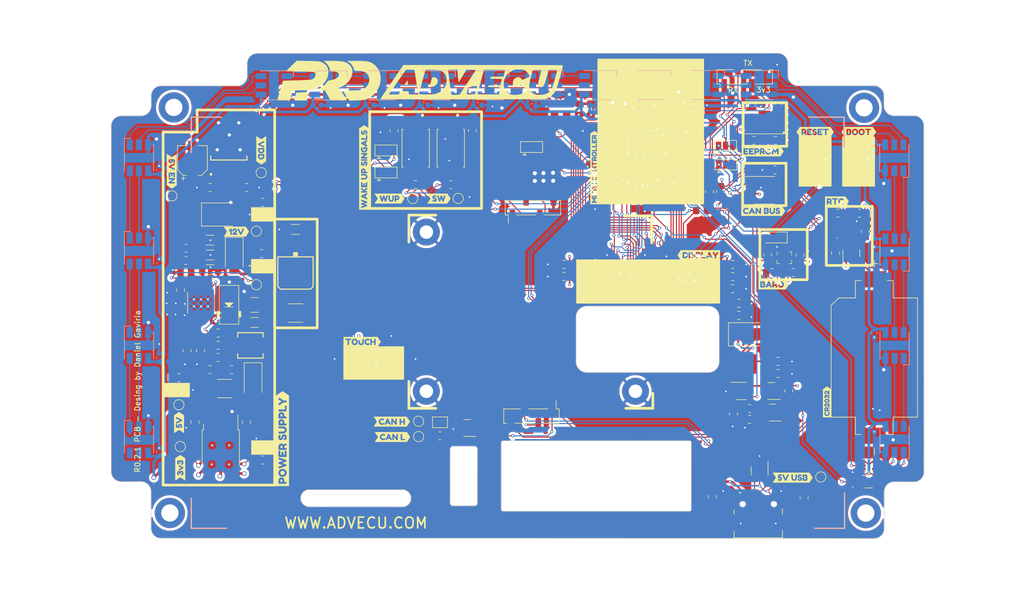
<source format=kicad_pcb>
(kicad_pcb (version 20240108) (generator "pcbnew") (generator_version "8.0")
  (title_block (title "ADVdash 5\"") (date "2023-10-27") (rev "0.2.0") (company "ADV.ECU - GNVPerformance"))
  (layers (0 "F.Cu" signal) (1 "In1.Cu" power) (2 "In2.Cu" power) (31 "B.Cu" signal) (34 "B.Paste" user) (35 "F.Paste" user) (36 "B.SilkS" user "B.Silkscreen") (37 "F.SilkS" user "F.Silkscreen") (38 "B.Mask" user) (39 "F.Mask" user) (44 "Edge.Cuts" user))
  (net 0 "")
  (net 1 "Net-(D10-A1)")
  (net 2 "GND")
  (net 3 "VDD")
  (net 4 "/Power Supply/VIN{slash}15_PROT")
  (net 5 "Net-(U2-SS)")
  (net 6 "Net-(U2-BOOT)")
  (net 7 "Net-(D2-K)")
  (net 8 "Net-(U2-COMP)")
  (net 9 "Net-(C8-Pad2)")
  (net 10 "Net-(D1-K)")
  (net 11 "Net-(Q2-D)")
  (net 12 "/Display/LCD_LEDA")
  (net 13 "+3.3V")
  (net 14 "Net-(C21-Pad1)")
  (net 15 "Net-(D10-K)")
  (net 16 "+5V")
  (net 17 "/USB5V")
  (net 18 "Net-(D3-A)")
  (net 19 "Net-(D4-A)")
  (net 20 "Net-(D6-A)")
  (net 21 "Net-(D7-A)")
  (net 22 "/CAN_L")
  (net 23 "/CAN_H")
  (net 24 "Net-(D9-K)")
  (net 25 "Net-(D9-A)")
  (net 26 "Net-(D12-A)")
  (net 27 "Net-(F2-Pad1)")
  (net 28 "/VIN15")
  (net 29 "/SDA")
  (net 31 "Net-(IC1-CLKOE)")
  (net 32 "Net-(IC1-~INT)")
  (net 33 "Net-(IC1-EVI)")
  (net 34 "/SCL")
  (net 35 "/LEDs/WLED_CRT")
  (net 36 "/Display/TP_RST")
  (net 44 "/Display/DE")
  (net 45 "/Display/VSYNC")
  (net 46 "/Display/HSYNC")
  (net 47 "/Display/B7")
  (net 48 "/Display/B6")
  (net 49 "/Display/B5")
  (net 50 "/Display/B4")
  (net 51 "/Display/B3")
  (net 52 "/Display/G7")
  (net 53 "/Display/G6")
  (net 54 "/Display/G5")
  (net 55 "/Display/G4")
  (net 56 "/Display/G3")
  (net 57 "/Display/G2")
  (net 58 "/Display/R7")
  (net 59 "/Display/R6")
  (net 60 "/Display/R5")
  (net 61 "/Display/R4")
  (net 62 "/Display/R3")
  (net 63 "/Display/LCD_LEDK")
  (net 64 "Net-(J3-CC1)")
  (net 65 "/USBC/D+")
  (net 66 "/USBC/D-")
  (net 68 "Net-(J3-CC2)")
  (net 70 "/MCU/U0RXD")
  (net 71 "/MCU/U0TXD")
  (net 72 "/Connector/SW_12V")
  (net 73 "/Connector/WAKE_UP")
  (net 74 "Net-(D13-DI)")
  (net 75 "Net-(D13-CI)")
  (net 76 "Net-(D13-CO)")
  (net 77 "Net-(D13-DO)")
  (net 78 "Net-(JP1-B)")
  (net 79 "Net-(JP2-C)")
  (net 80 "Net-(JP3-C)")
  (net 81 "/MCU/5V_EN")
  (net 82 "Net-(D14-CO)")
  (net 83 "Net-(Q2-G)")
  (net 84 "Net-(Q3-B)")
  (net 85 "/Display/DCLK")
  (net 86 "Net-(U2-EN)")
  (net 87 "Net-(R6-Pad2)")
  (net 88 "Net-(U2-VSENSE)")
  (net 89 "Net-(R9-Pad1)")
  (net 90 "/Display/LCD_BL_CTR")
  (net 91 "Net-(U5-Rs)")
  (net 92 "Net-(U6-SDO)")
  (net 93 "Net-(U7-WP)")
  (net 94 "Net-(R33-Pad2)")
  (net 95 "Net-(R34-Pad2)")
  (net 96 "/MCU/SW_12V")
  (net 97 "/MCU/WAKE_UP")
  (net 98 "/Can Bus/CRX")
  (net 99 "/Can Bus/CTX")
  (net 101 "Net-(D14-DO)")
  (net 102 "Net-(D15-CO)")
  (net 103 "Net-(D15-DO)")
  (net 104 "Net-(D16-CO)")
  (net 105 "Net-(D16-DO)")
  (net 106 "Net-(D17-CO)")
  (net 107 "Net-(D17-DO)")
  (net 108 "Net-(D18-CO)")
  (net 109 "Net-(D18-DO)")
  (net 110 "Net-(D19-CO)")
  (net 111 "Net-(D19-DO)")
  (net 112 "Net-(D20-CO)")
  (net 113 "Net-(D20-DO)")
  (net 114 "Net-(D21-CO)")
  (net 115 "Net-(D21-DO)")
  (net 116 "Net-(D22-CO)")
  (net 117 "Net-(D22-DO)")
  (net 118 "Net-(D23-CO)")
  (net 119 "Net-(D23-DO)")
  (net 120 "Net-(D24-CO)")
  (net 121 "Net-(D24-DO)")
  (net 122 "Net-(D25-CO)")
  (net 123 "Net-(D25-DO)")
  (net 124 "Net-(D26-CO)")
  (net 125 "Net-(D26-DO)")
  (net 126 "Net-(D27-CO)")
  (net 127 "Net-(D27-DO)")
  (net 128 "Net-(D28-CO)")
  (net 129 "Net-(D28-DO)")
  (net 130 "Net-(D29-CO)")
  (net 131 "Net-(D29-DO)")
  (net 134 "/LEDs/WLED_CLK")
  (net 135 "Net-(JP5-C)")
  (net 136 "Net-(JP4-C)")
  (net 137 "/Display/TP_RST_2")
  (net 138 "Net-(JP6-C)")
  (net 139 "unconnected-(U1-SPIIO6{slash}GPIO35{slash}FSPID{slash}SUBSPID-Pad28)")
  (net 141 "unconnected-(U1-SPIDQS{slash}GPIO37{slash}FSPIQ{slash}SUBSPIQ-Pad30)")
  (footprint "Capacitor_SMD:C_0805_2012Metric_Pad1.18x1.45mm_HandSolder" (layer "F.Cu") (at 206.075 76.1475 -90)
    (property "Reference" "C26" (hide yes))
    (property "Value" "10nF")
  )
  (footprint "Resistor_SMD:R_0805_2012Metric_Pad1.20x1.40mm_HandSolder" (layer "F.Cu") (at 156.25 49.5 90)
    (property "Reference" "R1" (hide yes))
    (property "Value" "10K")
  )
  (footprint "Capacitor_SMD:C_0805_2012Metric_Pad1.18x1.45mm_HandSolder" (layer "F.Cu") (at 158.5 49.5 -90)
    (property "Reference" "C2" (hide yes))
    (property "Value" "10uF")
  )
  (footprint "TLF80511TF_V33:INF-PG-TO252-3-11_N" (layer "F.Cu") (at 93.65 58 90)
    (property "Reference" "G1" (hide yes))
    (property "Value" "TLF80511TF_V33")
  )
  (footprint "kibuzzard-653B3E80" (layer "F.Cu") (at 123.975 110.225)
    (property "Reference" "kibuzzard-653B3E80" (hide yes))
    (property "Value" "G***" (hide yes))
  )
  (footprint "Capacitor_SMD:C_0805_2012Metric_Pad1.18x1.45mm_HandSolder" (layer "F.Cu") (at 195.4 98.46)
    (property "Reference" "C16" (hide yes))
    (property "Value" "1uF")
  )
  (footprint "kibuzzard-653B40B3" (layer "F.Cu") (at 210.375 53.7)
    (property "Reference" "kibuzzard-653B40B3" (hide yes))
    (property "Value" "G***" (hide yes))
  )
  (footprint "Capacitor_SMD:C_0805_2012Metric_Pad1.18x1.45mm_HandSolder" (layer "F.Cu") (at 195.4 96.2)
    (property "Reference" "C15" (hide yes))
    (property "Value" "22uF")
  )
  (footprint "Capacitor_SMD:C_1206_3216Metric" (layer "F.Cu") (at 98.4 89.005 180)
    (property "Reference" "C11" (hide yes))
    (property "Value" "33uF")
  )
  (footprint "Capacitor_SMD:C_0805_2012Metric_Pad1.18x1.45mm_HandSolder" (layer "F.Cu") (at 91.6875 93.225)
    (property "Reference" "C8" (hide yes))
    (property "Value" "4.7nF")
  )
  (footprint "TestPoint:TestPoint_Pad_D1.5mm" (layer "F.Cu") (at 84.4 104.25)
    (property "Reference" "TP5" (hide yes))
    (property "Value" "5V_TP")
  )
  (footprint "Resistor_SMD:R_0805_2012Metric_Pad1.20x1.40mm_HandSolder" (layer "F.Cu") (at 190.93 55.25)
    (property "Reference" "R31" (hide yes))
    (property "Value" "100k")
  )
  (footprint "kibuzzard-653B4196" (layer "F.Cu") (at 192.675 68.325)
    (property "Reference" "kibuzzard-653B4196" (hide yes))
    (property "Value" "G***" (hide yes))
  )
  (footprint "kibuzzard-653B42DB" (layer "F.Cu") (at 180.725 76.525)
    (property "Reference" "kibuzzard-653B42DB" (hide yes))
    (property "Value" "G***" (hide yes))
  )
  (footprint "MountingHole:MountingHole_3.2mm_M3_DIN965_Pad_TopBottom" (layer "F.Cu") (at 82.725 124.3)
    (property "Reference" "H3" (hide yes))
    (property "Value" "MountingHole" (hide yes))
  )
  (footprint "LED_SMD:LED_0805_2012Metric_Pad1.15x1.40mm_HandSolder" (layer "F.Cu") (at 99.9 69)
    (property "Reference" "D6" (hide yes))
    (property "Value" "LED")
  )
  (footprint "Capacitor_SMD:C_0805_2012Metric_Pad1.18x1.45mm_HandSolder" (layer "F.Cu") (at 96.9375 64)
    (property "Reference" "C14" (hide yes))
    (property "Value" "1uF - X7R")
  )
  (footprint "Package_TO_SOT_SMD:SOT-23-6_Handsoldering" (layer "F.Cu") (at 188.65 101.7)
    (property "Reference" "U3" (hide yes))
    (property "Value" "MT9201")
  )
  (footprint "Capacitor_SMD:C_0805_2012Metric_Pad1.18x1.45mm_HandSolder" (layer "F.Cu") (at 160.75 49.5 -90)
    (property "Reference" "C1" (hide yes))
    (property "Value" "0.1uF")
  )
  (footprint "Capacitor_SMD:C_1206_3216Metric" (layer "F.Cu") (at 90.1875 79.225)
    (property "Reference" "C5" (hide yes))
    (property "Value" "10nF")
  )
  (footprint "TestPoint:TestPoint_Pad_D1.5mm" (layer "F.Cu") (at 128.8125 107.3)
    (property "Reference" "TP10" (hide yes))
    (property "Value" "CANH_TP")
  )
  (footprint "Capacitor_SMD:C_0805_2012Metric_Pad1.18x1.45mm_HandSolder" (layer "F.Cu") (at 155.75 78.25 180)
    (property "Reference" "C23" (hide yes))
    (property "Value" "0.1uF")
  )
  (footprint "Resistor_SMD:R_0805_2012Metric_Pad1.20x1.40mm_HandSolder" (layer "F.Cu") (at 200.25 121.5 90)
    (property "Reference" "R23" (hide yes))
    (property "Value" "5k1")
  )
  (footprint "Resistor_SMD:R_1206_3216Metric_Pad1.30x1.75mm_HandSolder" (layer "F.Cu") (at 106 71.75 180)
    (property "Reference" "R9" (hide yes))
    (property "Value" "2K7")
  )
  (footprint "Resistor_SMD:R_0805_2012Metric_Pad1.20x1.40mm_HandSolder" (layer "F.Cu") (at 154 49.5375 90)
    (property "Reference" "R2" (hide yes))
    (property "Value" "10K")
  )
  (footprint "Capacitor_SMD:C_0805_2012Metric" (layer "F.Cu") (at 96.9 107.49 90)
    (property "Reference" "C29" (hide yes))
    (property "Value" "10uF")
  )
  (footprint "PC817:SOIC254P975X460-4N" (layer "F.Cu") (at 128.27 56.71 -90)
    (property "Reference" "U9" (hide yes))
    (property "Value" "PC817")
  )
  (footprint "Package_LGA:Bosch_LGA-8_2x2.5mm_P0.65mm_ClockwisePinNumbering" (layer "F.Cu") (at 196.595 77.02)
    (property "Reference" "U6" (hide yes))
    (property "Value" "BMP280")
  )
  (footprint "CR2032-BS-6-1:BAT_CR2032-BS-6-1" (layer "F.Cu") (at 213.25 95.5 -90)
    (property "Reference" "BT1" (hide yes))
    (property "Value" "CR2032-BS-6-1")
  )
  (footprint "MountingHole:MountingHole_3.2mm_M3_DIN965_Pad_TopBottom" (layer "F.Cu") (at 211.675 124.325)
    (property "Reference" "H4" (hide yes))
    (property "Value" "MountingHole" (hide yes))
  )
  (footprint "kibuzzard-653B41DD" (layer "F.Cu") (at 206.325 66.575)
    (property "Reference" "kibuzzard-653B41DD" (hide yes))
    (property "Value" "G***" (hide yes))
  )
  (footprint "Resistor_SMD:R_0805_2012Metric_Pad1.20x1.40mm_HandSolder" (layer "F.Cu") (at 85.6875 75.25 180)
    (property "Reference" "R10" (hide yes))
    (property "Value" "0R")
  )
  (footprint "Resistor_SMD:R_0805_2012Metric_Pad1.20x1.40mm_HandSolder" (layer "F.Cu") (at 193.5 76.5 -90)
    (property "Reference" "R26" (hide yes))
    (property "Value" "10K")
  )
  (footprint "Package_TO_SOT_SMD:SOT-23" (layer "F.Cu") (at 194.4 105.7 180)
    (property "Reference" "Q3" (hide yes))
    (property "Value" "S8050")
  )
  (footprint "PC817:SOIC254P975X460-4N" (layer "F.Cu") (at 134.77 56.71 -90)
    (property "Reference" "U10" (hide yes))
    (property "Value" "PC817")
  )
  (footprint "Jumper:SolderJumper-3_P1.3mm_Open_Pad1.0x1.5mm" (layer "F.Cu") (at 185.7 56.25)
    (property "Reference" "JP4" (hide yes))
    (property "Value" "ACT +/-" (hide yes))
  )
  (footprint "kibuzzard-653B4004" (layer "F.Cu") (at 198.125 117.75)
    (property "Reference" "kibuzzard-653B4004" (hide yes))
    (property "Value" "G***" (hide yes))
  )
  (footprint "Resistor_SMD:R_0805_2012Metric_Pad1.20x1.40mm_HandSolder" (layer "F.Cu") (at 99.725 76.25 180)
    (property "Reference" "R12" (hide yes))
    (property "Value" "10K")
  )
  (footprint "Capacitor_SMD:C_1210_3225Metric" (layer "F.Cu") (at 98.4 85.75 180)
    (property "Reference" "C10" (hide yes))
    (property "Value" "33uF")
  )
  (footprint "Resistor_SMD:R_0805_2012Metric_Pad1.20x1.40mm_HandSolder" (layer "F.Cu") (at 181.25 68.25)
    (property "Reference" "R21" (hide yes))
    (property "Value" "0R")
  )
  (footprint "Package_TO_SOT_SMD:SOT-23" (layer "F.Cu") (at 137.8125 108.55 180)
    (property "Reference" "D8" (hide yes))
    (property "Value" "NUP2105L")
  )
  (footprint "MountingHole:MountingHole_2.5mm_Pad" (layer "F.Cu") (at 169 101.75)
    (property "Reference" "H7" (hide yes))
    (property "Value" "MountingHole_Pad")
  )
  (footprint "Diode_SMD:D_SMA" (layer "F.Cu") (at 98.15 99.975 -90)
    (property "Reference" "D1" (hide yes))
    (property "Value" "1N5819")
  )
  (footprint "Capacitor_SMD:C_0805_2012Metric_Pad1.18x1.45mm_HandSolder" (layer "F.Cu") (at 194.93 55.25 180)
    (property "Reference" "C27" (hide yes))
    (property "Value" "0.1uF")
  )
  (footprint "TestPoint:TestPoint_Pad_D1.5mm" (layer "F.Cu") (at 84.65 112)
    (property "Reference" "TP7" (hide yes))
    (property "Value" "3.3V_TP")
  )
  (footprint "Diode_SMD:D_SOD-123" (layer "F.Cu") (at 194.75 73.25 180)
    (property "Reference" "D9" (hide yes))
    (property "Value" "1N4148W")
  )
  (footprint "LOGO" (layer "F.Cu") (at 138.641488 44.546667)
    (property "Reference" "G***" (hide yes))
    (property "Value" "LOGO" (hide yes))
  )
  (footprint "Resistor_SMD:R_0805_2012Metric_Pad1.20x1.40mm_HandSolder" (layer "F.Cu") (at 99.9 66.75 180)
    (property "Reference" "R14" (hide yes))
    (property "Value" "1k3")
  )
  (footprint "Jumper:SolderJumper-3_P1.3mm_Open_Pad1.0x1.5mm" (layer "F.Cu") (at 185.75 59.75)
    (property "Reference" "JP6" (hide yes))
    (property "Value" "ACT +/-" (hide yes))
  )
  (footprint "Resistor_SMD:R_0805_2012Metric_Pad1.20x1.40mm_HandSolder" (layer "F.Cu") (at 182.7 64.75 -90)
    (property "Reference" "R20" (hide yes))
    (property "Value" "4.7k")
  )
  (footprint "Resistor_SMD:R_0805_2012Metric_Pad1.20x1.40mm_HandSolder" (layer "F.Cu") (at 197.4 101.7 -90)
    (property "Reference" "R16" (hide yes))
    (property "Value" "100k")
  )
  (footprint "Package_TO_SOT_SMD:SOT-353_SC-70-5_Handsoldering" (layer "F.Cu") (at 212.25 115.5)
    (property "Reference" "IC2" (hide yes))
    (property "Value" "74HCT1G126GW,125")
  )
  (footprint "kibuzzard-653B445A" (layer "F.Cu") (at 204.475 103.725 90)
    (property "Reference" "kibuzzard-653B445A" (hide yes))
    (property "Value" "G***" (hide yes))
  )
  (footprint "Resistor_SMD:R_0805_2012Metric_Pad1.20x1.40mm_HandSolder" (layer "F.Cu") (at 99.9 114.5 180)
    (property "Reference" "R13" (hide yes))
    (property "Value" "1k3")
  )
  (footprint "TestPoint:TestPoint_Pad_D1.5mm" (layer "F.Cu") (at 98.75 72.1)
    (property "Reference" "TP1" (hide yes))
    (property "Value" "VIN_TP")
  )
  (footprint "LED_SMD:LED_0805_2012Metric_Pad1.15x1.40mm_HandSolder" (layer "F.Cu") (at 84.4 101.44 180)
    (property "Reference" "D12" (hide yes))
    (property "Value" "LED")
  )
  (footprint "Jumper:SolderJumper-3_P1.3mm_Open_Pad1.0x1.5mm" (layer "F.Cu") (at 149.75 56.5)
    (property "Reference" "JP5" (hide yes))
    (property "Value" "Reset Control")
  )
  (footprint "kibuzzard-653B3E73" (layer "F.Cu") (at 123.85 107.375)
    (property "Reference" "kibuzzard-653B3E73" (hide yes))
    (property "Value" "G***" (hide yes))
  )
  (footprint "TestPoint:TestPoint_Pad_D1.5mm" (layer "F.Cu") (at 136.15 66)
    (property "Reference" "TP9" (hide yes))
    (property "Value" "SW12V_TP")
  )
  (footprint "Diode_SMD:D_SMB" (layer "F.Cu") (at 92.25 69)
    (property "Reference" "D5" (hide yes))
    (property "Value" "SMBJ20A")
  )
  (footprint "LED_SMD:LED_0805_2012Metric_Pad1.15x1.40mm_HandSolder" (layer "F.Cu") (at 99.725 78.5)
    (property "Reference" "D3" (hide yes))
    (property "Value" "LED")
  )
  (footprint "kibuzzard-653B3D6F" (layer "F.Cu") (at 103.6 110.525 90)
    (property "Reference" "kibuzzard-653B3D6F" (hide yes))
    (property "Value" "G***" (hide yes))
  )
  (footprint "Package_TO_SOT_SMD:SOT-23" (layer "F.Cu") (at 209 76.1875 90)
    (property "Reference" "D10" (hide yes))
    (property "Value" "BAS70-05")
  )
  (footprint "Resistor_SMD:R_0805_2012Metric_Pad1.20x1.40mm_HandSolder" (layer "F.Cu") (at 211.575 72.125 90)
    (property "Reference" "R28" (hide yes))
    (property "Value" "100k")
  )
  (footprint "Capacitor_SMD:C_0805_2012Metric_Pad1.18x1.45mm_HandSolder" (layer "F.Cu") (at 194.25 79.75 180)
    (property "Reference" "C25" (hide yes))
    (property "Value" "10uF")
  )
  (footprint "Resistor_SMD:R_0805_2012Metric_Pad1.20x1.40mm_HandSolder" (layer "F.Cu") (at 124.27 53.46 90)
    (property "Reference" "R33" (hide yes))
    (property "Value" "2K7")
  )
  (footprint "Resistor_SMD:R_0805_2012Metric_Pad1.20x1.40mm_HandSolder" (layer "F.Cu") (at 85.6875 79.725 180)
    (property "Reference" "R4" (hide yes))
    (property "Value" "68k1")
  )
  (footprint "Connector_PinHeader_2.54mm:PinHeader_1x04_P2.54mm_Vertical_SMD_Pin1Left" (layer "F.Cu") (at 189.25 43.5 90)
    (property "Reference" "J5" (hide yes))
    (property "Value" "UART0")
  )
  (footprint "RV-8803-C7:RV8803C7" (layer "F.Cu") (at 207.775 72.025)
    (property "Reference" "IC1" (hide yes))
    (property "Value" "RV-8803-C7" (hide yes))
  )
  (footprint "TL3342F160QG_TR:SW_TL3342F160QG_TR" (layer "F.Cu") (at 210.3 59.075 -90)
    (property "Reference" "SW2" (hide yes))
    (property "Value" "RESET")
  )
  (footprint "TestPoint:TestPoint_Pad_D1.5mm" (layer "F.Cu") (at 128.8125 110.145)
    (property "Reference" "TP11" (hide yes))
    (property "Value" "CANL_TP")
  )
  (footprint "Package_TO_SOT_SMD:SOT-353_SC-70-5_Handsoldering" (layer "F.Cu") (at 212.25 118.5)
    (property "Reference" "IC3" (hide yes))
    (property "Value" "74HCT1G126GW,125" (hide yes))
  )
  (footprint "Capacitor_SMD:C_1206_3216Metric" (layer "F.Cu") (at 90.15 73.75)
    (property "Reference" "C3" (hide yes))
    (property "Value" "4.7uF")
  )
  (footprint "TestPoint:TestPoint_Pad_D1.5mm" (layer "F.Cu") (at 99.65 61.25)
    (property "Reference" "TP6" (hide yes))
    (property "Value" "VDD_TP")
  )
  (footprint "Connector_PinHeader_2.54mm:PinHeader_1x04_P2.54mm_Vertical_SMD_Pin1Left" (layer "F.Cu") (at 149.73 106.345 -90)
    (property "Reference" "J4" (hide yes))
    (property "Value" "2.54mm 1x4")
  )
  (footprint "Capacitor_SMD:C_0805_2012Metric_Pad1.18x1.45mm_HandSolder" (layer "F.Cu") (at 187 80.5)
    (property "Reference" "C20" (hide yes))
    (property "Value" "1uF")
  )
  (footprint "Connector_PinHeader_2.54mm:PinHeader_1x04_P2.54mm_Vertical_SMD_Pin1Left" (layer "F.Cu") (at 150 67.75 90)
    (property "Reference" "J6" (hide yes))
    (property "Value" "2.54mm 1x4")
  )
  (footprint "Resistor_SMD:R_0805_2012Metric_Pad1.20x1.40mm_HandSolder" (layer "F.Cu") (at 84.4 99.23)
    (property "Reference" "R32" (hide yes))
    (property "Value" "2k")
  )
  (footprint "Resistor_SMD:R_0805_2012Metric_Pad1.20x1.40mm_HandSolder" (layer "F.Cu") (at 187.15 105.95 90)
    (property "Reference" "R15" (hide yes))
    (property "Value" "10R")
  )
  (footprint "Resistor_SMD:R_0805_2012Metric_Pad1.20x1.40mm_HandSolder" (layer "F.Cu") (at 206.5 68.75 180)
    (property "Reference" "R29" (hide yes))
    (property "Value" "100k")
  )
  (footprint "MountingHole:MountingHole_2.5mm_Pad" (layer "F.Cu") (at 130.25 101.75)
    (property "Reference" "H6" (hide yes))
    (property "Value" "MountingHole_Pad")
  )
  (footprint "Resistor_SMD:R_0805_2012Metric_Pad1.20x1.40mm_HandSolder" (layer "F.Cu") (at 210.5 68.75 180)
    (property "Reference" "R30" (hide yes))
    (property "Value" "100k")
  )
  (footprint "Resistor_SMD:R_0805_2012Metric_Pad1.20x1.40mm_HandSolder" (layer "F.Cu") (at 138.77 53.46 90)
    (property "Reference" "R34" (hide yes))
    (property "Value" "2K7")
  )
  (footprint "Resistor_SMD:R_0805_2012Metric_Pad1.20x1.40mm_HandSolder" (layer "F.Cu") (at 132.75 110)
    (property "Reference" "R25" (hide yes))
    (property "Value" "120")
  )
  (footprint "Capacitor_SMD:CP_Elec_5x5.4" (layer "F.Cu") (at 86.9 59 90)
    (property "Reference" "C13" (hide yes))
    (property "Value" "100nF")
  )
  (footprint "Capacitor_SMD:C_1206_3216Metric" (layer "F.Cu") (at 90.1875 76.5)
    (property "Reference" "C4" (hide yes))
    (property "Value" "4.7uF")
  )
  (footprint "kibuzzard-653B3FA3" (layer "F.Cu") (at 123.425 66.05)
    (property "Reference" "kibuzzard-653B3FA3" (hide yes))
    (property "Value" "G***" (hide yes))
  )
  (footprint "TL3342F160QG_TR:SW_TL3342F160QG_TR" (layer "F.Cu") (at 202.3 59.075 -90)
    (property "Reference" "SW1" (hide yes))
    (property "Value" "RESET")
  )
  (footprint "MountingHole:MountingHole_2.5mm_Pad" (layer "F.Cu") (at 130.25 72.25)
    (property "Reference" "H5" (hide yes))
    (property "Value" "MountingHole_Pad")
  )
  (footprint "Capacitor_SMD:C_0805_2012Metric_Pad1.18x1.45mm_HandSolder" (layer "F.Cu") (at 187 82.75)
    (property "Reference" "C21" (hide yes))
    (property "Value" "0.1uF")
  )
  (footprint "Resistor_SMD:R_0805_2012Metric_Pad1.20x1.40mm_HandSolder" (layer "F.Cu") (at 85.9 94.225 -90)
    (property "Reference" "R8" (hide yes))
    (property "Value" "1k91")
  )
  (footprint "Diode_SMD:D_SMB" (layer "F.Cu") (at 189.9 91.2)
    (property "Reference" "D7" (hide yes))
    (property "Value" "SS24BF")
  )
  (footprint "Resistor_SMD:R_0805_2012Metric_Pad1.20x1.40mm_HandSolder" (layer "F.Cu") (at 90.15 97.75 180)
    (property "Reference" "R7" (hide yes))
    (property "Value" "10K")
  )
  (footprint "LOGO" (layer "F.Cu") (at 112.230902 44.135472)
    (property "Reference" "G***" (hide yes))
    (property "Value" "LOGO" (hide yes))
  )
  (footprint "Capacitor_SMD:C_0805_2012Metric_Pad1.18x1.45mm_HandSolder" (layer "F.Cu") (at 199.5 76.5 90)
    (property "Reference" "C24" (hide yes))
    (property "Value" "10uF")
  )
  (footprint "TPS54331DDA:CONV_TPS54331DDA" (layer "F.Cu") (at 88.4875 85.375 -90)
    (property "Reference" "U2" (hide yes))
    (property "Value" "TPS54331DDA")
  )
  (footprint "Jumper:SolderJumper-3_P1.3mm_Open_Pad1.0x1.5mm" (layer "F.Cu") (at 122.77 57.125)
    (property "Reference" "JP2" (hide yes))
    (property "Value" "ACT +/-")
  )
  (footprint "MountingHole:MountingHole_3.2mm_M3_DIN965_Pad_TopBottom" (layer "F.Cu") (at 83.45 49.15)
    (property "Reference" "H2" (hide yes))
    (property "Value" "MountingHole" (hide yes))
  )
  (footprint "kibuzzard-653B3FD4" (layer "F.Cu") (at 132.575 66.05)
    (property "Reference" "kibuzzard-653B3FD4" (hide yes))
    (property "Value" "G***" (hide yes))
  )
  (footprint "TCK-145:TCK145" (layer "F.Cu") (at 189.4 96.7 180)
    (property "Reference" "L2" (hide yes))
    (property "Value" "6.8uH" (hide yes))
  )
  (footprint "54104-4031:54104-4031" (layer "F.Cu") (at 171.34 78.862)
    (property "Reference" "J2" (hide yes))
    (property "Value" "54104-4031" (hide yes))
  )
  (footprint "Resistor_SMD:R_0805_2012Metric_Pad1.20x1.40mm_HandSolder" (layer "F.Cu") (at 94.15 97.75 180)
    (property "Reference" "R6" (hide yes))
    (property "Value" "0R")
  )
  (footprint "TestPoint:TestPoint_Pad_D1.5mm" (layer "F.Cu") (at 83.1 65.55)
    (property "Reference" "TP3" (hide yes))
    (property "Value" "EN_MCU_TP")
  )
  (footprint "Resistor_SMD:R_0805_2012Metric_Pad1.20x1.40mm_HandSolder" (layer "F.Cu") (at 198.25 79.75 180)
    (property "Reference" "R27" (hide yes))
    (property "Value" "10K")
  )
  (footprint "Jumper:SolderJumper-2_P1.3mm_Open_TrianglePad1.0x1.5mm" (layer "F.Cu") (at 132.775 107.5)
    (property "Reference" "JP1" (hide yes))
    (property "Value" "120ohm")
  )
  (footprint "Capacitor_SMD:C_0805_2012Metric_Pad1.18x1.45mm_HandSolder" (layer "F.Cu") (at 155.75 80.48 180)
    (property "Reference" "C22" (hide yes))
    (property "Value" "10uF")
  )
  (footprint "Capacitor_SMD:C_0805_2012Metric_Pad1.18x1.45mm_HandSolder" (layer "F.Cu") (at 91.6875 90.975)
    (property "Reference" "C7" (hide yes))
    (property "Value" "0.1uF")
  )
  (footprint "kibuzzard-653B414E" (layer "F.Cu") (at 192.575 57.3)
    (property "Reference" "kibuzzard-653B414E" (hide yes))
    (property "Value" "G***" (hide yes))
  )
  (footprint "Package_TO_SOT_SMD:TO-252-2" (layer "F.Cu") (at 92.15 112.24 -90)
    (property "Reference" "U8" (hide yes))
    (property "Value" "LD1086DT33TR")
  )
  (footprint "kibuzzard-653B4099" (layer "F.Cu") (at 202.3 53.7)
    (property "Reference" "kibuzzard-653B4099" (hide yes))
    (property "Value" "G***" (hide yes))
  )
  (footprint "Capacitor_SMD:C_0805_2012Metric_Pad1.18x1.45mm_HandSolder" (layer "F.Cu") (at 90.1875 64)
    (property "Reference" "C12" (hide yes))
    (property "Value" "0.1uF")
  )
  (footprint "Resistor_SMD:R_0805_2012Metric_Pad1.20x1.40mm_HandSolder" (layer "F.Cu") (at 85.6875 77.5 180)
    (property "Reference" "R3" (hide yes))
    (property "Value" "332k")
  )
  (footprint "Resistor_SMD:R_0805_2012Metric_Pad1.20x1.40mm_HandSolder" (layer "F.Cu") (at 194.86 60.75)
    (property "Reference" "R24" (hide yes))
    (property "Value" "10K")
  )
  (footprint "Capacitor_SMD:C_0805_2012Metric_Pad1.18x1.45mm_HandSolder" (layer "F.Cu") (at 88.4 94.225 -90)
    (property "Reference" "C9" (hide yes))
    (property "Value" "39pF")
  )
  (footprint "USB4110-GF-A:USB4110GFA" (layer "F.Cu") (at 191.75 125.25)
    (property "Reference" "J3" (hide yes))
    (property "Value" "USB4110-GF-A" (hide yes))
  )
  (footprint "Resistor_SMD:R_0805_2012Metric_Pad1.20x1.40mm_HandSolder" (layer "F.Cu") (at 183.25 121.25 -90)
    (property "Reference" "R22" (hide yes))
    (property "Value" "5k1")
  )
  (footprint "Resistor_SMD:R_0805_2012Metric_Pad1.20x1.40mm_HandSolder" (layer "F.Cu") (at 134.77 63.46 180)
    (property "Reference" "R36" (hide yes))
    (property "Value" "10K")
  )
  (footprint "1-1734839-0:117348390" (layer "F.Cu") (at 120.52 96.695)
    (property "Reference" "J1" (hide yes))
    (property "Value" "1-1734839-0" (hide yes))
  )
  (footprint "Fuse:Fuse_1812_4532Metric_Pad1.30x3.40mm_HandSolder" (layer "F.Cu") (at 92.9 101.25 180)
    (property "Reference" "F1" (hide yes))
    (property "Value" "3A 24V")
  )
  (footprint "MDA4020-6RM8:MDA4020-6R8M" (layer "F.Cu") (at 97.7 88.5)
    (property "Reference" "L1" (hide yes))
    (property "Value" "6.8uH" (hide yes))
  )
  (footprint "Capacitor_SMD:C_0805_2012Metric_Pad1.18x1.45mm_HandSolder" (layer "F.Cu") (at 187 78.25)
    (property "Reference" "C19" (hide yes))
    (property "Value" "100nF")
  )
  (footprint "kibuzzard-653B3F43" (layer "F.Cu") (at 95.05 72.175)
    (property "Reference" "kibuzzard-653B3F43" (hide yes))
    (property "Value" "G***" (hide yes))
  )
  (footprint "TestPoint:TestPoint_Pad_D1.5mm" (layer "F.Cu") (at 98.75 82)
    (property "Reference" "TP2" (hide yes))
    (property "Value" "EN_TP")
  )
  (footprint "Capacitor_SMD:C_0805_2012Metric_Pad1.18x1.45mm_HandSolder" (layer "F.Cu") (at 84.6875 82.975 -90)
    (property "Reference" "C6" (hide yes))
    (property "Value" "10nF")
  )
  (footprint "PCM_Espressif:ESP32-S3-WROOM-1" (layer "F.Cu") (at 171.825 56.49)
    (property "Reference" "U1" (hide yes))
    (property "Value" "ESP32-S3-WROOM-1-N4R8")
  )
  (footprint "Diode_SMD:D_SMA" (layer "F.Cu") (at 94.65 76.725 -90)
    (property "Reference" "D11" (hide yes))
    (property "Value" "1N5819")
  )
  (footprint "Fuse:Fuse_1812_4532Metric_Pad1.30x3.40mm_HandSolder" (layer "F.Cu") (at 106 87.25)
    (property "Reference" "F2" (hide yes))
    (property "Value" "3A 24V")
  )
  (footprint "MountingHole:MountingHole_3.2mm_M3_DIN965_Pad_TopBottom" (layer "F.Cu") (at 211.35 49.225)
    (property "Reference" "H1" (hide yes))
    (property "Value" "MountingHole" (hide yes))
  )
  (footprint "Capacitor_SMD:C_0805_2012Metric_Pad1.18x1.45mm_HandSolder" (layer "F.Cu") (at 188.15 87.7)
    (property "Reference" "C17" (hide yes))
    (property "Value" "22uF")
  )
  (footprint "TestPoint:TestPoint_Pad_D1.5mm" (layer "F.Cu") (at 127.725 66.025)
    (property "Reference" "TP8" (hide yes))
    (property "Value" "WAKE_UP_TP")
  )
  (footprint "Capacitor_SMD:C_0805_2012Metric" (layer "F.Cu") (at 87.37 107.45 -90)
    (property "Reference" "C28" (hide yes))
    (property "Value" "10uF")
  )
  (footprint "Resistor_SMD:R_0805_2012Metric_Pad1.20x1.40mm_HandSolder" (layer "F.Cu") (at 184.75 64.75 90)
    (property "Reference" "R19" (hide yes))
    (property "Value" "4.7k")
  )
  (footprint "Resistor_SMD:R_0805_2012Metric_Pad1.20x1.40mm_HandSolder" (layer "F.Cu") (at 190.15 106.95 180)
    (property "Reference" "R17" (hide yes))
    (property "Value" "10K")
  )
  (footprint "Resistor_SMD:R_0805_2012Metric_Pad1.20x1.40mm_HandSolder" (layer "F.Cu") (at 91.6875 95.475 180)
    (property "Reference" "R5" (hide yes))
    (property "Value" "49k9")
  )
  (footprint "Package_TO_SOT_SMD:SOT-23" (layer "F.Cu") (at 194.15 101.7 180)
    (property "Reference" "Q2" (hide yes))
    (property "Value" "AO3401A")
  )
  (footprint "LED_SMD:LED_0805_2012Metric_Pad1.15x1.40mm_HandSolder" (layer "F.Cu") (at 99.9 112.25)
    (property "Reference" "D4" (hide yes))
    (property "Value" "LED")
  )
  (footprint "kibuzzard-653B3ED4" (layer "F.Cu") (at 84.65 115.925 90)
    (property "Reference" "kibuzzard-653B3ED4" (hide yes))
    (property "Value" "G***" (hide yes))
  )
  (footprint "IRFR5305:D-PAK_TO252AA" (layer "F.Cu") (at 106 79 180)
    (property "Reference" "T1" (hide yes))
    (property "Value" "IRFR5305")
  )
  (footprint "PCM_Package_SO_AKL:SOIC-8-1EP_3.9x4.9mm_P1.27mm_EP2.29x3mm" (layer "F.Cu") (at 192.93 51.25 180)
    (property "Reference" "U7" (hide yes))
    (property "Value" "CAT24C51" (hide yes))
  )
  (footprint "kibuzzard-653B3EE1" (layer "F.Cu") (at 84.425 107.55 90)
    (property "Reference" "kibuzzard-653B3EE1" (hide yes))
    (property "Value" "G***" (hide yes))
  )
  (footprint "TestPoint:TestPoint_Pad_D1.5mm" (layer "F.Cu") (at 203.325 117.625)
    (property "Reference" "TP4" (hide yes))
    (property "Value" "USB_5VTP")
  )
  (footprint "kibuzzard-653B3F30" (layer "F.Cu") (at 99.65 57.1 -90)
    (property "Reference" "kibuzzard-653B3F30" (hide yes))
    (property "Value" "G***" (hide yes))
  )
  (footprint "PCM_Diode_SMD_Handsoldering_AKL:D_SMA" (layer "F.Cu") (at 93.6875 85.725 90)
    (property "Reference" "D2" (hide yes))
    (property "Value" "B340" (hide yes))
  )
  (footprint "kibuzzard-653B3D82" (layer "F.Cu") (at 118.725 60.275 90)
    (property "Reference" "kibuzzard-653B3D82" (hide yes))
    (property "Value" "G***" (hide yes))
  )
  (footprint "Package_SO:SOIC-8_3.9x4.9mm_P1.27mm" (layer "F.Cu") (at 192.86 64.5)
    (property "Reference" "U5" (hide yes))
    (property "Value" "SN65HVD230")
  )
  (footprint "Package_TO_SOT_SMD:SOT-23-6" (layer "F.Cu") (at 192 116.5 -90)
    (property "Reference" "U4" (hide yes))
    (property "Value" "USBLC6-2P6")
  )
  (footprint "kibuzzard-653B3EFA" (layer "F.Cu") (at 83.075 60.975 -90)
    (property "Reference" "kibuzzard-653B3EFA" (hide yes))
    (property "Value" "G***" (hide yes))
  )
  (footprint "kibuzzard-653B423C" (layer "F.Cu") (at 194.625 81.95)
    (property "Reference" "kibuzzard-653B423C" (hide yes))
    (property "Value" "G***" (hide yes))
  )
  (footprint "Resistor_SMD:R_0805_2012Metric_Pad1.20x1.40mm_HandSolder" (layer "F.Cu") (at 190.15 104.95)
    (property "Reference" "R18" (hide yes))
    (property "Value" "100R")
  )
  (footprint "kibuzzard-653B435E" (layer "F.Cu") (at 161.375 60.3 90)
    (property "Reference" "kibuzzard-653B435E" (hide yes))
    (property "Value" "G***" (hide yes))
  )
  (footprint "kibuzzard-653B3DF4" (layer "F.Cu") (at 118.35 92.6)
    (property "Reference" "kibuzzard-653B3DF4" (hide yes))
    (property "Value" "G***" (hide yes))
  )
  (footprint "Jumper:SolderJumper-3_P1.3mm_Open_Pad1.0x1.5mm" (layer "F.Cu") (at 122.77 61.21)
    (property "Reference" "JP3" (hide yes))
    (property "Value" "ACT +/-")
  )
  (footprint "Capacitor_SMD:C_0805_2012Metric_Pad1.18x1.45mm_HandSolder" (layer "F.Cu") (at 188.15 85.45)
    (property "Reference" "C18" (hide yes))
    (property "Value" "100nF")
  )
  (footprint "Resistor_SMD:R_0805_2012Metric_Pad1.20x1.40mm_HandSolder" (layer "F.Cu") (at 128.27 63.46 180)
    (property "Reference" "R35" (hide yes))
    (property "Value" "10K")
  )
  (footprint "Capacitor_SMD:C_0603_1608Metric" (layer "B.Cu") (at 169.75 48.75 180)
    (property "Reference" "C41" (hide yes))
    (property "Value" "0.1uF")
  )
  (footprint "Capacitor_SMD:C_0603_1608Metric" (layer "B.Cu") (at 80.79 60.75 -90)
    (property "Reference" "C34" (hide yes))
    (property "Value" "0.1uF")
  )
  (footprint "Capacitor_SMD:C_0603_1608Metric" (layer "B.Cu") (at 159.75 48.75 180)
    (property "Reference" "C39" (hide yes))
    (property "Value" "0.1uF")
  )
  (footprint "LED_SMD:LED_RGB_5050-6" (layer "B.Cu") (at 151.97 45.02 180)
    (property "Reference" "D21" (hide yes))
    (property "Value" "SK9822")
  )
  (footprint "LED_SMD:LED_RGB_5050-6" (layer "B.Cu") (at 191.91 45.02 180)
    (property "Reference" "D17" (hide yes))
    (property "Value" "SK9822")
  )
  (footprint "LED_SMD:LED_RGB_5050-6" (layer "B.Cu") (at 77 75.75 -90)
    (property "Reference" "D28" (hide yes))
    (property "Value" "SK9822")
  )
  (footprint "LED_SMD:LED_RGB_5050-6" (layer "B.Cu") (at 77 110.75 -90)
    (property "Reference" "D30" (hide yes))
    (property "Value" "SK9822")
  )
  (footprint "LED_SMD:LED_RGB_5050-6" (layer "B.Cu") (at 171.94 45.02 180)
    (property "Reference" "D19" (hide yes))
    (property "Value" "SK9822")
  )
  (footprint "LED_SMD:LED_RGB_5050-6" (layer "B.Cu") (at 161.95 45.03 180)
    (property "Reference" "D20" (hide yes))
    (property "Value" "SK9822")
  )
  (footprint "Capacitor_SMD:C_0603_1608Metric" (layer "B.Cu") (at 149.75 49 180)
    (property "Reference" "C40" (hide yes))
    (property "Value" "0.1uF")
  )
  (footprint "LED_SMD:LED_RGB_5050-6" (layer "B.Cu") (at 132 45.05 180)
    (property "Reference" "D23" (hide yes))
    (property "Value" "SK9822")
  )
  (footprint "Capacitor_SMD:C_0603_1608Metric" (layer "B.Cu") (at 110 48.75 180)
    (property "Reference" "C35" (hide yes))
    (property "Value" "0.1uF")
  )
  (footprint "Capacitor_SMD:C_0603_1608Metric" (layer "B.Cu") (at 139.75 48.75 180)
    (property "Reference" "C38" (hide yes))
    (property "Value" "0.1uF")
  )
  (footprint "Capacitor_SMD:C_0603_1608Metric" (layer "B.Cu") (at 213.3 56.25 90)
    (property "Reference" "C46" (hide yes))
    (property "Value" "0.1uF")
  )
  (footprint "Capacitor_SMD:C_0603_1608Metric" (layer "B.Cu") (at 179.75 48.75 180)
    (property "Reference" "C42" (hide yes))
    (property "Value" "0.1uF")
  )
  (footprint "LED_SMD:LED_RGB_5050-6" (layer "B.Cu") (at 112 45.08 180)
    (property "Reference" "D25" (hide yes))
    (property "Value" "SK9822")
  )
  (footprint "Capacitor_SMD:C_0603_1608Metric" (layer "B.Cu") (at 213.25 91 90)
    (property "Reference" "C47" (hide yes))
    (property "Value" "0.1uF")
  )
  (footprint "Capacitor_SMD:C_0603_1608Metric" (layer "B.Cu") (at 213.2 74.25 90)
    (property "Reference" "C45" (hide yes))
    (property "Value" "0.1uF")
  )
  (footprint "LED_SMD:LED_RGB_5050-6" (layer "B.Cu") (at 216.95 58.5 90)
    (property "Reference" "D16" (hide yes))
    (property "Value" "SK9822")
  )
  (footprint "Capacitor_SMD:C_0603_1608Metric" (layer "B.Cu") (at 80.75 95.5 -90)
    (property "Reference" "C32" (hide yes))
    (property "Value" "0.1uF")
  )
  (footprint "Capacitor_SMD:C_0603_1608Metric" (layer "B.Cu") (at 80.75 113 -90)
    (property "Reference" "C31" (hide yes))
    (property "Value" "0.1uF")
  )
  (footprint "Capacitor_SMD:C_0603_1608Metric" (layer "B.Cu") (at 119.75 48.75 180)
    (property "Reference" "C36" (hide yes))
    (property "Value" "0.1uF")
  )
  (footprint "LED_SMD:LED_RGB_5050-6" (layer "B.Cu") (at 217 93.25 90)
    (property "Reference" "D14" (hide yes))
    (property "Value" "SK9822")
  )
  (footprint "Capacitor_SMD:C_0603_1608Metric" (layer "B.Cu") (at 80.82 78 -90)
    (property "Reference" "C33" (hide yes))
    (property "Value" "0.1uF")
  )
  (footprint "LED_SMD:LED_RGB_5050-6" (layer "B.Cu") (at 102 45.07 180)
    (property "Reference" "D26" (hide yes))
    (property "Value" "SK9822")
  )
  (footprint "Capacitor_SMD:C_0603_1608Metric" (layer "B.Cu") (at 189.75 48.75 180)
    (property "Reference" "C43" (hide yes))
    (property "Value" "0.1uF")
  )
  (footprint "LED_SMD:LED_RGB_5050-6" (layer "B.Cu") (at 141.96 45.04 180)
    (property "Reference" "D22" (hide yes))
    (property "Value" "SK9822")
  )
  (footprint "LED_SMD:LED_RGB_5050-6" (layer "B.Cu") (at 77 58.5 -90)
    (property "Reference" "D27" (hide yes))
    (property "Value" "SK9822")
  )
  (footprint "Capacitor_SMD:C_0603_1608Metric" (layer "B.Cu") (at 99.75 49 180)
    (property "Reference" "C30" (hide yes))
    (property "Value" "0.1uF")
  )
  (footprint "LED_SMD:LED_RGB_5050-6" (layer "B.Cu") (at 217 110.65 90)
    (property "Reference" "D13" (hide yes))
    (property "Value" "SK9822")
  )
  (footprint "Capacitor_SMD:C_0603_1608Metric" (layer "B.Cu") (at 213.25 108.5 90)
    (property "Reference" "C44" (hide yes))
    (property "Value" "0.1uF")
  )
  (footprint "LED_SMD:LED_RGB_5050-6" (layer "B.Cu") (at 217 75.89 90)
    (property "Reference" "D15" (hide yes))
    (property "Value" "SK9822")
  )
  (footprint "LED_SMD:LED_RGB_5050-6" (layer "B.Cu") (at 121.99 45.05 180)
    (property "Reference" "D24" (hide yes))
    (property "Value" "SK9822")
  )
  (footprint "LED_SMD:LED_RGB_5050-6" (layer "B.Cu") (at 77 93.25 -90)
    (property "Reference" "D29" (hide yes))
    (property "Value" "SK9822")
  )
  (footprint "LED_SMD:LED_RGB_5050-6" (layer "B.Cu") (at 181.91 45.01 180)
    (property "Reference" "D18" (hide yes))
    (property "Value" "SK9822")
  )
  (footprint "Capacitor_SMD:C_0603_1608Metric" (layer "B.Cu") (at 129.75 48.75 180)
    (property "Reference" "C37" (hide yes))
    (property "Value" "0.1uF")
  )
  (gr_line (start 207.65 56.5) (end 207.65 50.956) (stroke (width 0.254)) (layer "B.SilkS"))
  (gr_line (start 207.734 127.144) (end 207.734 120.592) (stroke (width 0.254)) (layer "B.SilkS"))
  (gr_line (start 202.19 127.144) (end 207.734 127.144) (stroke (width 0.254)) (layer "B.SilkS"))
  (gr_line (start 207.65 50.956) (end 201.098 50.956) (stroke (width 0.254)) (layer "B.SilkS"))
  (gr_line (start 92.234 50.956) (end 86.69 50.956) (stroke (width 0.254)) (layer "B.SilkS"))
  (gr_line (start 86.69 50.956) (end 86.69 57.508) (stroke (width 0.254)) (layer "B.SilkS"))
  (gr_line (start 86.69 121.6) (end 86.69 127.144) (stroke (width 0.254)) (layer "B.SilkS"))
  (gr_line (start 86.69 127.144) (end 93.242 127.144) (stroke (width 0.254)) (layer "B.SilkS"))
  (gr_line (start 167.214468 104.906326) (end 172.214468 104.906326) (stroke (width 0.5)) (layer "F.SilkS"))
  (gr_rect (start 188.925 48.275) (end 197.025 56.35) (stroke (width 0.5)) (fill none) (layer "F.SilkS"))
  (gr_rect (start 199.325 54.6125) (end 205.25 63.7375) (stroke (width 0.15)) (fill solid) (layer "F.SilkS"))
  (gr_rect (start 114.95 93.5) (end 126.05 99.525) (stroke (width 0.15)) (fill solid) (layer "F.SilkS"))
  (gr_rect (start 97.85 77.325) (end 101.95 79.825) (stroke (width 0.15)) (fill solid) (layer "F.SilkS"))
  (gr_rect (start 102.15 69.85) (end 110.025 90) (stroke (width 0.5)) (fill none) (layer "F.SilkS"))
  (gr_rect (start 204.35 67.5) (end 212.875 78.425) (stroke (width 0.5)) (fill none) (layer "F.SilkS"))
  (gr_line (start 172.214468 104.906326) (end 172.214468 102.156326) (stroke (width 0.5)) (layer "F.SilkS"))
  (gr_rect (start 119.75 49.95) (end 140.475 67.875) (stroke (width 0.5)) (fill none) (layer "F.SilkS"))
  (gr_rect (start 188.85 59.5) (end 196.9 67.35) (stroke (width 0.5)) (fill none) (layer "F.SilkS"))
  (gr_line (start 127.014468 104.906326) (end 127.014468 99.906326) (stroke (width 0.5)) (layer "F.SilkS"))
  (gr_line (start 127.014468 69.106326) (end 127.014468 74.106326) (stroke (width 0.5)) (layer "F.SilkS"))
  (gr_line (start 87.775 49.625) (end 102.15 49.625) (stroke (width 0.5)) (layer "F.SilkS"))
  (gr_line (start 102.15 119.125) (end 81.475 119.125) (stroke (width 0.5)) (layer "F.SilkS"))
  (gr_line (start 87.75 53.725) (end 81.475 53.725) (stroke (width 0.5)) (layer "F.SilkS"))
  (gr_line (start 132.014468 69.106326) (end 127.014468 69.106326) (stroke (width 0.5)) (layer "F.SilkS"))
  (gr_rect (start 192.05 71.775) (end 200.825 81.075) (stroke (width 0.5)) (fill none) (layer "F.SilkS"))
  (gr_rect (start 162.025 40.2) (end 181.625 67.025) (stroke (width 0.15)) (fill solid) (layer "F.SilkS"))
  (gr_rect (start 158.09 77.4) (end 184.6 85.412) (stroke (width 0.15)) (fill solid) (layer "F.SilkS"))
  (gr_line (start 87.775 49.65) (end 87.775 53.75) (stroke (width 0.5)) (layer "F.SilkS"))
  (gr_line (start 167 69.25) (end 172 69.25) (stroke (width 0.5)) (layer "F.SilkS"))
  (gr_line (start 172 69.25) (end 172 74.25) (stroke (width 0.5)) (layer "F.SilkS"))
  (gr_rect (start 97.875 110.925) (end 101.975 113.425) (stroke (width 0.15)) (fill solid) (layer "F.SilkS"))
  (gr_rect (start 81.625 100.275) (end 86.35 102.775) (stroke (width 0.15)) (fill solid) (layer "F.SilkS"))
  (gr_line (start 81.475 119.125) (end 81.475 53.7) (stroke (width 0.5)) (layer "F.SilkS"))
  (gr_rect (start 97.85 67.725) (end 101.95 70.225) (stroke (width 0.15)) (fill solid) (layer "F.SilkS"))
  (gr_rect (start 207.375 54.625) (end 213.3 63.75) (stroke (width 0.15)) (fill solid) (layer "F.SilkS"))
  (gr_line (start 102.15 49.625) (end 102.15 119.125) (stroke (width 0.5)) (layer "F.SilkS"))
  (gr_line (start 132.014468 104.906326) (end 127.014468 104.906326) (stroke (width 0.5)) (layer "F.SilkS"))
  (gr_arc (start 71.855149 52.679349) (mid 72.4 51.25) (end 73.828795 50.703697) (stroke (width 0.1)) (layer "Edge.Cuts"))
  (gr_line (start 81.223647 45.149348) (end 95.071205 45.146303) (stroke (width 0.1)) (layer "Edge.Cuts"))
  (gr_arc (start 144.485961 123.955044) (mid 144.238329 123.864629) (end 144.138844 123.6205) (stroke (width 0.1)) (layer "Edge.Cuts"))
  (gr_line (start 220.469852 50.679349) (end 217.027442 50.671955) (stroke (width 0.1)) (layer "Edge.Cuts"))
  (gr_arc (start 79.250001 47.125) (mid 79.794852 45.695651) (end 81.223647 45.149348) (stroke (width 0.1)) (layer "Edge.Cuts"))
  (gr_arc (start 81.189468 128.993826) (mid 79.775014 128.450015) (end 79.23059 127.035797) (stroke (width 0.1)) (layer "Edge.Cuts"))
  (gr_line (start 178.998844 123.9605) (end 144.485961 123.955044) (stroke (width 0.1)) (layer "Edge.Cuts"))
  (gr_line (start 179.335961 111.285045) (end 179.333388 123.613383) (stroke (width 0.1)) (layer "Edge.Cuts"))
  (gr_line (start 125.87 123.13934) (end 108.594631 123.123409) (stroke (width 0.1)) (layer "Edge.Cuts"))
  (gr_line (start 79.244851 48.720651) (end 79.25 47.125) (stroke (width 0.1)) (layer "Edge.Cuts"))
  (gr_arc (start 195.269852 39.104349) (mid 196.698647 39.650652) (end 197.243498 41.080001) (stroke (width 0.1)) (layer "Edge.Cuts"))
  (gr_line (start 160 86) (end 182.5 86) (stroke (width 0.1)) (layer "Edge.Cuts"))
  (gr_line (start 195.269852 39.104349) (end 99.028795 39.128697) (stroke (width 0.1)) (layer "Edge.Cuts"))
  (gr_arc (start 125.842734 120.000482) (mid 127.386907 121.556616) (end 125.87 123.13934) (stroke (width 0.1)) (layer "Edge.Cuts"))
  (gr_line (start 215.1 120.5) (end 215.08882 127.084094) (stroke (width 0.1)) (layer "Edge.Cuts"))
  (gr_line (start 158.25 89) (end 158.25 89) (stroke (width 0.1)) (layer "Edge.Cuts"))
  (gr_line (start 77.260532 118.493674) (end 73.814468 118.506326) (stroke (width 0.1)) (layer "Edge.Cuts"))
  (gr_line (start 139.128466 122.961406) (end 135.217644 122.955628) (stroke (width 0.1)) (layer "Edge.Cuts"))
  (gr_arc (start 135.217644 122.955628) (mid 134.808843 122.8005) (end 134.657938 122.390122) (stroke (width 0.1)) (layer "Edge.Cuts"))
  (gr_arc (start 160 98.25) (mid 158.585786 97.664214) (end 158 96.25) (stroke (width 0.1)) (layer "Edge.Cuts"))
  (gr_arc (start 79.244851 48.720651) (mid 78.7 50.15) (end 77.271205 50.696303) (stroke (width 0.1)) (layer "Edge.Cuts"))
  (gr_arc (start 199.227442 45.121955) (mid 197.798647 44.575652) (end 197.253796 43.146303) (stroke (width 0.1)) (layer "Edge.Cuts"))
  (gr_line (start 144.138211 123.620593) (end 144.144483 111.2905) (stroke (width 0.1)) (layer "Edge.Cuts"))
  (gr_line (start 73.828795 50.703697) (end 77.271205 50.696303) (stroke (width 0.1)) (layer "Edge.Cuts"))
  (gr_arc (start 97.055149 41.104349) (mid 97.6 39.675) (end 99.028795 39.128697) (stroke (width 0.1)) (layer "Edge.Cuts"))
  (gr_arc (start 139.693972 122.4017) (mid 139.538844 122.810501) (end 139.128466 122.961406) (stroke (width 0.1)) (layer "Edge.Cuts"))
  (gr_line (start 97.044851 43.170651) (end 97.055149 41.104349) (stroke (width 0.1)) (layer "Edge.Cuts"))
  (gr_line (start 222.46382 116.596594) (end 222.443498 52.655001) (stroke (width 0.1)) (layer "Edge.Cuts"))
  (gr_line (start 144.478862 110.939861) (end 178.988844 110.950501) (stroke (width 0.1)) (layer "Edge.Cuts"))
  (gr_arc (start 178.988844 110.950501) (mid 179.236476 111.040916) (end 179.335961 111.285045) (stroke (width 0.1)) (layer "Edge.Cuts"))
  (gr_line (start 217.058878 118.541971) (end 220.504942 118.554623) (stroke (width 0.1)) (layer "Edge.Cuts"))
  (gr_line (start 79.21941 120.451703) (end 79.23059 127.035797) (stroke (width 0.1)) (layer "Edge.Cuts"))
  (gr_line (start 139.699749 112.520878) (end 139.693972 122.4017) (stroke (width 0.1)) (layer "Edge.Cuts"))
  (gr_line (start 184.5 88) (end 184.5 96.25) (stroke (width 0.1)) (layer "Edge.Cuts"))
  (gr_arc (start 77.260532 118.493674) (mid 78.674986 119.037485) (end 79.21941 120.451703) (stroke (width 0.1)) (layer "Edge.Cuts"))
  (gr_line (start 81.189468 128.993826) (end 213.129942 129.042123) (stroke (width 0.1)) (layer "Edge.Cuts"))
  (gr_arc (start 144.144483 111.2905) (mid 144.234402 111.042302) (end 144.478783 110.942476) (stroke (width 0.1)) (layer "Edge.Cuts"))
  (gr_line (start 135.238844 111.9505) (end 139.130044 111.955372) (stroke (width 0.1)) (layer "Edge.Cuts"))
  (gr_line (start 108.475128 119.999766) (end 125.842747 119.999766) (stroke (width 0.1)) (layer "Edge.Cuts"))
  (gr_line (start 158 96.25) (end 158 88) (stroke (width 0.1)) (layer "Edge.Cuts"))
  (gr_line (start 215.053796 48.696303) (end 215.048647 47.100652) (stroke (width 0.1)) (layer "Edge.Cuts"))
  (gr_arc (start 134.673338 112.510206) (mid 134.828466 112.101406) (end 135.238844 111.9505) (stroke (width 0.1)) (layer "Edge.Cuts"))
  (gr_line (start 182.5 98.25) (end 160 98.25) (stroke (width 0.1)) (layer "Edge.Cuts"))
  (gr_arc (start 184.5 96.25) (mid 183.914214 97.664214) (end 182.5 98.25) (stroke (width 0.1)) (layer "Edge.Cuts"))
  (gr_arc (start 220.469852 50.679349) (mid 221.898647 51.225652) (end 222.443498 52.655001) (stroke (width 0.1)) (layer "Edge.Cuts"))
  (gr_line (start 134.657938 122.390122) (end 134.673338 112.510206) (stroke (width 0.1)) (layer "Edge.Cuts"))
  (gr_line (start 184.5 89) (end 184.5 89) (stroke (width 0.1)) (layer "Edge.Cuts"))
  (gr_arc (start 158 88) (mid 158.585786 86.585786) (end 160 86) (stroke (width 0.1)) (layer "Edge.Cuts"))
  (gr_arc (start 213.075 45.125) (mid 214.503795 45.671303) (end 215.048646 47.100652) (stroke (width 0.1)) (layer "Edge.Cuts"))
  (gr_arc (start 108.594631 123.123409) (mid 106.98401 121.62092) (end 108.475128 119.999766) (stroke (width 0.1)) (layer "Edge.Cuts"))
  (gr_arc (start 217.027442 50.671955) (mid 215.598647 50.125652) (end 215.053796 48.696303) (stroke (width 0.1)) (layer "Edge.Cuts"))
  (gr_arc (start 222.46382 116.596594) (mid 221.919395 118.010812) (end 220.504942 118.554623) (stroke (width 0.1)) (layer "Edge.Cuts"))
  (gr_arc (start 179.333388 123.613383) (mid 179.242973 123.861015) (end 178.998844 123.9605) (stroke (width 0.1)) (layer "Edge.Cuts"))
  (gr_arc (start 215.1 120.5) (mid 215.644424 119.085782) (end 217.058878 118.541971) (stroke (width 0.1)) (layer "Edge.Cuts"))
  (gr_arc (start 182.5 86) (mid 183.914214 86.585786) (end 184.5 88) (stroke (width 0.1)) (layer "Edge.Cuts"))
  (gr_line (start 213.075 45.125) (end 199.227442 45.121955) (stroke (width 0.1)) (layer "Edge.Cuts"))
  (gr_arc (start 73.814468 118.506326) (mid 72.4 117.9625) (end 71.85559 116.548297) (stroke (width 0.1)) (layer "Edge.Cuts"))
  (gr_arc (start 139.140043 111.955372) (mid 139.548844 112.1105) (end 139.699749 112.520878) (stroke (width 0.1)) (layer "Edge.Cuts"))
  (gr_arc (start 215.08882 127.084094) (mid 214.544396 128.498313) (end 213.129942 129.042123) (stroke (width 0.1)) (layer "Edge.Cuts"))
  (gr_line (start 197.253796 43.146303) (end 197.243498 41.080001) (stroke (width 0.1)) (layer "Edge.Cuts"))
  (gr_arc (start 97.044851 43.170651) (mid 96.5 44.6) (end 95.071205 45.146303) (stroke (width 0.1)) (layer "Edge.Cuts"))
  (gr_line (start 71.855149 52.679349) (end 71.85559 116.548297) (stroke (width 0.1)) (layer "Edge.Cuts"))
  (gr_text "3v3" (at 191.275 46.475 0) (layer "F.SilkS") (effects (font (size 1 1)) (justify left bottom)))
  (gr_text "TX" (at 188.875 41.55 0) (layer "F.SilkS") (effects (font (size 1 1)) (justify left bottom)))
  (gr_text "RX" (at 186.025 46.55 0) (layer "F.SilkS") (effects (font (size 1 1)) (justify left bottom)))
  (gr_text "WWW.ADVECU.COM" (at 103.775 127.325 0) (layer "F.SilkS") (effects (font (size 2 2) (thickness 0.3)) (justify left bottom)))
  (gr_text "R0.2.1 PCB - Desing by Daniel Gaviria" (at 77.325 116.9 90) (layer "F.SilkS") (effects (font (size 1 1)) (justify left bottom)))
  (segment (start 213.25 81) (end 213.25 80.425) (width 0.3) (layer "F.Cu") (net 1))
  (segment (start 213.25 80.425) (end 209.95 77.125) (width 0.3) (layer "F.Cu") (net 1))
  (segment (start 93.6875 81.5625) (end 93.75 81.5) (width 0.5) (layer "F.Cu") (net 2))
  (segment (start 153.675 61.325) (end 153.725 61.275) (width 1.5) (layer "F.Cu") (net 2))
  (segment (start 85.9 96.35) (end 85.5 96.75) (width 0.2) (layer "F.Cu") (net 2))
  (segment (start 87.37 108.4) (end 85.85 108.4) (width 0.2) (layer "F.Cu") (net 2))
  (segment (start 192 115.3625) (end 192 113.75) (width 0.2) (layer "F.Cu") (net 2))
  (segment (start 150.35 61.35) (end 151.925 61.35) (width 1.5) (layer "F.Cu") (net 2))
  (segment (start 87.75 95.9125) (end 88.4 95.2625) (width 0.2) (layer "F.Cu") (net 2))
  (segment (start 200.7125 75.4625) (end 201 75.75) (width 0.2) (layer "F.Cu") (net 2))
  (segment (start 171.75 53.5) (end 171.75 54.525) (width 0.3) (layer "F.Cu") (net 2))
  (segment (start 204.225 58.75) (end 204.2 58.775) (width 0.2) (layer "F.Cu") (net 2))
  (segment (start 174.59 76.91) (end 174.75 76.75) (width 0.2) (layer "F.Cu") (net 2))
  (segment (start 193.06 41.845) (end 193.655 41.25) (width 0.2) (layer "F.Cu") (net 2))
  (segment (start 119.77 96.23) (end 119.5 96.5) (width 0.2) (layer "F.Cu") (net 2))
  (segment (start 90.475 95.2625) (end 90.6875 95.475) (width 0.2) (layer "F.Cu") (net 2))
  (segment (start 167.75 54.5) (end 168.875 54.5) (width 0.3) (layer "F.Cu") (net 2))
  (segment (start 118.27 94.42) (end 118.27 93.02) (width 0.2) (layer "F.Cu") (net 2))
  (segment (start 196.27 77.620736) (end 196.27 77.82) (width 0.2) (layer "F.Cu") (net 2))
  (segment (start 196.86 121.11) (end 196 120.25) (width 0.2) (layer "F.Cu") (net 2))
  (segment (start 178.59 76.59) (end 178.5 76.5) (width 0.2) (layer "F.Cu") (net 2))
  (segment (start 204.2 58.725) (end 204.225 58.75) (width 0.2) (layer "F.Cu") (net 2))
  (segment (start 85.9 95.225) (end 85.9 96.35) (width 0.2) (layer "F.Cu") (net 2))
  (segment (start 196.86 122.147) (end 196.86 121.11) (width 0.2) (layer "F.Cu") (net 2))
  (segment (start 212.2 55.925) (end 212.2 58.725) (width 0.2) (layer "F.Cu") (net 2))
  (segment (start 170.25 53.5) (end 170.25 54.475) (width 0.3) (layer "F.Cu") (net 2))
  (segment (start 168.925 54.55) (end 168.925 55.95) (width 0.3) (layer "F.Cu") (net 2))
  (segment (start 85.425 101.44) (end 86.94 101.44) (width 0.2) (layer "F.Cu") (net 2))
  (segment (start 186.64 122.147) (end 186.64 121.64) (width 0.2) (layer "F.Cu") (net 2))
  (segment (start 195.25 75.85) (end 195.62 76.22) (width 0.2) (layer "F.Cu") (net 2))
  (segment (start 195.52 50.5) (end 195.405 50.615) (width 0.2) (layer "F.Cu") (net 2))
  (segment (start 186.64 126.077) (end 188.327 126.077) (width 0.2) (layer "F.Cu") (net 2))
  (segment (start 196.86 122.147) (end 195.675 122.147) (width 0.2) (layer "F.Cu") (net 2))
  (segment (start 120.77 96.27) (end 121 96.5) (width 0.2) (layer "F.Cu") (net 2))
  (segment (start 175.09 77.09) (end 174.75 76.75) (width 0.2) (layer "F.Cu") (net 2))
  (segment (start 209.85 116.15) (end 209.25 116.75) (width 0.2) (layer "F.Cu") (net 2))
  (segment (start 171.75 57.375) (end 171.725 57.35) (width 0.3) (layer "F.Cu") (net 2))
  (segment (start 179.09 77.09) (end 178.5 76.5) (width 0.2) (layer "F.Cu") (net 2))
  (segment (start 175.09 78.48) (end 175.09 77.09) (width 0.2) (layer "F.Cu") (net 2))
  (segment (start 193.655 41.25) (end 195.25 41.25) (width 0.2) (layer "F.Cu") (net 2))
  (segment (start 135.45 108.55) (end 135.25 108.75) (width 0.2) (layer "F.Cu") (net 2))
  (segment (start 170.59 76.66) (end 170.75 76.5) (width 0.2) (layer "F.Cu") (net 2))
  (segment (start 96.925 89.005) (end 96.925 85.75) (width 0.5) (layer "F.Cu") (net 2))
  (segment (start 97.5 78.5) (end 98.7 78.5) (width 0.2) (layer "F.Cu") (net 2))
  (segment (start 119.77 94.42) (end 119.77 96.23) (width 0.2) (layer "F.Cu") (net 2))
  (segment (start 204.2 55.925) (end 204.2 58.725) (width 0.2) (layer "F.Cu") (net 2))
  (segment (start 212.25 58.775) (end 212.2 58.825) (width 0.2) (layer "F.Cu") (net 2))
  (segment (start 188.327 126.077) (end 188.5 126.25) (width 0.2) (layer "F.Cu") (net 2))
  (segment (start 209.6 119.15) (end 209.25 119.5) (width 0.2) (layer "F.Cu") (net 2))
  (segment (start 164.75 48.25) (end 163.095 48.25) (width 0.5) (layer "F.Cu") (net 2))
  (segment (start 133.5 54.75) (end 133.75 55) (width 0.2) (layer "F.Cu") (net 2))
  (segment (start 195.5 49.25) (end 195.405 49.345) (width 0.2) (layer "F.Cu") (net 2))
  (segment (start 167.935736 80) (end 168 80) (width 0.2) (layer "F.Cu") (net 2))
  (segment (start 93.6875 83.725) (end 93.6875 81.5625) (width 0.5) (layer "F.Cu") (net 2))
  (segment (start 153.81 62.81) (end 153.75 62.75) (width 1.5) (layer "F.Cu") (net 2))
  (segment (start 86.9 56.8) (end 86.9 54.15) (width 0.5) (layer "F.Cu") (net 2))
  (segment (start 197.25 52) (end 195.52 52) (width 0.2) (layer "F.Cu") (net 2))
  (segment (start 154.7125 80.48) (end 152.77 80.48) (width 0.2) (layer "F.Cu") (net 2))
  (segment (start 197.25 53.25) (end 195.5 53.25) (width 0.2) (layer "F.Cu") (net 2))
  (segment (start 124.44 96.12) (end 127.88 96.12) (width 0.2) (layer "F.Cu") (net 2))
  (segment (start 94.43 107.2) (end 94.43 105.68) (width 0.5) (layer "F.Cu") (net 2))
  (segment (start 163.59 78.48) (end 163.59 76.66) (width 0.2) (layer "F.Cu") (net 2))
  (segment (start 193.86 60.75) (end 192.5 60.75) (width 0.3) (layer "F.Cu") (net 2))
  (segment (start 86.9 54.15) (end 86.75 54) (width 0.5) (layer "F.Cu") (net 2))
  (segment (start 212.2 58.725) (end 212.25 58.775) (width 0.2) (layer "F.Cu") (net 2))
  (segment (start 133.5 61) (end 134.5 60) (width 0.2) (layer "F.Cu") (net 2))
  (segment (start 210 70.25) (end 210 70.55) (width 0.2) (layer "F.Cu") (net 2))
  (segment (start 153.81 66.095) (end 153.81 62.81) (width 1.5) (layer "F.Cu") (net 2))
  (segment (start 199.5 75.4625) (end 200.7125 75.4625) (width 0.2) (layer "F.Cu") (net 2))
  (segment (start 93.6875 83.725) (end 92.0375 85.375) (width 0.5) (layer "F.Cu") (net 2))
  (segment (start 98.875 112.25) (end 98.875 110.625) (width 0.2) (layer "F.Cu") (net 2))
  (segment (start 94.43 105.68) (end 94.25 105.5) (width 0.5) (layer "F.Cu") (net 2))
  (segment (start 189.15 106.95) (end 187.15 106.95) (width 0.3) (layer "F.Cu") (net 2))
  (segment (start 122.77 92.48) (end 123.75 91.5) (width 0.2) (layer "F.Cu") (net 2))
  (segment (start 189.25 107.05) (end 189.15 106.95) (width 0.3) (layer "F.Cu") (net 2))
  (segment (start 172.75 54.5) (end 172.75 54.925) (width 0.3) (layer "F.Cu") (net 2))
  (segment (start 91.6625 76.5) (end 90.25 76.5) (width 0.2) (layer "F.Cu") (net 2))
  (segment (start 127.88 96.12) (end 128.25 95.75) (width 0.2) (layer "F.Cu") (net 2))
  (segment (start 180.555 48.25) (end 180.575 48.23) (width 0.3) (layer "F.Cu") (net 2))
  (segment (start 189.2375 85.5) (end 189.1875 85.45) (width 0.3) (layer "F.Cu") (net 2))
  (segment (start 89.1225 86.01) (end 88.4875 85.375) (width 0.2) (layer "F.Cu") (net 2))
  (segment (start 171.725 57.35) (end 171.725 55.95) (width 0.3) (layer "F.Cu") (net 2))
  (segment (start 170.325 57.35) (end 171.725 57.35) (width 0.3) (layer "F.Cu") (net 2))
  (segment (start 196.86 126.077) (end 195.173 126.077) (width 0.2) (layer "F.Cu") (net 2))
  (segment (start 197.25 55.25) (end 195.9675 55.25) (width 0.2) (layer "F.Cu") (net 2))
  (segment (start 178.784264 76.5) (end 178.5 76.5) (width 0.2) (layer "F.Cu") (net 2))
  (segment (start 167.09 79.154264) (end 167.935736 80) (width 0.2) (layer "F.Cu") (net 2))
  (segment (start 84.6875 79.725) (end 83.725 79.725) (width 0.2) (layer "F.Cu") (net 2))
  (segment (start 187.25 101.75) (end 187.3 101.7) (width 0.3) (layer "F.Cu") (net 2))
  (segment (start 168.925 55.95) (end 170.325 55.95) (width 0.3) (layer "F.Cu") (net 2))
  (segment (start 86.94 101.44) (end 87 101.5) (width 0.2) (layer "F.Cu") (net 2))
  (segment (start 171.75 58.5) (end 171.75 57.375) (width 0.3) (layer "F.Cu") (net 2))
  (segment (start 192 56.75) (end 192 55.32) (width 0.2) (layer "F.Cu") (net 2))
  (segment (start 210.7 70.25) (end 211.575 71.125) (width 0.2) (layer "F.Cu") (net 2))
  (segment (start 84.6875 84.7625) (end 84.6875 84.0125) (width 0.2) (layer "F.Cu") (net 2))
  (segment (start 193.2125 81.2125) (end 193.25 81.25) (width 0.2) (layer "F.Cu") (net 2))
  (segment (start 169 58.5) (end 169 57.425) (width 0.3) (layer "F.Cu") (net 2))
  (segment (start 195.1 121.572) (end 195.1 121.15) (width 0.2) (layer "F.Cu") (net 2))
  (segment (start 189.5 80.5) (end 188.0375 80.5) (width 0.3) (layer "F.Cu") (net 2))
  (segment (start 189.4875 88) (end 189.1875 87.7) (width 0.3) (layer "F.Cu") (net 2))
  (segment (start 170.09 77.16) (end 170.75 76.5) (width 0.2) (layer "F.Cu") (net 2))
  (segment (start 170.5 58.5) (end 170.5 57.525) (width 0.3) (layer "F.Cu") (net 2))
  (segment (start 196.4875 96.25) (end 196.4375 96.2) (width 0.3) (layer "F.Cu") (net 2))
  (segment (start 183.25 120.25) (end 185.25 120.25) (width 0.2) (layer "F.Cu") (net 2))
  (segment (start 180.575 48.23) (end 181.73 48.23) (width 0.2) (layer "F.Cu") (net 2))
  (segment (start 94.4 67.15) (end 94 66.75) (width 0.5) (layer "F.Cu") (net 2))
  (segment (start 206.075 77.185) (end 206.075 78.425) (width 0.2) (layer "F.Cu") (net 2))
  (segment (start 195.5 53.25) (end 195.405 53.155) (width 0.2) (layer "F.Cu") (net 2))
  (segment (start 163.095 48.25) (end 163.075 48.23) (width 0.5) (layer "F.Cu") (net 2))
  (segment (start 168.75 53.5) (end 168.75 54.375) (width 0.3) (layer "F.Cu") (net 2))
  (segment (start 120.77 94.42) (end 120.77 96.27) (width 0.2) (layer "F.Cu") (net 2))
  (segment (start 98.875 110.625) (end 98.75 110.5) (width 0.2) (layer "F.Cu") (net 2))
  (segment (start 167.75 57.5) (end 168.775 57.5) (width 0.3) (layer "F.Cu") (net 2))
  (segment (start 180.09 77.805736) (end 178.784264 76.5) (width 0.2) (layer "F.Cu") (net 2))
  (segment (start 196.4775 98.5) (end 196.4375 98.46) (width 0.3) (layer "F.Cu") (net 2))
  (segment (start 169 57.425) (end 168.925 57.35) (width 0.3) (layer "F.Cu") (net 2))
  (segment (start 168.875 56) (end 168.925 55.95) (width 0.3) (layer "F.Cu") (net 2))
  (segment (start 195.52 52) (end 195.405 51.885) (width 0.2) (layer "F.Cu") (net 2))
  (segment (start 210 70.25) (end 210.7 70.25) (width 0.2) (layer "F.Cu") (net 2))
  (segment (start 151.95 61.325) (end 153.675 61.325) (width 1.5) (layer "F.Cu") (net 2))
  (segment (start 167.75 56) (end 168.875 56) (width 0.3) (layer "F.Cu") (net 2))
  (segment (start 210.92 116.15) (end 209.85 116.15) (width 0.2) (layer "F.Cu") (net 2))
  (segment (start 170.59 78.48) (end 170.59 76.66) (width 0.2) (layer "F.Cu") (net 2))
  (segment (start 195.173 126.077) (end 195 126.25) (width 0.2) (layer "F.Cu") (net 2))
  (segment (start 120.29 61.21) (end 119.75 61.75) (width 0.2) (layer "F.Cu") (net 2))
  (segment (start 170.325 55.95) (end 170.325 54.55) (width 0.3) (layer "F.Cu") (net 2))
  (segment (start 154.7125 78.25) (end 152.75 78.25) (width 0.2) (layer "F.Cu") (net 2))
  (segment (start 195.675 122.147) (end 195.1 121.572) (width 0.2) (layer "F.Cu") (net 2))
  (segment (start 172.75 54.925) (end 171.725 55.95) (width 0.3) (layer "F.Cu") (net 2))
  (segment (start 171.09 76.84) (end 170.75 76.5) (width 0.2) (layer "F.Cu") (net 2))
  (segment (start 94.43 107.2) (end 96.24 107.2) (width 0.5) (layer "F.Cu") (net 2))
  (segment (start 91.625 73.75) (end 90.25 73.75) (width 0.2) (layer "F.Cu") (net 2))
  (segment (start 195.1 121.15) (end 196 120.25) (width 0.2) (layer "F.Cu") (net 2))
  (segment (start 195.62 76.22) (end 195.62 76.970736) (width 0.2) (layer "F.Cu") (net 2))
  (segment (start 153.75 62.75) (end 151.95 62.75) (width 1.5) (layer "F.Cu") (net 2))
  (segment (start 89.15 64) (end 87.75 64) (width 0.2) (layer "F.Cu") (net 2))
  (segment (start 88.4 95.2625) (end 90.475 95.2625) (width 0.2) (layer "F.Cu") (net 2))
  (segment (start 152.77 80.48) (end 152.75 80.5) (width 0.2) (layer "F.Cu") (net 2))
  (segment (start 96.24 107.2) (end 96.9 106.54) (width 0.5) (layer "F.Cu") (net 2))
  (segment (start 151.925 61.35) (end 151.95 61.325) (width 1.5) (layer "F.Cu") (net 2))
  (segment (start 168.875 54.5) (end 168.925 54.55) (width 0.3) (layer "F.Cu") (net 2))
  (segment (start 153.725 61.275) (end 153.725 62.725) (width 1.5) (layer "F.Cu") (net 2))
  (segment (start 170.25 54.475) (end 170.325 54.55) (width 0.3) (layer "F.Cu") (net 2))
  (segment (start 83.725 79.725) (end 83.25 79.25) (width 0.2) (layer "F.Cu") (net 2))
  (segment (start 189.5 78.25) (end 188.0375 78.25) (width 0.3) (layer "F.Cu") (net 2))
  (segment (start 181.73 48.23) (end 182.25 48.75) (width 0.2) (layer "F.Cu") (net 2))
  (segment (start 97.975 64) (end 99.25 64) (width 0.2) (layer "F.Cu") (net 2))
  (segment (start 212.2 58.825) (end 212.2 62.225) (width 0.2) (layer "F.Cu") (net 2))
  (segment (start 193.2125 79.75) (end 193.2125 81.2125) (width 0.2) (layer "F.Cu") (net 2))
  (segment (start 178.09 76.91) (end 178.5 76.5) (width 0.2) (layer "F.Cu") (net 2))
  (segment (start 198.507 120.5) (end 196.86 122.147) (width 0.2) (layer "F.Cu") (net 2))
  (segment (start 122.77 94.42) (end 122.77 92.48) (width 0.2) (layer "F.Cu") (net 2))
  (segment (start 171.09 78.48) (end 171.09 76.84) (width 0.2) (layer "F.Cu") (net 2))
  (segment (start 92.0375 85.375) (end 88.4875 85.375) (width 0.5) (layer "F.Cu") (net 2))
  (segment (start 213.25 105.25) (end 213.25 110) (width 0.2) (layer "F.Cu") (net 2))
  (segment (start 118.27 93.02) (end 116.75 91.5) (width 0.2) (layer "F.Cu") (net 2))
  (segment (start 171.725 55.95) (end 170.325 55.95) (width 0.3) (layer "F.Cu") (net 2))
  (segment (start 196.4375 98.46) (end 196.4375 96.2) (width 0.3) (layer "F.Cu") (net 2))
  (segment (start 186.64 121.64) (end 185.25 120.25) (width 0.2) (layer "F.Cu") (net 2))
  (segment (start 186.64 122.147) (end 187.825 122.147) (width 0.2) (layer "F.Cu") (net 2))
  (segment (start 98.875 69) (end 97.5 69) (width 0.2) (layer "F.Cu") (net 2))
  (segment (start 170.09 78.48) (end 170.09 77.16) (width 0.2) (layer "F.Cu") (net 2))
  (segment (start 210 70.55) (end 209.125 71.425) (width 0.2) (layer "F.Cu") (net 2))
  (segment (start 113.62 96.12) (end 113.25 95.75) (width 0.2) (layer "F.Cu") (net 2))
  (segment (start 168.775 57.5) (end 168.925 57.35) (width 0.3) (layer "F.Cu") (net 2))
  (segment (start 85.85 108.4) (end 85.75 108.5) (width 0.2) (layer "F.Cu") (net 2))
  (segment (start 116.6 96.12) (end 113.62 96.12) (width 0.2) (layer "F.Cu") (net 2))
  (segment (start 213.25 109.25) (end 213.25 110) (width 0.2) (layer "F.Cu") (net 2))
  (segment (start 136.875 108.55) (end 135.45 108.55) (width 0.2) (layer "F.Cu") (net 2))
  (segment (start 210.92 119.15) (end 209.6 119.15) (width 0.2) (layer "F.Cu") (net 2))
  (segment (start 189.25 108.5) (end 189.25 107.05) (width 0.3) (layer "F.Cu") (net 2))
  (segment (start 178.09 78.48) (end 178.09 76.91) (width 0.2) (layer "F.Cu") (net 2))
  (segment (start 151.95 62.75) (end 150.375 62.75) (width 1.5) (layer "F.Cu") (net 2))
  (segment (start 89.1225 88.25) (end 89.1225 86.01) (width 0.2) (layer "F.Cu") (net 2))
  (segment (start 171.75 54.525) (end 171.725 54.55) (width 0.3) (layer "F.Cu") (net 2))
  (segment (start 87.75 96.75) (end 87.75 95.9125) (width 0.2) (layer "F.Cu") (net 2))
  (segment (start 190.385 63.865) (end 192.115 63.865) (width 0.3) (layer "F.Cu") (net 2))
  (segment (start 168.925 54.55) (end 170.325 54.55) (width 0.3) (layer "F.Cu") (net 2))
  (segment (start 189.5 82.75) (end 188.0375 82.75) (width 0.3) (layer "F.Cu") (net 2))
  (segment (start 104.45 71.75) (end 103 71.75) (width 0.2) (layer "F.Cu") (net 2))
  (segment (start 168.925 57.35) (end 168.925 55.95) (width 0.3) (layer "F.Cu") (net 2))
  (segment (start 167.09 78.48) (end 167.09 79.154264) (width 0.2) (layer "F.Cu") (net 2))
  (segment (start 163.59 76.66) (end 163.75 76.5) (width 0.2) (layer "F.Cu") (net 2))
  (segment (start 187 107.1) (end 187.15 106.95) (width 0.3) (layer "F.Cu") (net 2))
  (segment (start 174.59 78.48) (end 174.59 76.91) (width 0.2) (layer "F.Cu") (net 2))
  (segment (start 192.115 63.865) (end 192.25 64) (width 0.3) (layer "F.Cu") (net 2))
  (segment (start 90.725 79.225) (end 90.25 78.75) (width 0.2) (layer "F.Cu") (net 2))
  (segment (start 85.475 85.55) (end 84.6875 84.7625) (width 0.2) (layer "F.Cu") (net 2))
  (segment (start 179.09 78.48) (end 179.09 77.09) (width 0.2) (layer "F.Cu") (net 2))
  (segment (start 96.925 83.675) (end 96.5 83.25) (width 0.5) (layer "F.Cu") (net 2))
  (segment (start 153.725 62.725) (end 153.75 62.75) (width 1.5) (layer "F.Cu") (net 2))
  (segment (start 91.6625 79.225) (end 90.725 79.225) (width 0.2) (layer "F.Cu") (net 2))
  (segment (start 213.25 106.25) (end 213.25 109.25) (width 0.2) (layer "F.Cu") (net 2))
  (segment (start 198 98.5) (end 196.4775 98.5) (width 0.3) (layer "F.Cu") (net 2))
  (segment (start 197.25 50.5) (end 195.52 50.5) (width 0.2) (layer "F.Cu") (net 2))
  (segment (start 168.75 54.375) (end 168.925 54.55) (width 0.3) (layer "F.Cu") (net 2))
  (segment (start 214.25 105.25) (end 213.25 106.25) (width 0.2) (layer "F.Cu") (net 2))
  (segment (start 195.62 76.970736) (end 196.27 77.620736) (width 0.2) (layer "F.Cu") (net 2))
  (segment (start 134.5 60) (end 134.5 59) (width 0.2) (layer "F.Cu") (net 2))
  (segment (start 180.09 78.48) (end 180.09 77.805736) (width 0.2) (layer "F.Cu") (net 2))
  (segment (start 170.5 57.525) (end 170.325 57.35) (width 0.3) (layer "F.Cu") (net 2))
  (segment (start 197.25 49.25) (end 195.5 49.25) (width 0.2) (layer "F.Cu") (net 2))
  (segment (start 93.6875 83.725) (end 96.025 83.725) (width 0.5) (layer "F.Cu") (net 2))
  (segment (start 190.5 85.5) (end 189.2375 85.5) (width 0.3) (layer "F.Cu") (net 2))
  (segment (start 133.5 52.42) (end 133.5 54.75) (width 0.2) (layer "F.Cu") (net 2))
  (segment (start 192 55.32) (end 191.93 55.25) (width 0.2) (layer "F.Cu") (net 2))
  (segment (start 170.325 57.35) (end 170.325 55.95) (width 0.3) (layer "F.Cu") (net 2))
  (segment (start 96.025 83.725) (end 96.5 83.25) (width 0.5) (layer "F.Cu") (net 2))
  (segment (start 178 48.25) (end 180.555 48.25) (width 0.3) (layer "F.Cu") (net 2))
  (segment (start 195.25 75) (end 195.25 75.85) (width 0.2) (layer "F.Cu") (net 2))
  (segment (start 200.25 120.5) (end 198.507 120.5) (width 0.2) (layer "F.Cu") (net 2))
  (segment (start 96.925 85.75) (end 96.925 83.675) (width 0.5) (layer "F.Cu") (net 2))
  (segment (start 187 108.25) (end 187 107.1) (width 0.3) (layer "F.Cu") (net 2))
  (segment (start 121.47 61.21) (end 120.29 61.21) (width 0.2) (layer "F.Cu") (net 2))
  (segment (start 190.5 88) (end 189.4875 88) (width 0.3) (layer "F.Cu") (net 2))
  (segment (start 158.5 50.5375) (end 158.5 50.5) (width 0.2) (layer "F.Cu") (net 2))
  (segment (start 204.2 58.775) (end 204.2 62.225) (width 0.2) (layer "F.Cu") (net 2))
  (segment (start 168.925 57.35) (end 170.325 57.35) (width 0.3) (layer "F.Cu") (net 2))
  (segment (start 187.825 122.147) (end 188.4 121.572) (width 0.2) (layer "F.Cu") (net 2))
  (segment (start 185.75 101.75) (end 187.25 101.75) (width 0.3) (layer "F.Cu") (net 2))
  (segment (start 150.375 62.75) (end 150.35 62.775) (width 1.5) (layer "F.Cu") (net 2))
  (segment (start 213 105) (end 213.25 105.25) (width 0.2) (layer "F.Cu") (net 2))
  (segment (start 198 96.25) (end 196.4875 96.25) (width 0.3) (layer "F.Cu") (net 2))
  (segment (start 150.35 62.775) (end 150.35 61.35) (width 1.5) (layer "F.Cu") (net 2))
  (segment (start 158.5 50.5) (end 160.75 50.5375) (width 0.2) (layer "F.Cu") (net 2))
  (segment (start 94.4 69) (end 94.4 67.15) (width 0.5) (layer "F.Cu") (net 2))
  (segment (start 178.59 78.48) (end 178.59 76.59) (width 0.2) (layer "F.Cu") (net 2))
  (segment (start 127 61) (end 127 58.75) (width 0.2) (layer "F.Cu") (net 2))
  (segment (start 206.075 78.425) (end 206 78.5) (width 0.2) (layer "F.Cu") (net 2))
  (via (at 213.25 58.25) (size 0.55) (drill 0.3) (layers "F.Cu" "B.Cu") (net 2))
  (via (at 187 46.5) (size 0.85) (drill 0.6) (layers "F.Cu" "B.Cu") (net 2))
  (via (at 87.75 96.75) (size 0.55) (drill 0.3) (layers "F.Cu" "B.Cu") (net 2))
  (via (at 97.5 78.5) (size 0.55) (drill 0.3) (layers "F.Cu" "B.Cu") (net 2))
  (via (at 82.2 83.5) (size 0.55) (drill 0.3) (layers "F.Cu" "B.Cu") (net 2))
  (via (at 83.25 79.25) (size 0.55) (drill 0.3) (layers "F.Cu" "B.Cu") (net 2))
  (via (at 82.125 85.475) (size 0.55) (drill 0.3) (layers "F.Cu" "B.Cu") (net 2))
  (via (at 206 78.5) (size 0.55) (drill 0.3) (layers "F.Cu" "B.Cu") (net 2))
  (via (at 185.25 120.25) (size 0.55) (drill 0.3) (layers "F.Cu" "B.Cu") (net 2))
  (via (at 161.5 68) (size 0.55) (drill 0.3) (layers "F.Cu" "B.Cu") (net 2))
  (via (at 198 96.25) (size 0.55) (drill 0.3) (layers "F.Cu" "B.Cu") (net 2))
  (via (at 189.5 82.75) (size 0.55) (drill 0.3) (layers "F.Cu" "B.Cu") (net 2))
  (via (at 80.25 55) (size 0.85) (drill 0.6) (layers "F.Cu" "B.Cu") (net 2))
  (via (at 135.25 108.75) (size 0.55) (drill 0.3) (layers "F.Cu" "B.Cu") (net 2))
  (via (at 195 126.25) (size 0.55) (drill 0.3) (layers "F.Cu" "B.Cu") (net 2))
  (via (at 195.25 75) (size 0.55) (drill 0.3) (layers "F.Cu" "B.Cu") (net 2))
  (via (at 80.75 93) (size 0.55) (drill 0.3) (layers "F.Cu" "B.Cu") (net 2))
  (via (at 201 75.75) (size 0.55) (drill 0.3) (layers "F.Cu" "B.Cu") (net 2))
  (via (at 153.725 61.275) (size 1) (drill 0.75) (layers "F.Cu" "B.Cu") (net 2))
  (via (at 168.75 53.5) (size 0.55) (drill 0.3) (layers "F.Cu" "B.Cu") (net 2))
  (via (at 121 96.5) (size 0.55) (drill 0.3) (layers "F.Cu" "B.Cu") (net 2))
  (via (at 192.25 64) (size 0.55) (drill 0.3) (layers "F.Cu" "B.Cu") (net 2))
  (via (at 83.825 85.45) (size 0.55) (drill 0.3) (layers "F.Cu" "B.Cu") (net 2))
  (via (at 135.5 48.75) (size 0.85) (drill 0.6) (layers "F.Cu" "B.Cu") (net 2))
  (via (at 85.475 85.55) (size 0.55) (drill 0.3) (layers "F.Cu" "B.Cu") (net 2))
  (via (at 91.5 57) (size 0.85) (drill 0.6) (layers "F.Cu" "B.Cu") (net 2))
  (via (at 87.75 64) (size 0.55) (drill 0.3) (layers "F.Cu" "B.Cu") (net 2))
  (via (at 192 56.75) (size 0.55) (drill 0.3) (layers "F.Cu" "B.Cu") (net 2))
  (via (at 167 48.5) (size 0.85) (drill 0.6) (layers "F.Cu" "B.Cu") (net 2))
  (via (at 85.5 96.75) (size 0.55) (drill 0.3) (layers "F.Cu" "B.Cu") (net 2))
  (via (at 177 46.25) (size 0.85) (drill 0.6) (layers "F.Cu" "B.Cu") (net 2))
  (via (at 176.75 60.75) (size 0.55) (drill 0.3) (layers "F.Cu" "B.Cu") (net 2))
  (via (at 152.75 80.5) (size 0.55) (drill 0.3) (layers "F.Cu" "B.Cu") (net 2))
  (via (at 193.25 81.25) (size 0.55) (drill 0.3) (layers "F.Cu" "B.Cu") (net 2))
  (via (at 93.75 81.5) (size 0.85) (drill 0.6) (layers "F.Cu" "B.Cu") (net 2))
  (via (at 153.75 62.75) (size 1) (drill 0.75) (layers "F.Cu" "B.Cu") (net 2))
  (via (at 112.5 49.25) (size 0.55) (drill 0.3) (layers "F.Cu" "B.Cu") (net 2))
  (via (at 123.75 91.5) (size 0.55) (drill 0.3) (layers "F.Cu" "B.Cu") (net 2))
  (via (at 160.125 60.1) (size 0.55) (drill 0.3) (layers "F.Cu" "B.Cu") (net 2))
  (via (at 80.75 112.25) (size 0.55) (drill 0.3) (layers "F.Cu" "B.Cu") (net 2))
  (via (at 216.75 110.75) (size 0.85) (drill 0.6) (layers "F.Cu" "B.Cu") (net 2))
  (via (at 122.5 49.25) (size 0.55) (drill 0.3) (layers "F.Cu" "B.Cu") (net 2))
  (via (at 214.25 105.25) (size 0.55) (drill 0.3) (layers "F.Cu" "B.Cu") (net 2))
  (via (at 172.5 48.75) (size 0.55) (drill 0.3) (layers "F.Cu" "B.Cu") (net 2))
  (via (at 209.25 116.75) (size 0.55) (drill 0.3) (layers "F.Cu" "B.Cu") (net 2))
  (via (at 185.75 101.75) (size 0.55) (drill 0.3) (layers "F.Cu" "B.Cu") (net 2))
  (via (at 125.5 48.75) (size 0.85) (drill 0.6) (layers "F.Cu" "B.Cu") (net 2))
  (via (at 178.5 76.5) (size 0.55) (drill 0.3) (layers "F.Cu" "B.Cu") (net 2))
  (via (at 216.530332 75.732812) (size 0.85) (drill 0.6) (layers "F.Cu" "B.Cu") (net 2))
  (via (at 197.25 55.25) (size 0.55) (drill 0.3) (layers "F.Cu" "B.Cu") (net 2))
  (via (at 187 108.25) (size 0.55) (drill 0.3) (layers "F.Cu" "B.Cu") (net 2))
  (via (at 178 48.25) (size 0.55) (drill 0.3) (layers "F.Cu" "B.Cu") (net 2))
  (via (at 198.25 47.25) (size 0.85) (drill 0.6) (layers "F.Cu" "B.Cu") (net 2))
  (via (at 159.25 53.5) (size 0.55) (drill 0.3) (layers "F.Cu" "B.Cu") (net 2))
  (via (at 138.25 65.75) (size 0.55) (drill 0.3) (layers "F.Cu" "B.Cu") (net 2))
  (via (at 144.25 49.25) (size 0.85) (drill 0.6) (layers "F.Cu" "B.Cu") (net 2))
  (via (at 189.25 108.5) (size 0.55) (drill 0.3) (layers "F.Cu" "B.Cu") (net 2))
  (via (at 90.25 73.75) (size 0.55) (drill 0.3) (layers "F.Cu" "B.Cu") (net 2))
  (via (at 171.75 58.5) (size 0.55) (drill 0.3) (layers "F.Cu" "B.Cu") (net 2))
  (via (at 78.75 106.25) (size 0.75) (drill 0.5) (layers "F.Cu" "B.Cu") (net 2))
  (via (at 85.45 87.65) (size 0.55) (drill 0.3) (layers "F.Cu" "B.Cu") (net 2))
  (via (at 167.75 54.5) (size 0.55) (drill 0.3) (layers "F.Cu" "B.Cu") (net 2))
  (via (at 195.25 41.25) (size 0.55) (drill 0.3) (layers "F.Cu" "B.Cu") (net 2))
  (via (at 198 98.5) (size 0.55) (drill 0.3) (layers "F.Cu" "B.Cu") (net 2))
  (via (at 170.25 53.5) (size 0.55) (drill 0.3) (layers "F.Cu" "B.Cu") (net 2))
  (via (at 150.35 61.35) (size 1) (drill 0.75) (layers "F.Cu" "B.Cu") (net 2))
  (via (at 212.25 58.775) (size 0.55) (drill 0.3) (layers "F.Cu" "B.Cu") (net 2))
  (via (at 182.25 48.75) (size 0.55) (drill 0.3) (layers "F.Cu" "B.Cu") (net 2))
  (via (at 164.75 48.25) (size 0.85) (drill 0.6) (layers "F.Cu" "B.Cu") (net 2))
  (via (at 119.5 96.5) (size 0.55) (drill 0.3) (layers "F.Cu" "B.Cu") (net 2))
  (via (at 133.75 55) (size 0.55) (drill 0.3) (layers "F.Cu" "B.Cu") (net 2))
  (via (at 152.5 49) (size 0.55) (drill 0.3) (layers "F.Cu" "B.Cu") (net 2))
  (via (at 90.25 78.75) (size 0.55) (drill 0.3) (layers "F.Cu" "B.Cu") (net 2))
  (via (at 78.75 71.25) (size 0.85) (drill 0.6) (layers "F.Cu" "B.Cu") (net 2))
  (via (at 80.75 60) (size 0.55) (drill 0.3) (layers "F.Cu" "B.Cu") (net 2))
  (via (at 213.25 75) (size 0.55) (drill 0.3) (layers "F.Cu" "B.Cu") (net 2))
  (via (at 97.5 69) (size 0.55) (drill 0.3) (layers "F.Cu" "B.Cu") (net 2))
  (via (at 190.5 85.5) (size 0.55) (drill 0.3) (layers "F.Cu" "B.Cu") (net 2))
  (via (at 91.75 52) (size 0.85) (drill 0.6) (layers "F.Cu" "B.Cu") (net 2))
  (via (at 151.95 61.325) (size 1) (drill 0.75) (layers "F.Cu" "B.Cu") (net 2))
  (via (at 171.75 53.5) (size 0.55) (drill 0.3) (layers "F.Cu" "B.Cu") (net 2))
  (via (at 152.75 78.25) (size 0.55) (drill 0.3) (layers "F.Cu" "B.Cu") (net 2))
  (via (at 215 63.25) (size 0.85) (drill 0.6) (layers "F.Cu" "B.Cu") (net 2))
  (via (at 82.175 87.525) (size 0.55) (drill 0.3) (layers "F.Cu" "B.Cu") (net 2))
  (via (at 215 97.75) (size 0.85) (drill 0.6) (layers "F.Cu" "B.Cu") (net 2))
  (via (at 93.75 54.25) (size 0.85) (drill 0.6) (layers "F.Cu" "B.Cu") (net 2))
  (via (at 213 105) (size 0.55) (drill 0.3) (layers "F.Cu" "B.Cu") (net 2))
  (via (at 121.75 53.75) (size 0.55) (drill 0.3) (layers "F.Cu" "B.Cu") (net 2))
  (via (at 170.5 58.5) (size 0.55) (drill 0.3) (layers "F.Cu" "B.Cu") (net 2))
  (via (at 134.5 59) (size 0.55) (drill 0.3) (layers "F.Cu" "B.Cu") (net 2))
  (via (at 113.25 95.75) (size 0.55) (drill 0.3) (layers "F.Cu" "B.Cu") (net 2))
  (via (at 98.75 110.5) (size 0.55) (drill 0.3) (layers "F.Cu" "B.Cu") (net 2))
  (via (at 87 101.5) (size 0.55) (drill 0.3) (layers "F.Cu" "B.Cu") (net 2))
  (via (at 95.5 52) (size 0.85) (drill 0.6) (layers "F.Cu" "B.Cu") (net 2))
  (via (at 78.75 89) (size 0.85) (drill 0.6) (layers "F.Cu" "B.Cu") (net 2))
  (via (at 174.75 76.75) (size 0.55) (drill 0.3) (layers "F.Cu" "B.Cu") (net 2))
  (via (at 151.95 62.75) (size 1) (drill 0.75) (layers "F.Cu" "B.Cu") (net 2))
  (via (at 196 120.25) (size 0.55) (drill 0.3) (layers "F.Cu" "B.Cu") (net 2))
  (via (at 142.5 49) (size 0.55) (drill 0.3) (layers "F.Cu" "B.Cu") (net 2))
  (via (at 90.25 76.5) (size 0.55) (drill 0.3) (layers "F.Cu" "B.Cu") (net 2))
  (via (at 83.775 87.525) (size 0.55) (drill 0.3) (layers "F.Cu" "B.Cu") (net 2))
  (via (at 192.25 49) (size 0.55) (drill 0.3) (layers "F.Cu" "B.Cu") (net 2))
  (via (at 167.75 56) (size 0.55) (drill 0.3) (layers "F.Cu" "B.Cu") (net 2))
  (via (at 192.5 60.75) (size 0.55) (drill 0.3) (layers "F.Cu" "B.Cu") (net 2))
  (via (at 163.75 76.5) (size 0.55) (drill 0.3) (layers "F.Cu" "B.Cu") (net 2))
  (via (at 168 80) (size 0.55) (drill 0.3) (layers "F.Cu" "B.Cu") (net 2))
  (via (at 94.25 105.5) (size 0.85) (drill 0.6) (layers "F.Cu" "B.Cu") (net 2))
  (via (at 102.5 49.25) (size 0.55) (drill 0.3) (layers "F.Cu" "B.Cu") (net 2))
  (via (at 128.25 95.75) (size 0.55) (drill 0.3) (layers "F.Cu" "B.Cu") (net 2))
  (via (at 197.25 50.5) (size 0.55) (drill 0.3) (layers "F.Cu" "B.Cu") (net 2))
  (via (at 213.25 91.75) (size 0.55) (drill 0.3) (layers "F.Cu" "B.Cu") (net 2))
  (via (at 189.5 78.25) (size 0.55) (drill 0.3) (layers "F.Cu" "B.Cu") (net 2))
  (via (at 172.75 54.5) (size 0.55) (drill 0.3) (layers "F.Cu" "B.Cu") (net 2))
  (via (at 85.75 108.5) (size 0.55) (drill 0.3) (layers "F.Cu" "B.Cu") (net 2))
  (via (at 150.35 62.775) (size 1) (drill 0.75) (layers "F.Cu" "B.Cu") (net 2))
  (via (at 116.75 91.5) (size 0.55) (drill 0.3) (layers "F.Cu" "B.Cu") (net 2))
  (via (at 197.25 52) (size 0.55) (drill 0.3) (layers "F.Cu" "B.Cu") (net 2))
  (via (at 204.225 58.75) (size 0.55) (drill 0.3) (layers "F.Cu" "B.Cu") (net 2))
  (via (at 80.75 77.25) (size 0.55) (drill 0.3) (layers "F.Cu" "B.Cu") (net 2))
  (via (at 127 58.75) (size 0.55) (drill 0.3) (layers "F.Cu" "B.Cu") (net 2))
  (via (at 192 113.75) (size 0.55) (drill 0.3) (layers "F.Cu" "B.Cu") (net 2))
  (via (at 105.5 48.75) (size 0.85) (drill 0.6) (layers "F.Cu" "B.Cu") (net 2))
  (via (at 119.75 61.75) (size 0.55) (drill 0.3) (layers "F.Cu" "B.Cu") (net 2))
  (via (at 170.75 76.5) (size 0.55) (drill 0.3) (layers "F.Cu" "B.Cu") (net 2))
  (via (at 158.5 50.5) (size 0.55) (drill 0.3) (layers "F.Cu" "B.Cu") (net 2))
  (via (at 167.75 57.5) (size 0.55) (drill 0.3) (layers "F.Cu" "B.Cu") (net 2))
  (via (at 190.5 88) (size 0.55) (drill 0.3) (layers "F.Cu" "B.Cu") (net 2))
  (via (at 160.75 50.5375) (size 0.55) (drill 0.3) (layers "F.Cu" "B.Cu") (net 2))
  (via (at 132.5 49.25) (size 0.55) (drill 0.3) (layers "F.Cu" "B.Cu") (net 2))
  (via (at 99.25 64) (size 0.55) (drill 0.3) (layers "F.Cu" "B.Cu") (net 2))
  (via (at 94 66.75) (size 0.85) (drill 0.6) (layers "F.Cu" "B.Cu") (net 2))
  (via (at 95.75 57) (size 0.85) (drill 0.6) (layers "F.Cu" "B.Cu") (net 2))
  (via (at 197.25 49.25) (size 0.55) (drill 0.3) (layers "F.Cu" "B.Cu") (net 2))
  (via (at 156.75 46.75) (size 0.85) (drill 0.6) (layers "F.Cu" "B.Cu") (net 2))
  (via (at 213.25 109.25) (size 0.55) (drill 0.3) (layers "F.Cu" "B.Cu") (net 2))
  (via (at 188.5 126.25) (size 0.55) (drill 0.3) (layers "F.Cu" "B.Cu") (net 2))
  (via (at 177.25 55) (size 0.55) (drill 0.3) (layers "F.Cu" "B.Cu") (net 2))
  (via (at 103 71.75) (size 0.55) (drill 0.3) (layers "F.Cu" "B.Cu") (net 2))
  (via (at 169 58.5) (size 0.55) (drill 0.3) (layers "F.Cu" "B.Cu") (net 2))
  (via (at 189.5 80.5) (size 0.55) (drill 0.3) (layers "F.Cu" "B.Cu") (net 2))
  (via (at 96.5 83.25) (size 0.85) (drill 0.6) (layers "F.Cu" "B.Cu") (net 2))
  (via (at 86.75 54) (size 0.85) (drill 0.6) (layers "F.Cu" "B.Cu") (net 2))
  (via (at 209.25 119.5) (size 0.45) (drill 0.2) (layers "F.Cu" "B.Cu") (net 2))
  (via (at 197.25 53.25) (size 0.55) (drill 0.3) (layers "F.Cu" "B.Cu") (net 2))
  (via (at 115.75 48.75) (size 0.85) (drill 0.6) (layers "F.Cu" "B.Cu") (net 2))
  (via (at 210 70.25) (size 0.55) (drill 0.3) (layers "F.Cu" "B.Cu") (net 2))
  (via (at 170.725 68.4) (size 0.55) (drill 0.3) (layers "F.Cu" "B.Cu") (net 2))
  (segment (start 78.7 108.35) (end 78.7 106.3) (width 0.5) (layer "B.Cu") (net 2))
  (segment (start 186.79 46.71) (end 187 46.5) (width 0.5) (layer "B.Cu") (net 2))
  (segment (start 194.31 46.72) (end 197.72 46.72) (width 0.5) (layer "B.Cu") (net 2))
  (segment (start 215.3 113.05) (end 215.3 112.2) (width 0.5) (layer "B.Cu") (net 2))
  (segment (start 112 48.75) (end 112.5 49.25) (width 0.2) (layer "B.Cu") (net 2))
  (segment (start 177 46.25) (end 176.53 46.72) (width 0.5) (layer "B.Cu") (net 2))
  (segment (start 111.025 48.75) (end 112 48.75) (width 0.2) (layer "B.Cu") (net 2))
  (segment (start 124.39 46.75) (end 124.39 47.64) (width 0.5) (layer "B.Cu") (net 2))
  (segment (start 78.7 71.3) (end 78.75 71.25) (width 0.5) (layer "B.Cu") (net 2))
  (segment (start 144.36 49.14) (end 144.25 49.25) (width 0.5) (layer "B.Cu") (net 2))
  (segment (start 191.025 48.75) (end 192 48.75) (width 0.2) (layer "B.Cu") (net 2))
  (segment (start 156.72 46.72) (end 156.75 46.75) (width 0.5) (layer "B.Cu") (net 2))
  (segment (start 114.4 46.78) (end 114.4 47.4) (width 0.5) (layer "B.Cu") (net 2))
  (segment (start 102 48.75) (end 102.5 49.25) (width 0.2) (layer "B.Cu") (net 2))
  (segment (start 80.5 94.475) (end 80.5 93.25) (width 0.2) (layer "B.Cu") (net 2))
  (segment (start 215.25 63) (end 215 63.25) (width 0.5) (layer "B.Cu") (net 2))
  (segment (start 80.5 93.25) (end 80.75 93) (width 0.2) (layer "B.Cu") (net 2))
  (segment (start 78.7 89.05) (end 78.75 89) (width 0.5) (layer "B.Cu") (net 2))
  (segment (start 164.35 46.73) (end 165.23 46.73) (width 0.5) (layer "B.Cu") (net 2))
  (segment (start 216.33752 75.54) (end 216.530332 75.732812) (width 0.5) (layer "B.Cu") (net 2))
  (segment (start 215.3 97.45) (end 215 97.75) (width 0.5) (layer "B.Cu") (net 2))
  (segment (start 122 48.75) (end 122.5 49.25) (width 0.2) (layer "B.Cu") (net 2))
  (segment (start 176.53 46.72) (end 174.34 46.72) (width 0.5) (layer "B.Cu") (net 2))
  (segment (start 152.25 48.75) (end 152.5 49) (width 0.2) (layer "B.Cu") (net 2))
  (segment (start 213.3 57.025) (end 213.3 58.2) (width 0.2) (layer "B.Cu") (net 2))
  (segment (start 184.31 46.71) (end 186.79 46.71) (width 0.5) (layer "B.Cu") (net 2))
  (segment (start 78.7 73.35) (end 78.7 71.3) (width 0.5) (layer "B.Cu") (net 2))
  (segment (start 161.025 50.2625) (end 160.75 50.5375) (width 0.2) (layer "B.Cu") (net 2))
  (segment (start 181.025 48.75) (end 182.25 48.75) (width 0.2) (layer "B.Cu") (net 2))
  (segment (start 131.975 48.725) (end 132.5 49.25) (width 0.2) (layer "B.Cu") (net 2))
  (segment (start 213.3 58.2) (end 213.25 58.25) (width 0.2) (layer "B.Cu") (net 2))
  (segment (start 151.025 48.75) (end 152.25 48.75) (width 0.2) (layer "B.Cu") (net 2))
  (segment (start 215.3 95.65) (end 215.3 97.45) (width 0.5) (layer "B.Cu") (net 2))
  (segment (start 78.7 106.3) (end 78.75 106.25) (width 0.5) (layer "B.Cu") (net 2))
  (segment (start 165.23 46.73) (end 167 48.5) (width 0.5) (layer "B.Cu") (net 2))
  (segment (start 79.15 56.1) (end 80.25 55) (width 0.5) (layer "B.Cu") (net 2))
  (segment (start 131.025 48.725) (end 131.975 48.725) (width 0.2) (layer "B.Cu") (net 2))
  (segment (start 134.4 47.65) (end 135.5 48.75) (width 0.5) (layer "B.Cu") (net 2))
  (segment (start 124.39 47.64) (end 125.5 48.75) (width 0.5) (layer "B.Cu") (net 2))
  (segment (start 215.3 75.912183) (end 215.672183 75.54) (width 0.5) (layer "B.Cu") (net 2))
  (segment (start 142.25 48.75) (end 142.5 49) (width 0.2) (layer "B.Cu") (net 2))
  (segment (start 134.4 46.75) (end 134.4 47.65) (width 0.5) (layer "B.Cu") (net 2))
  (segment (start 114.4 47.4) (end 115.75 48.75) (width 0.5) (layer "B.Cu") (net 2))
  (segment (start 154.37 46.72) (end 156.72 46.72) (width 0.5) (layer "B.Cu") (net 2))
  (segment (start 104.4 46.77) (end 104.4 47.65) (width 0.5) (layer "B.Cu") (net 2))
  (segment (start 215.25 60.9) (end 215.25 63) (width 0.5) (layer "B.Cu") (net 2))
  (segment (start 144.36 46.74) (end 144.36 49.14) (width 0.5) (layer "B.Cu") (net 2))
  (segment (start 78.7 90.85) (end 78.7 89.05) (width 0.5) (layer "B.Cu") (net 2))
  (segment (start 215.3 78.29) (end 215.3 75.912183) (width 0.5) (layer "B.Cu") (net 2))
  (segment (start 215.3 112.2) (end 216.75 110.75) (width 0.5) (layer "B.Cu") (net 2))
  (segment (start 101.025 48.75) (end 102 48.75) (width 0.2) (layer "B.Cu") (net 2))
  (segment (start 197.72 46.72) (end 198.25 47.25) (width 0.5) (layer "B.Cu") (net 2))
  (segment (start 78.7 56.1) (end 79.15 56.1) (width 0.5) (layer "B.Cu") (net 2))
  (segment (start 121.025 48.75) (end 122 48.75) (width 0.2) (layer "B.Cu") (net 2))
  (segment (start 104.4 47.65) (end 105.5 48.75) (width 0.5) (layer "B.Cu") (net 2))
  (segment (start 161.025 48.75) (end 161.025 50.2625) (width 0.2) (layer "B.Cu") (net 2))
  (segment (start 215.672183 75.54) (end 216.33752 75.54) (width 0.5) (layer "B.Cu") (net 2))
  (segment (start 141.025 48.75) (end 142.25 48.75) (width 0.2) (layer "B.Cu") (net 2))
  (segment (start 192 48.75) (end 192.25 49) (width 0.2) (layer "B.Cu") (net 2))
  (segment (start 171.025 48.75) (end 172.5 48.75) (width 0.2) (layer "B.Cu") (net 2))
  (segment (start 163.075 49.5) (end 170.25 49.5) (width 0.2) (layer "F.Cu") (net 3))
  (segment (start 152.7125 47.25) (end 154 48.5375) (width 0.5) (layer "F.Cu") (net 3))
  (segment (start 95.93 61.55) (end 99.35 61.55) (width 0.5) (layer "F.Cu") (net 3))
  (segment (start 151.75 47.25) (end 152.7125 47.25) (width 0.5) (layer "F.Cu") (net 3))
  (segment (start 158.5 48.4625) (end 156.2875 48.4625) (width 0.5) (layer "F.Cu") (net 3))
  (segment (start 99.35 61.55) (end 99.65 61.25) (width 0.5) (layer "F.Cu") (net 3))
  (segment (start 160.75 48.4625) (end 158.5 48.4625) (width 0.5) (layer "F.Cu") (net 3))
  (segment (start 98.65 66.75) (end 95.9 64) (width 0.5) (layer "F.Cu") (net 3))
  (segment (start 133.73 63.5) (end 133.77 63.46) (width 0.2) (layer "F.Cu") (net 3))
  (segment (start 101.86 63.46) (end 127.27 63.46) (width 0.2) (layer "F.Cu") (net 3))
  (segment (start 156.2875 48.4625) (end 156.25 48.5) (width 0.5) (layer "F.Cu") (net 3))
  (segment (start 193.75 48.385) (end 190.52 45.155) (width 0.2) (layer "F.Cu") (net 3))
  (segment (start 103 46.75) (end 151.25 46.75) (width 0.5) (layer "F.Cu") (net 3))
  (segment (start 99.65 50.1) (end 103 46.75) (width 0.5) (layer "F.Cu") (net 3))
  (segment (start 95.93 61.55) (end 95.93 63.97) (width 0.5) (layer "F.Cu") (net 3))
  (segment (start 132.25 63.5) (end 133.73 63.5) (width 0.2) (layer "F.Cu") (net 3))
  (segment (start 99.65 61.25) (end 99.65 50.1) (width 0.5) (layer "F.Cu") (net 3))
  (segment (start 154.0375 48.5) (end 154 48.5375) (width 0.5) (layer "F.Cu") (net 3))
  (segment (start 193.75 49.25) (end 193.75 48.385) (width 0.2) (layer "F.Cu") (net 3))
  (segment (start 127.27 64.23) (end 126.5 65) (width 0.2) (layer "F.Cu") (net 3))
  (segment (start 127.27 63.46) (end 127.27 64.23) (width 0.2) (layer "F.Cu") (net 3))
  (segment (start 156.25 48.5) (end 154.0375 48.5) (width 0.5) (layer "F.Cu") (net 3))
  (segment (start 170.25 49.5) (end 171.75 51) (width 0.2) (layer "F.Cu") (net 3))
  (segment (start 163.075 49.5) (end 161.575 49.5) (width 0.5) (layer "F.Cu") (net 3))
  (segment (start 161.575 49.5) (end 160.75 48.675) (width 0.5) (layer "F.Cu") (net 3))
  (segment (start 99.65 61.25) (end 101.86 63.46) (width 0.2) (layer "F.Cu") (net 3))
  (segment (start 151.25 46.75) (end 151.75 47.25) (width 0.5) (layer "F.Cu") (net 3))
  (segment (start 98.9 66.75) (end 98.65 66.75) (width 0.5) (layer "F.Cu") (net 3))
  (segment (start 95.93 63.97) (end 95.9 64) (width 0.5) (layer "F.Cu") (net 3))
  (via (at 126.5 65) (size 0.55) (drill 0.3) (layers "F.Cu" "B.Cu") (net 3))
  (via (at 132.25 63.5) (size 0.55) (drill 0.3) (layers "F.Cu" "B.Cu") (net 3))
  (via (at 193.75 49.25) (size 0.55) (drill 0.3) (layers "F.Cu" "B.Cu") (net 3))
  (via (at 171.75 51) (size 0.55) (drill 0.3) (layers "F.Cu" "B.Cu") (net 3))
  (segment (start 193.25 49.25) (end 192.75 49.75) (width 0.2) (layer "B.Cu") (net 3))
  (segment (start 192.75 49.75) (end 173 49.75) (width 0.2) (layer "B.Cu") (net 3))
  (segment (start 130.75 65) (end 132.25 63.5) (width 0.2) (layer "B.Cu") (net 3))
  (segment (start 193.75 49.25) (end 193.25 49.25) (width 0.2) (layer "B.Cu") (net 3))
  (segment (start 126.5 65) (end 130.75 65) (width 0.2) (layer "B.Cu") (net 3))
  (segment (start 173 49.75) (end 171.75 51) (width 0.2) (layer "B.Cu") (net 3))
  (segment (start 90.1 69) (end 90.1 65.125) (width 0.5) (layer "F.Cu") (net 4))
  (segment (start 102.425 72.905) (end 102.425 64.325) (width 0.2) (layer "F.Cu") (net 4))
  (segment (start 90.1 72.325) (end 88.675 73.75) (width 0.5) (layer "F.Cu") (net 4))
  (segment (start 88.7125 76.5) (end 87.6875 76.5) (width 0.5) (layer "F.Cu") (net 4))
  (segment (start 98.725 74.225) (end 98.75 74.2) (width 0.5) (layer "F.Cu") (net 4))
  (segment (start 120.5 59.5) (end 117.1145 62.8855) (width 0.2) (layer "F.Cu") (net 4))
  (segment (start 124.25 57.305) (end 124.07 57.125) (width 0.2) (layer "F.Cu") (net 4))
  (segment (start 98.75 74.2) (end 95.175 74.2) (width 1.5) (layer "F.Cu") (net 4))
  (segment (start 103.72 74.2) (end 102.425 72.905) (width 0.2) (layer "F.Cu") (net 4))
  (segment (start 103.72 74.2) (end 98.75 74.2) (width 1.5) (layer "F.Cu") (net 4))
  (segment (start 89.1225 80.6225) (end 89.1225 82.5) (width 0.5) (layer "F.Cu") (net 4))
  (segment (start 120.75 59.5) (end 120.5 59.5) (width 0.2) (layer "F.Cu") (net 4))
  (segment (start 94.65 73.55) (end 90.1 69) (width 1.5) (layer "F.Cu") (net 4))
  (segment (start 94.65 74.725) (end 94.65 73.55) (width 1.5) (layer "F.Cu") (net 4))
  (segment (start 88.675 76.4625) (end 88.7125 76.5) (width 0.5) (layer "F.Cu") (net 4))
  (segment (start 124.25 58.75) (end 124.25 57.305) (width 0.2) (layer "F.Cu") (net 4))
  (segment (start 91.37 61.55) (end 87.25 61.55) (width 0.5) (layer "F.Cu") (net 4))
  (segment (start 91.225 61.695) (end 91.37 61.55) (width 0.5) (layer "F.Cu") (net 4))
  (segment (start 88.7125 79.225) (end 88.7125 80.2125) (width 0.5) (layer "F.Cu") (net 4))
  (segment (start 98.725 76.25) (end 98.725 74.225) (width 0.5) (layer "F.Cu") (net 4))
  (segment (start 87.25 61.55) (end 86.9 61.2) (width 0.5) (layer "F.Cu") (net 4))
  (segment (start 90.1 69) (end 90.1 72.325) (width 0.5) (layer "F.Cu") (net 4))
  (segment (start 98.75 71.75) (end 98.75 74.2) (width 0.5) (layer "F.Cu") (net 4))
  (segment (start 88.675 73.75) (end 88.675 76.4625) (width 0.5) (layer "F.Cu") (net 4))
  (segment (start 88.7125 76.5) (end 88.7125 79.225) (width 0.5) (layer "F.Cu") (net 4))
  (segment (start 90.1 65.125) (end 91.225 64) (width 0.5) (layer "F.Cu") (net 4))
  (segment (start 88.7125 80.2125) (end 89.1225 80.6225) (width 0.5) (layer "F.Cu") (net 4))
  (segment (start 91.225 64) (end 91.225 61.695) (width 0.5) (layer "F.Cu") (net 4))
  (segment (start 95.175 74.2) (end 94.65 74.725) (width 1.5) (layer "F.Cu") (net 4))
  (segment (start 117.1145 62.8855) (end 102.5 62.8855) (width 0.2) (layer "F.Cu") (net 4))
  (segment (start 102.425 64.325) (end 102.5 64.25) (width 0.2) (layer "F.Cu") (net 4))
  (segment (start 87.6875 76.5) (end 86.6875 77.5) (width 0.5) (layer "F.Cu") (net 4))
  (via (at 124.25 58.75) (size 0.55) (drill 0.3) (layers "F.Cu" "B.Cu") (net 4))
  (via (at 102.5 64.25) (size 0.55) (drill 0.3) (layers "F.Cu" "B.Cu") (net 4))
  (via (at 102.5 62.8855) (size 0.55) (drill 0.3) (layers "F.Cu" "B.Cu") (net 4))
  (via (at 120.75 59.5) (size 0.55) (drill 0.3) (layers "F.Cu" "B.Cu") (net 4))
  (segment (start 102.5 64.25) (end 102.5 62.8855) (width 0.2) (layer "B.Cu") (net 4))
  (segment (start 123.5 59.5) (end 124.25 58.75) (width 0.2) (layer "B.Cu") (net 4))
  (segment (start 120.75 59.5) (end 123.5 59.5) (width 0.2) (layer "B.Cu") (net 4))
  (segment (start 84.6875 81.9375) (end 86.02 81.9375) (width 0.2) (layer "F.Cu") (net 5))
  (segment (start 86.02 81.9375) (end 86.5825 82.5) (width 0.2) (layer "F.Cu") (net 5))
  (segment (start 91.25 81.6425) (end 90.3925 82.5) (width 0.2) (layer "F.Cu") (net 6))
  (segment (start 91.25 81.5) (end 91.25 81.6425) (width 0.2) (layer "F.Cu") (net 6))
  (segment (start 90.65 90.975) (end 89.975 90.975) (width 0.2) (layer "F.Cu") (net 6))
  (segment (start 89.975 90.975) (end 89.25 90.25) (width 0.2) (layer "F.Cu") (net 6))
  (via (at 89.25 90.25) (size 0.55) (drill 0.3) (layers "F.Cu" "B.Cu") (net 6))
  (via (at 91.25 81.5) (size 0.55) (drill 0.3) (layers "F.Cu" "B.Cu") (net 6))
  (segment (start 91.5 82.784178) (end 91.5 88) (width 0.2) (layer "B.Cu") (net 6))
  (segment (start 91.25 81.5) (end 91.25 82.534178) (width 0.2) (layer "B.Cu") (net 6))
  (segment (start 91.25 82.534178) (end 91.5 82.784178) (width 0.2) (layer "B.Cu") (net 6))
  (segment (start 91.5 88) (end 89.25 90.25) (width 0.2) (layer "B.Cu") (net 6))
  (segment (start 90.9175 87.725) (end 90.3925 88.25) (width 0.5) (layer "F.Cu") (net 7))
  (segment (start 90.3925 88.25) (end 90.3925 88.6425) (width 0.5) (layer "F.Cu") (net 7))
  (segment (start 93.6875 87.725) (end 90.9175 87.725) (width 0.5) (layer "F.Cu") (net 7))
  (segment (start 95 93.25) (end 92.725 90.975) (width 0.5) (layer "F.Cu") (net 7))
  (segment (start 90.3925 88.6425) (end 92.725 90.975) (width 0.5) (layer "F.Cu") (net 7))
  (segment (start 95.75 93.25) (end 95 93.25) (width 0.5) (layer "F.Cu") (net 7))
  (segment (start 87.8525 88.25) (end 87.8525 92.64) (width 0.2) (layer "F.Cu") (net 8))
  (segment (start 90.65 93.225) (end 88.4375 93.225) (width 0.5) (layer "F.Cu") (net 8))
  (segment (start 87.8525 92.64) (end 88.4 93.1875) (width 0.2) (layer "F.Cu") (net 8))
  (segment (start 88.4375 93.225) (end 88.4 93.1875) (width 0.5) (layer "F.Cu") (net 8))
  (segment (start 92.725 93.225) (end 92.725 95.4375) (width 0.5) (layer "F.Cu") (net 9))
  (segment (start 92.725 95.4375) (end 92.6875 95.475) (width 0.5) (layer "F.Cu") (net 9))
  (segment (start 95.125 97.775) (end 95.15 97.75) (width 0.5) (layer "F.Cu") (net 10))
  (segment (start 95.125 101.25) (end 95.125 97.775) (width 0.5) (layer "F.Cu") (net 10))
  (segment (start 98.15 97.975) (end 98.15 94.65) (width 0.5) (layer "F.Cu") (net 10))
  (segment (start 99.875 92.925) (end 99.55 93.25) (width 0.5) (layer "F.Cu") (net 10))
  (segment (start 98.15 94.65) (end 99.55 93.25) (width 0.5) (layer "F.Cu") (net 10))
  (segment (start 98.15 97.975) (end 95.375 97.975) (width 0.5) (layer "F.Cu") (net 10))
  (segment (start 95.375 97.975) (end 95.15 97.75) (width 0.5) (layer "F.Cu") (net 10))
  (segment (start 99.875 85.75) (end 99.875 89.005) (width 0.5) (layer "F.Cu") (net 10))
  (segment (start 99.875 89.005) (end 99.875 92.925) (width 0.5) (layer "F.Cu") (net 10))
  (segment (start 193.2125 101.7) (end 193.2125 99.61) (width 0.3) (layer "F.Cu") (net 11))
  (segment (start 192.2625 100.75) (end 190 100.75) (width 0.3) (layer "F.Cu") (net 11))
  (segment (start 193.2125 99.61) (end 194.3625 98.46) (width 0.3) (layer "F.Cu") (net 11))
  (segment (start 194.3625 96.2) (end 191.15 96.2) (width 0.3) (layer "F.Cu") (net 11))
  (segment (start 191.15 96.2) (end 190.65 96.7) (width 0.3) (layer "F.Cu") (net 11))
  (segment (start 194.3625 98.46) (end 194.3625 96.2) (width 0.3) (layer "F.Cu") (net 11))
  (segment (start 193.2125 101.7) (end 192.2625 100.75) (width 0.3) (layer "F.Cu") (net 11))
  (segment (start 189.22 101.7) (end 188.87 101.35) (width 0.3) (layer "F.Cu") (net 12))
  (segment (start 187.1125 85.45) (end 183.95 85.45) (width 0.3) (layer "F.Cu") (net 12))
  (segment (start 190 101.7) (end 189.22 101.7) (width 0.3) (layer "F.Cu") (net 12))
  (segment (start 188.87 99.285124) (end 189.353553 98.801571) (width 0.3) (layer "F.Cu") (net 12))
  (segment (start 188 91.45) (end 187.75 91.2) (width 0.3) (layer "F.Cu") (net 12))
  (segment (start 189.353553 98.801571) (end 189.353553 94.779624) (width 0.3) (layer "F.Cu") (net 12))
  (segment (start 189.353553 94.779624) (end 190.383177 93.75) (width 0.3) (layer "F.Cu") (net 12))
  (segment (start 188.87 101.35) (end 188.87 99.285124) (width 0.3) (layer "F.Cu") (net 12))
  (segment (start 187.75 88.3375) (end 187.1125 87.7) (width 0.3) (layer "F.Cu") (net 12))
  (segment (start 190.383177 93.75) (end 190.75 93.75) (width 0.3) (layer "F.Cu") (net 12))
  (segment (start 180.59 82.09) (end 180.59 78.48) (width 0.3) (layer "F.Cu") (net 12))
  (segment (start 187.75 91.2) (end 187.75 88.3375) (width 0.3) (layer "F.Cu") (net 12))
  (segment (start 183.95 85.45) (end 180.59 82.09) (width 0.3) (layer "F.Cu") (net 12))
  (segment (start 187.1125 87.7) (end 187.1125 85.45) (width 0.3) (layer "F.Cu") (net 12))
  (segment (start 188 93) (end 188 91.45) (width 0.3) (layer "F.Cu") (net 12))
  (via (at 190.75 93.75) (size 0.55) (drill 0.3) (layers "F.Cu" "B.Cu") (net 12))
  (via (at 188 93) (size 0.55) (drill 0.3) (layers "F.Cu" "B.Cu") (net 12))
  (segment (start 188.75 93.75) (end 188 93) (width 0.3) (layer "B.Cu") (net 12))
  (segment (start 190.75 93.75) (end 188.75 93.75) (width 0.3) (layer "B.Cu") (net 12))
  (segment (start 96.9 108.44) (end 96.9 108.6) (width 0.5) (layer "F.Cu") (net 13))
  (segment (start 92.15 113.5) (end 92.15 117.35) (width 0.5) (layer "F.Cu") (net 13))
  (segment (start 156.7875 80.48) (end 156.7875 81.9625) (width 0.3) (layer "F.Cu") (net 13))
  (segment (start 88 115.5) (end 88 115.35) (width 0.2) (layer "F.Cu") (net 13))
  (segment (start 90.475 115.3) (end 89.95 115.3) (width 0.5) (layer "F.Cu") (net 13))
  (segment (start 197.35 100.75) (end 197.4 100.7) (width 0.3) (layer "F.Cu") (net 13))
  (segment (start 179.59 79.41) (end 179 80) (width 0.3) (layer "F.Cu") (net 13))
  (segment (start 92.15 113.5) (end 95.65 117) (width 0.5) (layer "F.Cu") (net 13))
  (segment (start 184.75 65.75) (end 184.75 66.75) (width 0.3) (layer "F.Cu") (net 13))
  (segment (start 197.4 100.7) (end 198.95 100.7) (width 0.3) (layer "F.Cu") (net 13))
  (segment (start 156.7875 76.7875) (end 156.75 76.75) (width 0.3) (layer "F.Cu") (net 13))
  (segment (start 92.15 117.35) (end 92 117.5) (width 0.5) (layer "F.Cu") (net 13))
  (segment (start 156.7875 78.25) (end 156.7875 80.48) (width 0.3) (layer "F.Cu") (net 13))
  (segment (start 190.385 65.135) (end 191.885 65.135) (width 0.3) (layer "F.Cu") (net 13))
  (segment (start 193.8925 55.25) (end 191.7975 53.155) (width 0.2) (layer "F.Cu") (net 13))
  (segment (start 188.595 53.155) (end 188.5 53.25) (width 0.2) (layer "F.Cu") (net 13))
  (segment (start 118.77 94.42) (end 118.77 92.52) (width 0.2) (layer "F.Cu") (net 13))
  (segment (start 192.3245 77.5) (end 192.0745 77.75) (width 0.2) (layer "F.Cu") (net 13))
  (segment (start 88 115.5) (end 90 113.5) (width 0.5) (layer "F.Cu") (net 13))
  (segment (start 200.7875 77.5375) (end 201 77.75) (width 0.2) (layer "F.Cu") (net 13))
  (segment (start 96.425 115.175) (end 96.5 115.25) (width 0.5) (layer "F.Cu") (net 13))
  (segment (start 91.75 113.5) (end 90.475 114.775) (width 0.5) (layer "F.Cu") (net 13))
  (segment (start 195.0875 100.75) (end 197.35 100.75) (width 0.3) (layer "F.Cu") (net 13))
  (segment (start 96.9 108.6) (end 93.725 111.775) (width 0.5) (layer "F.Cu") (net 13))
  (segment (start 92.15 113.5) (end 94.5 113.5) (width 0.5) (layer "F.Cu") (net 13))
  (segment (start 191.7975 53.155) (end 190.455 53.155) (width 0.2) (layer "F.Cu") (net 13))
  (segment (start 185.9625 80.5) (end 185.9625 78.25) (width 0.2) (layer "F.Cu") (net 13))
  (segment (start 184.75 66.75) (end 184.25 67.25) (width 0.3) (layer "F.Cu") (net 13))
  (segment (start 92.15 113.5) (end 91.75 113.5) (width 0.5) (layer "F.Cu") (net 13))
  (segment (start 193.5 77.5) (end 192.3245 77.5) (width 0.2) (layer "F.Cu") (net 13))
  (segment (start 197.25 79.75) (end 196.92 79.42) (width 0.2) (layer "F.Cu") (net 13))
  (segment (start 191.885 65.135) (end 192 65.25) (width 0.3) (layer "F.Cu") (net 13))
  (segment (start 185.9625 76.7875) (end 186 76.75) (width 0.3) (layer "F.Cu") (net 13))
  (segment (start 199.2325 77.27) (end 197.22 77.27) (width 0.2) (layer "F.Cu") (net 13))
  (segment (start 182.7 65.75) (end 184.75 65.75) (width 0.3) (layer "F.Cu") (net 13))
  (segment (start 211.5 68.75) (end 211.5 67.25) (width 0.2) (layer "F.Cu") (net 13))
  (segment (start 93.675 115.175) (end 93.675 115.3) (width 0.5) (layer "F.Cu") (net 13))
  (segment (start 198.95 100.7) (end 199 100.75) (width 0.3) (layer "F.Cu") (net 13))
  (segment (start 193.8925 56.6075) (end 193.75 56.75) (width 0.2) (layer "F.Cu") (net 13))
  (segment (start 165.744264 79.5) (end 166.09 79.154264) (width 0.2) (layer "F.Cu") (net 13))
  (segment (start 193.5 77.5) (end 195.3 77.5) (width 0.2) (layer "F.Cu") (net 13))
  (segment (start 208.05 78.45) (end 208 78.5) (width 0.3) (layer "F.Cu") (net 13))
  (segment (start 158.0375 79.5) (end 165.744264 79.5) (width 0.2) (layer "F.Cu") (net 13))
  (segment (start 199.5 77.5375) (end 200.7875 77.5375) (width 0.2) (layer "F.Cu") (net 13))
  (segment (start 166.09 79.59) (end 166.25 79.75) (width 0.3) (layer "F.Cu") (net 13))
  (segment (start 179.59 78.48) (end 179.59 79.41) (width 0.3) (layer "F.Cu") (net 13))
  (segment (start 195.2875 79.75) (end 195.2875 81.2125) (width 0.2) (layer "F.Cu") (net 13))
  (segment (start 156.7875 78.25) (end 158.0375 79.5) (width 0.2) (layer "F.Cu") (net 13))
  (segment (start 196.92 77.57) (end 196.92 77.82) (width 0.2) (layer "F.Cu") (net 13))
  (segment (start 196.92 79.42) (end 196.92 77.82) (width 0.2) (layer "F.Cu") (net 13))
  (segment (start 93.675 115.3) (end 96.425 115.175) (width 0.5) (layer "F.Cu") (net 13))
  (segment (start 195.3 77.5) (end 195.62 77.82) (width 0.2) (layer "F.Cu") (net 13))
  (segment (start 93.725 111.775) (end 93.675 111.825) (width 0.5) (layer "F.Cu") (net 13))
  (segment (start 193.8925 55.25) (end 193.8925 56.6075) (width 0.2) (layer "F.Cu") (net 13))
  (segment (start 90.475 114.775) (end 90.475 115.3) (width 0.5) (layer "F.Cu") (net 13))
  (segment (start 156.7875 81.9625) (end 156.75 82) (width 0.3) (layer "F.Cu") (net 13))
  (segment (start 197.25 79.75) (end 197.25 81.25) (width 0.2) (layer "F.Cu") (net 13))
  (segment (start 190.455 53.155) (end 188.595 53.155) (width 0.2) (layer "F.Cu") (net 13))
  (segment (start 199.5 77.5375) (end 199.2325 77.27) (width 0.2) (layer "F.Cu") (net 13))
  (segment (start 166.09 79.154264) (end 166.09 78.48) (width 0.2) (layer "F.Cu") (net 13))
  (segment (start 195.2875 78.1525) (end 195.62 77.82) (width 0.2) (layer "F.Cu") (net 13))
  (segment (start 96.5 115.25) (end 97.25 114.5) (width 0.2) (layer "F.Cu") (net 13))
  (segment (start 197.22 77.27) (end 196.92 77.57) (width 0.2) (layer "F.Cu") (net 13))
  (segment (start 97.25 114.5) (end 98.9 114.5) (width 0.2) (layer "F.Cu") (net 13))
  (segment (start 185.9625 78.25) (end 185.9625 76.7875) (width 0.3) (layer "F.Cu") (net 13))
  (segment (start 195.2875 81.2125) (end 195.25 81.25) (width 0.2) (layer "F.Cu") (net 13))
  (segment (start 207.5 68.75) (end 207.5 67.25) (width 0.2) (layer "F.Cu") (net 13))
  (segment (start 90 113.5) (end 92.15 113.5) (width 0.5) (layer "F.Cu") (net 13))
  (segment (start 166.09 78.48) (end 166.09 79.59) (width 0.3) (layer "F.Cu") (net 13))
  (segment (start 156.7875 78.25) (end 156.7875 76.7875) (width 0.3) (layer "F.Cu") (net 13))
  (segment (start 118.77 92.52) (end 117.75 91.5) (width 0.2) (layer "F.Cu") (net 13))
  (segment (start 89.95 115.3) (end 88 117.25) (width 0.5) (layer "F.Cu") (net 13))
  (segment (start 88 115.35) (end 84.65 112) (width 0.2) (layer "F.Cu") (net 13))
  (segment (start 195.2875 79.75) (end 195.2875 78.1525) (width 0.2) (layer "F.Cu") (net 13))
  (segment (start 95.65 117) (end 96.5 117) (width 0.5) (layer "F.Cu") (net 13))
  (segment (start 208.05 77.125) (end 208.05 78.45) (width 0.3) (layer "F.Cu") (net 13))
  (via (at 96.5 117) (size 0.85) (drill 0.6) (layers "F.Cu" "B.Cu") (net 13))
  (via (at 179 80) (size 0.55) (drill 0.3) (layers "F.Cu" "B.Cu") (net 13))
  (via (at 186 76.75) (size 0.55) (drill 0.3) (layers "F.Cu" "B.Cu") (net 13))
  (via (at 156.75 82) (size 0.55) (drill 0.3) (layers "F.Cu" "B.Cu") (net 13))
  (via (at 211.5 67.25) (size 0.55) (drill 0.3) (layers "F.Cu" "B.Cu") (net 13))
  (via (at 192 65.25) (size 0.55) (drill 0.3) (layers "F.Cu" "B.Cu") (net 13))
  (via (at 193.75 56.75) (size 0.55) (drill 0.3) (layers "F.Cu" "B.Cu") (net 13))
  (via (at 195.25 81.25) (size 0.55) (drill 0.3) (layers "F.Cu" "B.Cu") (net 13))
  (via (at 117.75 91.5) (size 0.55) (drill 0.3) (layers "F.Cu" "B.Cu") (net 13))
  (via (at 96.5 115.25) (size 0.85) (drill 0.6) (layers "F.Cu" "B.Cu") (net 13))
  (via (at 201 77.75) (size 0.55) (drill 0.3) (layers "F.Cu" "B.Cu") (net 13))
  (via (at 192.0745 77.75) (size 0.55) (drill 0.3) (layers "F.Cu" "B.Cu") (net 13))
  (via (at 208 78.5) (size 0.55) (drill 0.3) (layers "F.Cu" "B.Cu") (net 13))
  (via (at 184.25 67.25) (size 0.55) (drill 0.3) (layers "F.Cu" "B.Cu") (net 13))
  (via (at 199 100.75) (size 0.55) (drill 0.3) (layers "F.Cu" "B.Cu") (net 13))
  (via (at 88 117.25) (size 0.85) (drill 0.6) (layers "F.Cu" "B.Cu") (net 13))
  (via (at 93.725 111.775) (size 0.55) (drill 0.3) (layers "F.Cu" "B.Cu") (net 13))
  (via (at 90.475 115.3) (size 0.55) (drill 0.3) (layers "F.Cu" "B.Cu") (net 13))
  (via (at 188.5 53.25) (size 0.55) (drill 0.3) (layers "F.Cu" "B.Cu") (net 13))
  (via (at 90.575 111.775) (size 0.55) (drill 0.3) (layers "F.Cu" "B.Cu") (net 13))
  (via (at 92 117.5) (size 0.85) (drill 0.6) (layers "F.Cu" "B.Cu") (net 13))
  (via (at 166.25 79.75) (size 0.55) (drill 0.3) (layers "F.Cu" "B.Cu") (net 13))
  (via (at 156.75 76.75) (size 0.55) (drill 0.3) (layers "F.Cu" "B.Cu") (net 13))
  (via (at 207.5 67.25) (size 0.55) (drill 0.3) (layers "F.Cu" "B.Cu") (net 13))
  (via (at 197.25 81.25) (size 0.55) (drill 0.3) (layers "F.Cu" "B.Cu") (net 13))
  (via (at 93.675 115.3) (size 0.55) (drill 0.3) (layers "F.Cu" "B.Cu") (net 13))
  (via (at 88 115.5) (size 0.85) (drill 0.6) (layers "F.Cu" "B.Cu") (net 13))
  (segment (start 186 76.75) (end 182.25 76.75) (width 0.3) (layer "B.Cu") (net 13))
  (segment (start 182.25 76.75) (end 179 80) (width 0.3) (layer "B.Cu") (net 13))
  (segment (start 177.89 70.61) (end 180.25 68.25) (width 0.2) (layer "F.Cu") (net 14))
  (segment (start 179 68.25) (end 180.25 68.25) (width 0.2) (layer "F.Cu") (net 14))
  (segment (start 166.59 76.784) (end 166.75 76.624) (width 0.2) (layer "F.Cu") (net 14))
  (segment (start 185 81.7875) (end 185 79.75) (width 0.2) (layer "F.Cu") (net 14))
  (segment (start 185 79.75) (end 182.25 77) (width 0.2) (layer "F.Cu") (net 14))
  (segment (start 177.89 74.6775) (end 177.89 70.61) (width 0.2) (layer "F.Cu") (net 14))
  (segment (start 182.25 77) (end 180.2125 77) (width 0.2) (layer "F.Cu") (net 14))
  (segment (start 185.9625 82.75) (end 185 81.7875) (width 0.2) (layer "F.Cu") (net 14))
  (segment (start 166.59 78.48) (end 166.59 76.784) (width 0.2) (layer "F.Cu") (net 14))
  (segment (start 180.2125 77) (end 177.89 74.6775) (width 0.2) (layer "F.Cu") (net 14))
  (via (at 179 68.25) (size 0.55) (drill 0.3) (layers "F.Cu" "B.Cu") (net 14))
  (via (at 166.75 76.624) (size 0.55) (drill 0.3) (layers "F.Cu" "B.Cu") (net 14))
  (segment (start 166.75 76.624) (end 168.507372 76.624) (width 0.2) (layer "B.Cu") (net 14))
  (segment (start 170.175 74.956372) (end 170.175 69.575) (width 0.2) (layer "B.Cu") (net 14))
  (segment (start 170.75 69) (end 175 69) (width 0.2) (layer "B.Cu") (net 14))
  (segment (start 178.25 69) (end 179 68.25) (width 0.2) (layer "B.Cu") (net 14))
  (segment (start 168.507372 76.624) (end 170.175 74.956372) (width 0.2) (layer "B.Cu") (net 14))
  (segment (start 175 69) (end 178.25 69) (width 0.2) (layer "B.Cu") (net 14))
  (segment (start 170.175 69.575) (end 170.75 69) (width 0.2) (layer "B.Cu") (net 14))
  (segment (start 207.64 75.11) (end 208.25 74.5) (width 0.2) (layer "F.Cu") (net 15))
  (segment (start 206.075 75.11) (end 207.64 75.11) (width 0.2) (layer "F.Cu") (net 15))
  (segment (start 209 75.25) (end 208.25 74.5) (width 0.2) (layer "F.Cu") (net 15))
  (segment (start 208.25 74.5) (end 208.225 74.475) (width 0.2) (layer "F.Cu") (net 15))
  (segment (start 208.225 74.475) (end 208.225 72.625) (width 0.2) (layer "F.Cu") (net 15))
  (segment (start 87.37 106.5) (end 89.17 106.5) (width 0.5) (layer "F.Cu") (net 16))
  (segment (start 90.675 101.25) (end 88.655 99.23) (width 0.5) (layer "F.Cu") (net 16))
  (segment (start 90.675 106.395) (end 89.87 107.2) (width 0.5) (layer "F.Cu") (net 16))
  (segment (start 212.83 114.85) (end 213.58 114.85) (width 0.2) (layer "F.Cu") (net 16))
  (segment (start 87.675 104.25) (end 84.4 104.25) (width 0.5) (layer "F.Cu") (net 16))
  (segment (start 212.25 115.43) (end 212.83 114.85) (width 0.2) (layer "F.Cu") (net 16))
  (segment (start 212.73 117) (end 213.58 117.85) (width 0.2) (layer "F.Cu") (net 16))
  (segment (start 211.67 114.85) (end 210.92 114.85) (width 0.2) (layer "F.Cu") (net 16))
  (segment (start 82.25 115.25) (end 79.75 117.75) (width 0.5) (layer "F.Cu") (net 16))
  (segment (start 84.4 104.25) (end 82.25 106.4) (width 0.5) (layer "F.Cu") (net 16))
  (segment (start 82.25 106.4) (end 82.25 115.25) (width 0.5) (layer "F.Cu") (net 16))
  (segment (start 89.17 106.5) (end 89.87 107.2) (width 0.5) (layer "F.Cu") (net 16))
  (segment (start 90.675 101.25) (end 90.675 106.395) (width 0.5) (layer "F.Cu") (net 16))
  (segment (start 212.25 115.43) (end 211.67 114.85) (width 0.2) (layer "F.Cu") (net 16))
  (segment (start 88.655 99.23) (end 85.4 99.23) (width 0.5) (layer "F.Cu") (net 16))
  (segment (start 90.675 101.25) (end 87.675 104.25) (width 0.5) (layer "F.Cu") (net 16))
  (segment (start 211.77 117) (end 210.92 117.85) (width 0.2) (layer "F.Cu") (net 16))
  (segment (start 212.25 117) (end 212.25 115.43) (width 0.2) (layer "F.Cu") (net 16))
  (segment (start 212.25 117) (end 212.73 117) (width 0.2) (layer "F.Cu") (net 16))
  (segment (start 212.25 117) (end 211.77 117) (width 0.2) (layer "F.Cu") (net 16))
  (via (at 212.25 117) (size 0.55) (drill 0.3) (layers "F.Cu" "B.Cu") (net 16))
  (via (at 79.75 117.75) (size 0.85) (drill 0.6) (layers "F.Cu" "B.Cu") (net 16))
  (segment (start 213.925 56.1) (end 213.3 55.475) (width 0.5) (layer "B.Cu") (net 16))
  (segment (start 81.687347 88.062652) (end 80.82 87.195305) (width 0.5) (layer "B.Cu") (net 16))
  (segment (start 178.300305 47.525) (end 178.975 48.199695) (width 0.5) (layer "B.Cu") (net 16))
  (segment (start 148.975 49) (end 148.975 47.315) (width 0.5) (layer "B.Cu") (net 16))
  (segment (start 214.675 90.225) (end 215.3 90.85) (width 0.5) (layer "B.Cu") (net 16))
  (segment (start 189.51 48.215) (end 188.975 48.75) (width 0.5) (layer "B.Cu") (net 16))
  (segment (start 109.225 47.155) (end 109.6 46.78) (width 0.5) (layer "B.Cu") (net 16))
  (segment (start 178.975 48.199695) (end 178.975 48.75) (width 0.5) (layer "B.Cu") (net 16))
  (segment (start 144.75 50.75) (end 147.675 47.825) (width 0.5) (layer "B.Cu") (net 16))
  (segment (start 129.475 46.775) (end 129.55 46.7) (width 0.5) (layer "B.Cu") (net 16))
  (segment (start 138.975 48.75) (end 138.975 47.325) (width 0.5) (layer "B.Cu") (net 16))
  (segment (start 108 49.975) (end 109.225 48.75) (width 0.5) (layer "B.Cu") (net 16))
  (segment (start 140.975 50.75) (end 144.75 50.75) (width 0.5) (layer "B.Cu") (net 16))
  (segment (start 79.75 117.75) (end 79.75 114.775) (width 0.5) (layer "B.Cu") (net 16))
  (segment (start 158.975 49.787805) (end 160.449695 51.2625) (width 0.5) (layer "B.Cu") (net 16))
  (segment (start 127.75 49.975) (end 128.975 48.75) (width 0.5) (layer "B.Cu") (net 16))
  (segment (start 166.4625 51.2625) (end 168.975 48.75) (width 0.5) (layer "B.Cu") (net 16))
  (segment (start 178.975 48.75) (end 179.9 47.825) (width 0.5) (layer "B.Cu") (net 16))
  (segment (start 81.675 97.2) (end 80.75 96.275) (width 0.5) (layer "B.Cu") (net 16))
  (segment (start 99.6 48.375) (end 98.975 49) (width 0.5) (layer "B.Cu") (net 16))
  (segment (start 213.3 55.475) (end 211.525 57.25) (width 0.5) (layer "B.Cu") (net 16))
  (segment (start 168.975 48.75) (end 169.9 47.825) (width 0.5) (layer "B.Cu") (net 16))
  (segment (start 212.275 91.2) (end 212.275 106.75) (width 0.5) (layer "B.Cu") (net 16))
  (segment (start 213.25 90.225) (end 212.275 91.2) (width 0.5) (layer "B.Cu") (net 16))
  (segment (start 188.05 47.825) (end 188.975 48.75) (width 0.5) (layer "B.Cu") (net 16))
  (segment (start 80.82 78.775) (end 79.325 78.775) (width 0.5) (layer "B.Cu") (net 16))
  (segment (start 99.475 46.795) (end 99.55 46.72) (width 0.5) (layer "B.Cu") (net 16))
  (segment (start 81.745 77.85) (end 81.745 62.48) (width 0.5) (layer "B.Cu") (net 16))
  (segment (start 78.445 96.025) (end 78.33 96.14) (width 0.5) (layer "B.Cu") (net 16))
  (segment (start 80.79 61.525) (end 79.325 61.525) (width 0.5) (layer "B.Cu") (net 16))
  (segment (start 79.325 96.275) (end 78.7 95.65) (width 0.5) (layer "B.Cu") (net 16))
  (segment (start 215.285 73.475) (end 215.3 73.49) (width 0.5) (layer "B.Cu") (net 16))
  (segment (start 213.25 90.225) (end 214.675 90.225) (width 0.5) (layer "B.Cu") (net 16))
  (segment (start 120.2 49.975) (end 127.75 49.975) (width 0.5) (layer "B.Cu") (net 16))
  (segment (start 80.82 87.195305) (end 80.82 78.775) (width 0.5) (layer "B.Cu") (net 16))
  (segment (start 93.315 49) (end 98.975 49) (width 0.5) (layer "B.Cu") (net 16))
  (segment (start 148.975 49) (end 149.9 49.925) (width 0.5) (layer "B.Cu") (net 16))
  (segment (start 158.975 48.75) (end 158.975 47.305) (width 0.5) (layer "B.Cu") (net 16))
  (segment (start 118.975 48.75) (end 120.2 49.975) (width 0.5) (layer "B.Cu") (net 16))
  (segment (start 211.525 66.249695) (end 213.2 67.924695) (width 0.5) (layer "B.Cu") (net 16))
  (segment (start 158.975 47.305) (end 159.55 46.73) (width 0.5) (layer "B.Cu") (net 16))
  (segment (start 168.975 48.75) (end 168.975 47.285) (width 0.5) (layer "B.Cu") (net 16))
  (segment (start 81.675 112.85) (end 81.675 97.2) (width 0.5) (layer "B.Cu") (net 16))
  (segment (start 138.975 48.75) (end 140.975 50.75) (width 0.5) (layer "B.Cu") (net 16))
  (segment (start 157.8 49.925) (end 158.975 48.75) (width 0.5) (layer "B.Cu") (net 16))
  (segment (start 212.25 108.725) (end 212.25 117) (width 0.5) (layer "B.Cu") (net 16))
  (segment (start 119.475 46.765) (end 119.54 46.7) (width 0.5) (layer "B.Cu") (net 16))
  (segment (start 178.975 47.245) (end 179.51 46.71) (width 0.5) (layer "B.Cu") (net 16))
  (segment (start 189.9 47.825) (end 196.850305 47.825) (width 0.5) (layer "B.Cu") (net 16))
  (segment (start 80.75 96.275) (end 79.325 96.275) (width 0.5) (layer "B.Cu") (net 16))
  (segment (start 158.975 48.75) (end 158.975 49.787805) (width 0.5) (layer "B.Cu") (net 16))
  (segment (start 147.675 47.825) (end 147.8 47.825) (width 0.5) (layer "B.Cu") (net 16))
  (segment (start 212.275 89.25) (end 213.25 90.225) (width 0.5) (layer "B.Cu") (net 16))
  (segment (start 178.975 48.75) (end 178.975 47.245) (width 0.5) (layer "B.Cu") (net 16))
  (segment (start 128.975 48.75) (end 130.2 49.975) (width 0.5) (layer "B.Cu") (net 16))
  (segment (start 81.745 62.48) (end 80.79 61.525) (width 0.5) (layer "B.Cu") (net 16))
  (segment (start 130.2 49.975) (end 137.75 49.975) (width 0.5) (layer "B.Cu") (net 16))
  (segment (start 118.975 47.365) (end 119.59 46.75) (width 0.5) (layer "B.Cu") (net 16))
  (segment (start 188.975 48.75) (end 189.9 47.825) (width 0.5) (layer "B.Cu") (net 16))
  (segment (start 212.275 106.75) (end 213.25 107.725) (width 0.5) (layer "B.Cu") (net 16))
  (segment (start 214.775 107.725) (end 215.3 108.25) (width 0.5) (layer "B.Cu") (net 16))
  (segment (start 213.2 73.475) (end 215.285 73.475) (width 0.5) (layer "B.Cu") (net 16))
  (segment (start 80.79 61.525) (end 93.315 49) (width 0.5) (layer "B.Cu") (net 16))
  (segment (start 179.9 47.825) (end 188.05 47.825) (width 0.5) (layer "B.Cu") (net 16))
  (segment (start 81.687347 95.337653) (end 81.687347 88.062652) (width 0.5) (layer "B.Cu") (net 16))
  (segment (start 213.25 107.725) (end 214.775 107.725) (width 0.5) (layer "B.Cu") (net 16))
  (segment (start 148.975 47.315) (end 149.57 46.72) (width 0.5) (layer "B.Cu") (net 16))
  (segment (start 80.82 78.775) (end 81.745 77.85) (width 0.5) (layer "B.Cu") (net 16))
  (segment (start 79.325 113.775) (end 78.7 113.15) (width 0.5) (layer "B.Cu") (net 16))
  (segment (start 200.5 51.474695) (end 200.5 53) (width 0.5) (layer "B.Cu") (net 16))
  (segment (start 189.475 46.685) (end 189.46 46.67) (width 0.5) (layer "B.Cu") (net 16))
  (segment (start 159.475 46.705) (end 159.5 46.68) (width 0.5) (layer "B.Cu") (net 16))
  (segment (start 129.475 48.725) (end 129.595406 48.725) (width 0.5) (layer "B.Cu") (net 16))
  (segment (start 168.975 47.285) (end 169.54 46.72) (width 0.5) (layer "B.Cu") (net 16))
  (segment (start 189.51 46.72) (end 189.51 48.215) (width 0.5) (layer "B.Cu") (net 16))
  (segment (start 179.25 48.975) (end 179.475 48.75) (width 0.5) (layer "B.Cu") (net 16))
  (segment (start 98.975 49) (end 99.95 49.975) (width 0.5) (layer "B.Cu") (net 16))
  (segment (start 80.75 96.275) (end 81.687347 95.337653) (width 0.5) (layer "B.Cu") (net 16))
  (segment (start 109.475 46.805) (end 109.55 46.73) (width 0.5) (layer "B.Cu") (net 16))
  (segment (start 147.8 47.825) (end 148.975 49) (width 0.5) (layer "B.Cu") (net 16))
  (segment (start 79.325 61.525) (end 78.7 60.9) (width 0.5) (layer "B.Cu") (net 16))
  (segment (start 139.475 46.725) (end 139.51 46.69) (width 0.5) (layer "B.Cu") (net 16))
  (segment (start 215.25 56.1) (end 213.925 56.1) (width 0.5) (layer "B.Cu") (net 16))
  (segment (start 99.6 46.77) (end 99.6 48.375) (width 0.5) (layer "B.Cu") (net 16))
  (segment (start 160.449695 51.2625) (end 166.4625 51.2625) (width 0.5) (layer "B.Cu") (net 16))
  (segment (start 149.9 49.925) (end 157.8 49.925) (width 0.5) (layer "B.Cu") (net 16))
  (segment (start 212.275 74.4) (end 212.275 89.25) (width 0.5) (layer "B.Cu") (net 16))
  (segment (start 169.475 46.685) (end 169.49 46.67) (width 0.5) (layer "B.Cu") (net 16))
  (segment (start 211.525 57.25) (end 211.525 66.249695) (width 0.5) (layer "B.Cu") (net 16))
  (segment (start 213.25 107.725) (end 212.25 108.725) (width 0.5) (layer "B.Cu") (net 16))
  (segment (start 177.399695 47.825) (end 177.699695 47.525) (width 0.5) (layer "B.Cu") (net 16))
  (segment (start 80.75 113.775) (end 79.325 113.775) (width 0.5) (layer "B.Cu") (net 16))
  (segment (start 177.699695 47.525) (end 178.300305 47.525) (width 0.5) (layer "B.Cu") (net 16))
  (segment (start 118.975 48.75) (end 118.975 47.365) (width 0.5) (layer "B.Cu") (net 16))
  (segment (start 138.975 47.325) (end 139.56 46.74) (width 0.5) (layer "B.Cu") (net 16))
  (segment (start 137.75 49.975) (end 138.975 48.75) (width 0.5) (layer "B.Cu") (net 16))
  (segment (start 109.225 48.75) (end 110.45 49.975) (width 0.5) (layer "B.Cu") (net 16))
  (segment (start 80.75 113.775) (end 81.675 112.85) (width 0.5) (layer "B.Cu") (net 16))
  (segment (start 79.75 114.775) (end 80.75 113.775) (width 0.5) (layer "B.Cu") (net 16))
  (segment (start 110.45 49.975) (end 117.75 49.975) (width 0.5) (layer "B.Cu") (net 16))
  (segment (start 200.5 53) (end 202.975 55.475) (width 0.5) (layer "B.Cu") (net 16))
  (segment (start 117.75 49.975) (end 118.975 48.75) (width 0.5) (layer "B.Cu") (net 16))
  (segment (start 202.975 55.475) (end 213.3 55.475) (width 0.5) (layer "B.Cu") (net 16))
  (segment (start 179.475 46.675) (end 179.46 46.66) (width 0.5) (layer "B.Cu") (net 16))
  (segment (start 128.975 48.75) (end 128.975 47.375) (width 0.5) (layer "B.Cu") (net 16))
  (segment (start 196.850305 47.825) (end 200.5 51.474695) (width 0.5) (layer "B.Cu") (net 16))
  (segment (start 128.975 47.375) (end 129.6 46.75) (width 0.5) (layer "B.Cu") (net 16))
  (segment (start 109.225 48.75) (end 109.225 47.155) (width 0.5) (layer "B.Cu") (net 16))
  (segment (start 213.2 67.924695) (end 213.2 73.475) (width 0.5) (layer "B.Cu") (net 16))
  (segment (start 99.95 49.975) (end 108 49.975) (width 0.5) (layer "B.Cu") (net 16))
  (segment (start 79.325 78.775) (end 78.7 78.15) (width 0.5) (layer "B.Cu") (net 16))
  (segment (start 169.9 47.825) (end 177.399695 47.825) (width 0.5) (layer "B.Cu") (net 16))
  (segment (start 213.2 73.475) (end 212.275 74.4) (width 0.5) (layer "B.Cu") (net 16))
  (segment (start 149.475 46.715) (end 149.52 46.67) (width 0.5) (layer "B.Cu") (net 16))
  (segment (start 98.15 101.975) (end 101.25 98.875) (width 0.5) (layer "F.Cu") (net 17))
  (segment (start 189.5 120.997) (end 187.003 118.5) (width 0.3) (layer "F.Cu") (net 17))
  (segment (start 182.25 118.5) (end 181 119.75) (width 0.5) (layer "F.Cu") (net 17))
  (segment (start 203.2 117.75) (end 203.325 117.625) (width 0.2) (layer "F.Cu") (net 17))
  (segment (start 95.925 80) (end 94.65 78.725) (width 0.5) (layer "F.Cu") (net 17))
  (segment (start 107.5 126) (end 104 122.5) (width 0.5) (layer "F.Cu") (net 17))
  (segment (start 101.25 82) (end 99.25 80) (width 0.5) (layer "F.Cu") (net 17))
  (segment (start 104 107.825) (end 98.15 101.975) (width 0.5) (layer "F.Cu") (net 17))
  (segment (start 187.003 118.5) (end 186.5 118.5) (width 0.3) (layer "F.Cu") (net 17))
  (segment (start 181 119.75) (end 181 124) (width 0.5) (layer "F.Cu") (net 17))
  (segment (start 189.5 121.572) (end 189.5 120.997) (width 0.3) (layer "F.Cu") (net 17))
  (segment (start 101.25 98.875) (end 101.25 82) (width 0.5) (layer "F.Cu") (net 17))
  (segment (start 194.3 121.572) (end 194.3 121.05) (width 0.2) (layer "F.Cu") (net 17))
  (segment (start 186.5 118.5) (end 182.25 118.5) (width 0.5) (layer "F.Cu") (net 17))
  (segment (start 196 117.75) (end 203.2 117.75) (width 0.2) (layer "F.Cu") (net 17))
  (segment (start 104 122.5) (end 104 107.825) (width 0.5) (layer "F.Cu") (net 17))
  (segment (start 193.5 120.25) (end 196 117.75) (width 0.2) (layer "F.Cu") (net 17))
  (segment (start 99.25 80) (end 95.925 80) (width 0.5) (layer "F.Cu") (net 17))
  (segment (start 192 119.25) (end 192 117.6375) (width 0.2) (layer "F.Cu") (net 17))
  (segment (start 181 124) (end 179 126) (width 0.5) (layer "F.Cu") (net 17))
  (segment (start 194.3 121.05) (end 193.5 120.25) (width 0.2) (layer "F.Cu") (net 17))
  (segment (start 179 126) (end 107.5 126) (width 0.5) (layer "F.Cu") (net 17))
  (via (at 192 119.25) (size 0.55) (drill 0.3) (layers "F.Cu" "B.Cu") (net 17))
  (via (at 186.5 118.5) (size 0.55) (drill 0.3) (layers "F.Cu" "B.Cu") (net 17))
  (via (at 193.5 120.25) (size 0.55) (drill 0.3) (layers "F.Cu" "B.Cu") (net 17))
  (segment (start 187.25 119.25) (end 186.5 118.5) (width 0.3) (layer "B.Cu") (net 17))
  (segment (start 193 120.25) (end 192 119.25) (width 0.2) (layer "B.Cu") (net 17))
  (segment (start 192 119.25) (end 187.25 119.25) (width 0.3) (layer "B.Cu") (net 17))
  (segment (start 193.5 120.25) (end 193 120.25) (width 0.2) (layer "B.Cu") (net 17))
  (segment (start 100.725 76.25) (end 100.725 78.475) (width 0.5) (layer "F.Cu") (net 18))
  (segment (start 100.725 78.475) (end 100.75 78.5) (width 0.5) (layer "F.Cu") (net 18))
  (segment (start 100.9 114.5) (end 100.9 112.275) (width 0.2) (layer "F.Cu") (net 19))
  (segment (start 100.9 112.275) (end 100.925 112.25) (width 0.2) (layer "F.Cu") (net 19))
  (segment (start 100.925 66.775) (end 100.9 66.75) (width 0.5) (layer "F.Cu") (net 20))
  (segment (start 100.925 69) (end 100.925 66.775) (width 0.5) (layer "F.Cu") (net 20))
  (segment (start 187.3 100.75) (end 188.15 99.9) (width 0.3) (layer "F.Cu") (net 21))
  (segment (start 192.05 91.2) (end 188.15 95.1) (width 0.3) (layer "F.Cu") (net 21))
  (segment (start 188.15 95.1) (end 188.15 96.7) (width 0.3) (layer "F.Cu") (net 21))
  (segment (start 188.15 99.9) (end 188.15 96.7) (width 0.3) (layer "F.Cu") (net 21))
  (segment (start 194.36 65.135) (end 195.335 65.135) (width 0.2) (layer "F.Cu") (net 22))
  (segment (start 132.75 111) (end 131.75 110) (width 0.2) (layer "F.Cu") (net 22))
  (segment (start 153.54 109.21) (end 153.54 104.69) (width 0.2) (layer "F.Cu") (net 22))
  (segment (start 190.75 68.745) (end 194.36 65.135) (width 0.2) (layer "F.Cu") (net 22))
  (segment (start 201 107) (end 201 93.75) (width 0.2) (layer "F.Cu") (net 22))
  (segment (start 137.25 111) (end 132.75 111) (width 0.2) (layer "F.Cu") (net 22))
  (segment (start 128.8125 110.145) (end 131.605 110.145) (width 0.2) (layer "F.Cu") (net 22))
  (segment (start 158.6 109.75) (end 198.25 109.75) (width 0.2) (layer "F.Cu") (net 22))
  (segment (start 153.54 104.69) (end 158.6 109.75) (width 0.2) (layer "F.Cu") (net 22))
  (segment (start 139.25 110) (end 146.25 110) (width 0.2) (layer "F.Cu") (net 22))
  (segment (start 190.75 83.5) (end 190.75 68.745) (width 0.2) (layer "F.Cu") (net 22))
  (segment (start 131.605 110.145) (end 131.75 110) (width 0.2) (layer "F.Cu") (net 22))
  (segment (start 138.75 109.5) (end 139.25 110) (width 0.2) (layer "F.Cu") (net 22))
  (segment (start 153.5 109.25) (end 153.54 109.21) (width 0.2) (layer "F.Cu") (net 22))
  (segment (start 198.25 109.75) (end 201 107) (width 0.2) (layer "F.Cu") (net 22))
  (segment (start 201 93.75) (end 190.75 83.5) (width 0.2) (layer "F.Cu") (net 22))
  (segment (start 138.75 109.5) (end 137.25 111) (width 0.2) (layer "F.Cu") (net 22))
  (via (at 153.5 109.25) (size 0.55) (drill 0.3) (layers "F.Cu" "B.Cu") (net 22))
  (via (at 146.25 110) (size 0.55) (drill 0.3) (layers "F.Cu" "B.Cu") (net 22))
  (segment (start 146.25 110) (end 152.75 110) (width 0.2) (layer "B.Cu") (net 22))
  (segment (start 152.75 110) (end 153.5 109.25) (width 0.2) (layer "B.Cu") (net 22))
  (segment (start 196.31 63.865) (end 195.335 63.865) (width 0.2) (layer "F.Cu") (net 23))
  (segment (start 198.5 110.25) (end 201.75 107) (width 0.2) (layer "F.Cu") (net 23))
  (segment (start 201.75 107) (end 201.75 93.5) (width 0.2) (layer "F.Cu") (net 23))
  (segment (start 201.75 93.5) (end 191.4995 83.2495) (width 0.2) (layer "F.Cu") (net 23))
  (segment (start 138.75 107.6) (end 136.35 107.6) (width 0.2) (layer "F.Cu") (net 23))
  (segment (start 128.8125 107.3) (end 131.85 107.3) (width 0.2) (layer "F.Cu") (net 23))
  (segment (start 197 68) (end 197.25 67.75) (width 0.2) (layer "F.Cu") (net 23))
  (segment (start 132.05 106.75) (end 132.05 107.5) (width 0.2) (layer "F.Cu") (net 23))
  (segment (start 192.25 68) (end 197 68) (width 0.2) (layer "F.Cu") (net 23))
  (segment (start 145.52 107.6) (end 145.92 108) (width 0.2) (layer "F.Cu") (net 23))
  (segment (start 134.5 105.75) (end 133.05 105.75) (width 0.2) (layer "F.Cu") (net 23))
  (segment (start 133.05 105.75) (end 132.05 106.75) (width 0.2) (layer "F.Cu") (net 23))
  (segment (start 197.25 64.805) (end 196.31 63.865) (width 0.2) (layer "F.Cu") (net 23))
  (segment (start 197.25 67.75) (end 197.25 64.805) (width 0.2) (layer "F.Cu") (net 23))
  (segment (start 191.4995 83.2495) (end 191.4995 68.7505) (width 0.2) (layer "F.Cu") (net 23))
  (segment (start 138.75 107.6) (end 145.52 107.6) (width 0.2) (layer "F.Cu") (net 23))
  (segment (start 148.17 110.25) (end 198.5 110.25) (width 0.2) (layer "F.Cu") (net 23))
  (segment (start 145.92 108) (end 148.17 110.25) (width 0.2) (layer "F.Cu") (net 23))
  (segment (start 131.85 107.3) (end 132.05 107.5) (width 0.2) (layer "F.Cu") (net 23))
  (segment (start 191.4995 68.7505) (end 192.25 68) (width 0.2) (layer "F.Cu") (net 23))
  (segment (start 136.35 107.6) (end 134.5 105.75) (width 0.2) (layer "F.Cu") (net 23))
  (segment (start 196.4 76.09) (end 196.27 76.22) (width 0.2) (layer "F.Cu") (net 24))
  (segment (start 196.4 73.25) (end 196.4 76.09) (width 0.2) (layer "F.Cu") (net 24))
  (segment (start 193.5 75.5) (end 193.5 73.65) (width 0.2) (layer "F.Cu") (net 25))
  (segment (start 193.5 73.65) (end 193.1 73.25) (width 0.2) (layer "F.Cu") (net 25))
  (segment (start 83.375 101.44) (end 83.375 99.255) (width 0.5) (layer "F.Cu") (net 26))
  (segment (start 83.375 99.255) (end 83.4 99.23) (width 0.5) (layer "F.Cu") (net 26))
  (segment (start 103.775 87.25) (end 103.775 83.725) (width 1.5) (layer "F.Cu") (net 27))
  (segment (start 103.775 83.725) (end 106 81.5) (width 1.5) (layer "F.Cu") (net 27))
  (segment (start 108.225 87.025) (end 108.225 87.25) (width 1.5) (layer "F.Cu") (net 28))
  (segment (start 118.25 77) (end 108.225 87.025) (width 1.5) (layer "F.Cu") (net 28))
  (segment (start 146.19 69.405) (end 138.595 77) (width 1.5) (layer "F.Cu") (net 28))
  (segment (start 138.595 77) (end 118.25 77) (width 1.5) (layer "F.Cu") (net 28))
  (segment (start 185 71.5) (end 186.25 71.5) (width 0.2) (layer "F.Cu") (net 29))
  (segment (start 183.402818 67.825) (end 182.327818 66.75) (width 0.2) (layer "F.Cu") (net 29))
  (segment (start 186.25 71.5) (end 186.25 68.436827) (width 0.2) (layer "F.Cu") (net 29))
  (segment (start 197.1 59.65) (end 196.45 59) (width 0.2) (layer "F.Cu") (net 29))
  (segment (start 201.5 67.475) (end 197.1 63.075) (width 0.2) (layer "F.Cu") (net 29))
  (segment (start 182.7 57.620641) (end 182.7 63.75) (width 0.2) (layer "F.Cu") (net 29))
  (segment (start 182.85 57.470641) (end 182.7 57.620641) (width 0.2) (layer "F.Cu") (net 29))
  (segment (start 182.7 61.035) (end 182.7 63.75) (width 0.25) (layer "F.Cu") (net 29))
  (segment (start 196.45 59) (end 191.25 59) (width 0.2) (layer "F.Cu") (net 29))
  (segment (start 186.25 68.436827) (end 185.638173 67.825) (width 0.2) (layer "F.Cu") (net 29))
  (segment (start 183.875 72.625) (end 185 71.5) (width 0.2) (layer "F.Cu") (net 29))
  (segment (start 175.92 83.08) (end 177.75 81.25) (width 0.2) (layer "F.Cu") (net 29))
  (segment (start 180.575 59.66) (end 181.325 59.66) (width 0.25) (layer "F.Cu") (net 29))
  (segment (start 182.327818 66.75) (end 182.122182 66.75) (width 0.2) (layer "F.Cu") (net 29))
  (segment (start 196.92 74.83) (end 201.5 70.25) (width 0.2) (layer "F.Cu") (net 29))
  (segment (start 187.905 49.345) (end 182.85 54.4) (width 0.2) (layer "F.Cu") (net 29))
  (segment (start 191.25 59) (end 185.922182 64.327818) (width 0.2) (layer "F.Cu") (net 29))
  (segment (start 190.455 49.345) (end 187.905 49.345) (width 0.2) (layer "F.Cu") (net 29))
  (segment (start 181.325 59.66) (end 182.7 61.035) (width 0.25) (layer "F.Cu") (net 29))
  (segment (start 181.7 64.75) (end 182.7 63.75) (width 0.2) (layer "F.Cu") (net 29))
  (segment (start 185.327818 64.75) (end 183.7 64.75) (width 0.2) (layer "F.Cu") (net 29))
  (segment (start 181.7 66.327818) (end 181.7 64.75) (width 0.2) (layer "F.Cu") (net 29))
  (segment (start 196.92 76.22) (end 196.92 74.83) (width 0.2) (layer "F.Cu") (net 29))
  (segment (start 120.27 94.42) (end 120.27 92.73) (width 0.2) (layer "F.Cu") (net 29))
  (segment (start 182.85 54.4) (end 182.85 57.470641) (width 0.2) (layer "F.Cu") (net 29))
  (segment (start 206.425 72.625) (end 203.875 72.625) (width 0.2) (layer "F.Cu") (net 29))
  (segment (start 183.7 64.75) (end 182.7 63.75) (width 0.2) (layer "F.Cu") (net 29))
  (segment (start 129.92 83.08) (end 175.92 83.08) (width 0.2) (layer "F.Cu") (net 29))
  (segment (start 120.27 92.73) (end 129.92 83.08) (width 0.2) (layer "F.Cu") (net 29))
  (segment (start 197.1 63.075) (end 197.1 59.65) (width 0.2) (layer "F.Cu") (net 29))
  (segment (start 203.875 72.625) (end 201.5 70.25) (width 0.2) (layer "F.Cu") (net 29))
  (segment (start 185.922182 64.327818) (end 185.75 64.327818) (width 0.2) (layer "F.Cu") (net 29))
  (segment (start 185.75 64.327818) (end 185.327818 64.75) (width 0.2) (layer "F.Cu") (net 29))
  (segment (start 201.5 70.25) (end 201.5 67.475) (width 0.2) (layer "F.Cu") (net 29))
  (segment (start 185.638173 67.825) (end 183.402818 67.825) (width 0.2) (layer "F.Cu") (net 29))
  (segment (start 182.42 63.47) (end 182.7 63.75) (width 0.2) (layer "F.Cu") (net 29))
  (segment (start 182.122182 66.75) (end 181.7 66.327818) (width 0.2) (layer "F.Cu") (net 29))
  (via (at 177.75 81.25) (size 0.55) (drill 0.3) (layers "F.Cu" "B.Cu") (net 29))
  (via (at 186.25 71.5) (size 0.55) (drill 0.3) (layers "F.Cu" "B.Cu") (net 29))
  (via (at 183.875 72.625) (size 0.55) (drill 0.3) (layers "F.Cu" "B.Cu") (net 29))
  (segment (start 176.761827 81.325) (end 177.675 81.325) (width 0.2) (layer "B.Cu") (net 29))
  (segment (start 176.425 80.988173) (end 176.761827 81.325) (width 0.2) (layer "B.Cu") (net 29))
  (segment (start 177.675 81.325) (end 177.75 81.25) (width 0.2) (layer "B.Cu") (net 29))
  (segment (start 176.425 80.075) (end 176.425 80.988173) (width 0.2) (layer "B.Cu") (net 29))
  (segment (start 183.875 72.625) (end 176.425 80.075) (width 0.2) (layer "B.Cu") (net 29))
  (segment (start 211.575 73.125) (end 209.625 73.125) (width 0.2) (layer "F.Cu") (net 31))
  (segment (start 209.625 73.125) (end 209.125 72.625) (width 0.2) (layer "F.Cu") (net 31))
  (segment (start 208.225 70.025) (end 208.225 71.425) (width 0.2) (layer "F.Cu") (net 32))
  (segment (start 209.5 68.75) (end 208.225 70.025) (width 0.2) (layer "F.Cu") (net 32))
  (segment (start 205.5 68.75) (end 207.325 70.575) (width 0.2) (layer "F.Cu") (net 33))
  (segment (start 207.325 70.575) (end 207.325 71.425) (width 0.2) (layer "F.Cu") (net 33))
  (segment (start 185.75 73) (end 188.25 70.5) (width 0.2) (layer "F.Cu") (net 34))
  (segment (start 129.57 82.68) (end 175.07 82.68) (width 0.2) (layer "F.Cu") (net 34))
  (segment (start 187.385 50.615) (end 190.455 50.615) (width 0.2) (layer "F.Cu") (net 34))
  (segment (start 197.5 62.725) (end 197.5 59.375) (width 0.2) (layer "F.Cu") (net 34))
  (segment (start 183.1245 62.1245) (end 184.75 63.75) (width 0.2) (layer "F.Cu") (net 34))
  (segment (start 185.934314 63.75) (end 184.75 63.75) (width 0.2) (layer "F.Cu") (net 34))
  (segment (start 175.07 82.68) (end 177 80.75) (width 0.2) (layer "F.Cu") (net 34))
  (segment (start 119.27 92.98) (end 129.57 82.68) (width 0.2) (layer "F.Cu") (net 34))
  (segment (start 184.75 73) (end 185.75 73) (width 0.2) (layer "F.Cu") (net 34))
  (segment (start 185 63.5) (end 184.75 63.75) (width 0.2) (layer "F.Cu") (net 34))
  (segment (start 197.57 75.18) (end 201.5 71.25) (width 0.2) (layer "F.Cu") (net 34))
  (segment (start 203 69.75) (end 201.9 69.75) (width 0.2) (layer "F.Cu") (net 34))
  (segment (start 201.9 69.75) (end 201.9 67.125) (width 0.2) (layer "F.Cu") (net 34))
  (segment (start 191.084314 58.6) (end 185.934314 63.75) (width 0.2) (layer "F.Cu") (net 34))
  (segment (start 201.9 67.125) (end 197.5 62.725) (width 0.2) (layer "F.Cu") (net 34))
  (segment (start 179.28 54.58) (end 180.575 54.58) (width 0.2) (layer "F.Cu") (net 34))
  (segment (start 183.25 54.741756) (end 183.25 57.636327) (width 0.2) (layer "F.Cu") (net 34))
  (segment (start 203.575 71.425) (end 201.9 69.75) (width 0.2) (layer "F.Cu") (net 34))
  (segment (start 183.25 57.636327) (end 183.1245 57.761827) (width 0.2) (layer "F.Cu") (net 34))
  (segment (start 183.1245 57.761827) (end 183.1245 62.1245) (width 0.2) (layer "F.Cu") (net 34))
  (segment (start 184.879122 53.120878) (end 187.385 50.615) (width 0.2) (layer "F.Cu") (net 34))
  (segment (start 178.5 53.8) (end 179.28 54.58) (width 0.2) (layer "F.Cu") (net 34))
  (segment (start 184.870878 53.120878) (end 184.879122 53.120878) (width 0.2) (layer "F.Cu") (net 34))
  (segment (start 184.870878 53.120878) (end 183.25 54.741756) (width 0.2) (layer "F.Cu") (net 34))
  (segment (start 188.25 69.75) (end 188.25 66.75) (width 0.2) (layer "F.Cu") (net 34))
  (segment (start 185 62.5) (end 185 63.5) (width 0.2) (layer "F.Cu") (net 34))
  (segment (start 188.25 70.5) (end 188.25 69.75) (width 0.2) (layer "F.Cu") (net 34))
  (segment (start 188.25 66.75) (end 186.5 65) (width 0.2) (layer "F.Cu") (net 34))
  (segment (start 196.725 58.6) (end 191.084314 58.6) (width 0.2) (layer "F.Cu") (net 34))
  (segment (start 197.57 76.22) (end 197.57 75.18) (width 0.2) (layer "F.Cu") (net 34))
  (segment (start 206.425 71.425) (end 203.575 71.425) (width 0.2) (layer "F.Cu") (net 34))
  (segment (start 183.75 62.75) (end 184.75 63.75) (width 0.2) (layer "F.Cu") (net 34))
  (segment (start 119.27 94.42) (end 119.27 92.98) (width 0.2) (layer "F.Cu") (net 34))
  (segment (start 197.5 59.375) (end 196.725 58.6) (width 0.2) (layer "F.Cu") (net 34))
  (via (at 184.75 73) (size 0.55) (drill 0.3) (layers "F.Cu" "B.Cu") (net 34))
  (via (at 184.870878 53.120878) (size 0.45) (drill 0.2) (layers "F.Cu" "B.Cu") (net 34))
  (via (at 185 62.5) (size 0.55) (drill 0.3) (layers "F.Cu" "B.Cu") (net 34))
  (via (at 177 80.75) (size 0.55) (drill 0.3) (layers "F.Cu" "B.Cu") (net 34))
  (via (at 203 69.75) (size 0.55) (drill 0.3) (layers "F.Cu" "B.Cu") (net 34))
  (via (at 178.5 53.8) (size 0.55) (drill 0.3) (layers "F.Cu" "B.Cu") (net 34))
  (via (at 201.5 71.25) (size 0.55) (drill 0.3) (layers "F.Cu" "B.Cu") (net 34))
  (via (at 186.5 65) (size 0.55) (drill 0.3) (layers "F.Cu" "B.Cu") (net 34))
  (segment (start 186.5 65) (end 185 63.5) (width 0.2) (layer "B.Cu") (net 34))
  (segment (start 201.5 71.25) (end 203 69.75) (width 0.2) (layer "B.Cu") (net 34))
  (segment (start 182.090285 55.901471) (end 180.601471 55.901471) (width 0.25) (layer "B.Cu") (net 34))
  (segment (start 185 63.5) (end 185 62.5) (width 0.2) (layer "B.Cu") (net 34))
  (segment (start 184.75 73) (end 177 80.75) (width 0.2) (layer "B.Cu") (net 34))
  (segment (start 184.870878 53.120878) (end 182.090285 55.901471) (width 0.25) (layer "B.Cu") (net 34))
  (segment (start 180.601471 55.901471) (end 178.5 53.8) (width 0.25) (layer "B.Cu") (net 34))
  (segment (start 172.46 65.99) (end 172.46 69.21) (width 0.2) (layer "F.Cu") (net 35))
  (segment (start 190.35 78.1) (end 190.35 83.912466) (width 0.2) (layer "F.Cu") (net 35))
  (segment (start 207.25 118.5) (end 210.92 118.5) (width 0.2) (layer "F.Cu") (net 35))
  (segment (start 200 93.562466) (end 200 106.25) (width 0.2) (layer "F.Cu") (net 35))
  (segment (start 181.75 73.25) (end 182.075 73.575) (width 0.2) (layer "F.Cu") (net 35))
  (segment (start 172.46 69.21) (end 174.75 71.5) (width 0.2) (layer "F.Cu") (net 35))
  (segment (start 190.35 83.912466) (end 200 93.562466) (width 0.2) (layer "F.Cu") (net 35))
  (segment (start 182.075 73.575) (end 185.825 73.575) (width 0.2) (layer "F.Cu") (net 35))
  (segment (start 185.825 73.575) (end 190.35 78.1) (width 0.2) (layer "F.Cu") (net 35))
  (via (at 200 106.25) (size 0.55) (drill 0.3) (layers "F.Cu" "B.Cu") (net 35))
  (via (at 174.75 71.5) (size 0.55) (drill 0.3) (layers "F.Cu" "B.Cu") (net 35))
  (via (at 181.75 73.25) (size 0.55) (drill 0.3) (layers "F.Cu" "B.Cu") (net 35))
  (via (at 207.25 118.5) (size 0.55) (drill 0.3) (layers "F.Cu" "B.Cu") (net 35))
  (segment (start 176.025 72.775) (end 181.275 72.775) (width 0.2) (layer "B.Cu") (net 35))
  (segment (start 200 111.25) (end 207.25 118.5) (width 0.2) (layer "B.Cu") (net 35))
  (segment (start 181.275 72.775) (end 181.75 73.25) (width 0.2) (layer "B.Cu") (net 35))
  (segment (start 200 106.25) (end 200 111.25) (width 0.2) (layer "B.Cu") (net 35))
  (segment (start 174.75 71.5) (end 176.025 72.775) (width 0.2) (layer "B.Cu") (net 35))
  (segment (start 173 53) (end 172.063173 53) (width 0.2) (layer "F.Cu") (net 36))
  (segment (start 156.25 53.75) (end 156.25 50.5) (width 0.2) (layer "F.Cu") (net 36))
  (segment (start 200.4 62.225) (end 200.4 55.925) (width 0.2) (layer "F.Cu") (net 36))
  (segment (start 157.25 51.5) (end 161.595 51.5) (width 0.2) (layer "F.Cu") (net 36))
  (segment (start 156.25 50.5) (end 157.25 51.5) (width 0.2) (layer "F.Cu") (net 36))
  (segment (start 198.325 58) (end 200.4 55.925) (width 0.2) (layer "F.Cu") (net 36))
  (segment (start 148.45 56.5) (end 148.45 55.75) (width 0.2) (layer "F.Cu") (net 36))
  (segment (start 183.6995 58) (end 198.325 58) (width 0.2) (layer "F.Cu") (net 36))
  (segment (start 161.595 51.5) (end 162.325 50.77) (width 0.2) (layer "F.Cu") (net 36))
  (segment (start 148.45 55.75) (end 149.625 54.575) (width 0.2) (layer "F.Cu") (net 36))
  (segment (start 156.475 50.725) (end 156.25 50.5) (width 0.2) (layer "F.Cu") (net 36))
  (segment (start 169.833173 50.77) (end 163.075 50.77) (width 0.2) (layer "F.Cu") (net 36))
  (segment (start 155.425 54.575) (end 156.25 53.75) (width 0.2) (layer "F.Cu") (net 36))
  (segment (start 172.063173 53) (end 169.833173 50.77) (width 0.2) (layer "F.Cu") (net 36))
  (segment (start 149.625 54.575) (end 155.425 54.575) (width 0.2) (layer "F.Cu") (net 36))
  (segment (start 162.325 50.77) (end 163.075 50.77) (width 0.2) (layer "F.Cu") (net 36))
  (via (at 183.6995 58) (size 0.55) (drill 0.3) (layers "F.Cu" "B.Cu") (net 36))
  (via (at 173 53) (size 0.55) (drill 0.3) (layers "F.Cu" "B.Cu") (net 36))
  (segment (start 178.75 58) (end 173.75 53) (width 0.2) (layer "B.Cu") (net 36))
  (segment (start 183.6995 58) (end 178.75 58) (width 0.2) (layer "B.Cu") (net 36))
  (segment (start 173.75 53) (end 173 53) (width 0.2) (layer "B.Cu") (net 36))
  (segment (start 177.63 57.12) (end 180.575 57.12) (width 0.2) (layer "F.Cu") (net 44))
  (segment (start 171.281233 63.468767) (end 177.63 57.12) (width 0.2) (layer "F.Cu") (net 44))
  (segment (start 164.59 74.5745) (end 164.59 78.48) (width 0.2) (layer "F.Cu") (net 44))
  (segment (start 164.5155 74.5) (end 164.59 74.5745) (width 0.2) (layer "F.Cu") (net 44))
  (segment (start 171.281233 63.531233) (end 171.281233 63.468767) (width 0.2) (layer "F.Cu") (net 44))
  (via (at 164.5155 74.5) (size 0.55) (drill 0.3) (layers "F.Cu" "B.Cu") (net 44))
  (via (at 171.281233 63.531233) (size 0.55) (drill 0.3) (layers "F.Cu" "B.Cu") (net 44))
  (segment (start 171.281233 63.53194) (end 169.325 65.488173) (width 0.2) (layer "B.Cu") (net 44))
  (segment (start 171.281233 63.531233) (end 171.281233 63.53194) (width 0.2) (layer "B.Cu") (net 44))
  (segment (start 167.086327 75.6495) (end 166.436827 75) (width 0.2) (layer "B.Cu") (net 44))
  (segment (start 165.0155 75) (end 164.5155 74.5) (width 0.2) (layer "B.Cu") (net 44))
  (segment (start 166.436827 75) (end 165.0155 75) (width 0.2) (layer "B.Cu") (net 44))
  (segment (start 168.3505 75.6495) (end 167.086327 75.6495) (width 0.2) (layer "B.Cu") (net 44))
  (segment (start 169.325 65.488173) (end 169.325 74.675) (width 0.2) (layer "B.Cu") (net 44))
  (segment (start 169.325 74.675) (end 168.3505 75.6495) (width 0.2) (layer "B.Cu") (net 44))
  (segment (start 178.15 55.85) (end 170.25 63.75) (width 0.2) (layer "F.Cu") (net 45))
  (segment (start 165.09 72.9145) (end 165.09 78.48) (width 0.2) (layer "F.Cu") (net 45))
  (segment (start 180.575 55.85) (end 178.15 55.85) (width 0.2) (layer "F.Cu") (net 45))
  (segment (start 165 72.8245) (end 165.09 72.9145) (width 0.2) (layer "F.Cu") (net 45))
  (via (at 170.25 63.75) (size 0.55) (drill 0.3) (layers "F.Cu" "B.Cu") (net 45))
  (via (at 165 72.8245) (size 0.55) (drill 0.3) (layers "F.Cu" "B.Cu") (net 45))
  (segment (start 169.011827 63.175) (end 165 67.186827) (width 0.2) (layer "B.Cu") (net 45))
  (segment (start 169.675 63.175) (end 169.011827 63.175) (width 0.2) (layer "B.Cu") (net 45))
  (segment (start 170.25 63.75) (end 169.675 63.175) (width 0.2) (layer "B.Cu") (net 45))
  (segment (start 165 67.186827) (end 165 72.8245) (width 0.2) (layer "B.Cu") (net 45))
  (segment (start 177.11 58.39) (end 180.575 58.39) (width 0.2) (layer "F.Cu") (net 46))
  (segment (start 165.75 75.5745) (end 165.59 75.7345) (width 0.2) (layer "F.Cu") (net 46))
  (segment (start 173.031233 62.468767) (end 177.11 58.39) (width 0.2) (layer "F.Cu") (net 46))
  (segment (start 173.031233 62.531233) (end 173.031233 62.468767) (width 0.2) (layer "F.Cu") (net 46))
  (segment (start 165.59 75.7345) (end 165.59 78.48) (width 0.2) (layer "F.Cu") (net 46))
  (via (at 173.031233 62.531233) (size 0.55) (drill 0.3) (layers "F.Cu" "B.Cu") (net 46))
  (via (at 165.75 75.5745) (size 0.55) (drill 0.3) (layers "F.Cu" "B.Cu") (net 46))
  (segment (start 168.516186 76.0495) (end 166.225 76.0495) (width 0.2) (layer "B.Cu") (net 46))
  (segment (start 169.75 74.815686) (end 168.516186 76.0495) (width 0.2) (layer "B.Cu") (net 46))
  (segment (start 169.75 65.628859) (end 169.75 74.815686) (width 0.2) (layer "B.Cu") (net 46))
  (segment (start 171.856233 63.769406) (end 170.875639 64.75) (width 0.2) (layer "B.Cu") (net 46))
  (segment (start 172.968767 62.531233) (end 171.856233 63.643767) (width 0.2) (layer "B.Cu") (net 46))
  (segment (start 171.856233 63.643767) (end 171.856233 63.769406) (width 0.2) (layer "B.Cu") (net 46))
  (segment (start 166.225 76.0495) (end 165.75 75.5745) (width 0.2) (layer "B.Cu") (net 46))
  (segment (start 170.875639 64.75) (end 170.628859 64.75) (width 0.2) (layer "B.Cu") (net 46))
  (segment (start 173.031233 62.531233) (end 172.968767 62.531233) (width 0.2) (layer "B.Cu") (net 46))
  (segment (start 170.628859 64.75) (end 169.75 65.628859) (width 0.2) (layer "B.Cu") (net 46))
  (segment (start 173.925 55.795736) (end 180.220736 49.5) (width 0.2) (layer "F.Cu") (net 47))
  (segment (start 173.925 57.988173) (end 173.925 55.795736) (width 0.2) (layer "F.Cu") (net 47))
  (segment (start 167.59 75.195733) (end 167.59 78.48) (width 0.2) (layer "F.Cu") (net 47))
  (segment (start 174 58.063173) (end 173.925 57.988173) (width 0.2) (layer "F.Cu") (net 47))
  (segment (start 174 59) (end 174 58.063173) (width 0.2) (layer "F.Cu") (net 47))
  (segment (start 180.220736 49.5) (end 180.575 49.5) (width 0.2) (layer "F.Cu") (net 47))
  (segment (start 169.25 63.75) (end 174 59) (width 0.2) (layer "F.Cu") (net 47))
  (segment (start 167.468767 75.0745) (end 167.59 75.195733) (width 0.2) (layer "F.Cu") (net 47))
  (via (at 169.25 63.75) (size 0.55) (drill 0.3) (layers "F.Cu" "B.Cu") (net 47))
  (via (at 167.468767 75.0745) (size 0.55) (drill 0.3) (layers "F.Cu" "B.Cu") (net 47))
  (segment (start 168.075 74.468267) (end 168.075 64.925) (width 0.2) (layer "B.Cu") (net 47))
  (segment (start 168.075 64.925) (end 169.25 63.75) (width 0.2) (layer "B.Cu") (net 47))
  (segment (start 167.468767 75.0745) (end 168.075 74.468267) (width 0.2) (layer "B.Cu") (net 47))
  (segment (start 166.75 74.5) (end 167.75 74.5) (width 0.2) (layer "F.Cu") (net 48))
  (segment (start 167.38 65.99) (end 167.38 68.8065) (width 0.2) (layer "F.Cu") (net 48))
  (segment (start 167.75 74.5) (end 168.09 74.84) (width 0.2) (layer "F.Cu") (net 48))
  (segment (start 168.09 74.84) (end 168.09 78.48) (width 0.2) (layer "F.Cu") (net 48))
  (segment (start 167.38 68.8065) (end 167.5 68.9265) (width 0.2) (layer "F.Cu") (net 48))
  (via (at 167.5 68.9265) (size 0.55) (drill 0.3) (layers "F.Cu" "B.Cu") (net 48))
  (via (at 166.75 74.5) (size 0.55) (drill 0.3) (layers "F.Cu" "B.Cu") (net 48))
  (segment (start 167.5 73.75) (end 166.75 74.5) (width 0.2) (layer "B.Cu") (net 48))
  (segment (start 167.5 68.9265) (end 167.5 73.75) (width 0.2) (layer "B.Cu") (net 48))
  (segment (start 166.863411 73.574122) (end 167.824122 73.574122) (width 0.2) (layer "F.Cu") (net 49))
  (segment (start 168.59 74.34) (end 168.59 78.48) (width 0.2) (layer "F.Cu") (net 49))
  (segment (start 166.5 68.9265) (end 166.5 66.38) (width 0.2) (layer "F.Cu") (net 49))
  (segment (start 167.824122 73.574122) (end 168.59 74.34) (width 0.2) (layer "F.Cu") (net 49))
  (segment (start 166.5 66.38) (end 166.11 65.99) (width 0.2) (layer "F.Cu") (net 49))
  (via (at 166.5 68.9265) (size 0.55) (drill 0.3) (layers "F.Cu" "B.Cu") (net 49))
  (via (at 166.863411 73.574122) (size 0.55) (drill 0.3) (layers "F.Cu" "B.Cu") (net 49))
  (segment (start 166.5 68.9265) (end 166.5 73.210711) (width 0.2) (layer "B.Cu") (net 49))
  (segment (start 166.5 73.210711) (end 166.863411 73.574122) (width 0.2) (layer "B.Cu") (net 49))
  (segment (start 165.9255 72.987606) (end 167.987606 72.987606) (width 0.2) (layer "F.Cu") (net 50))
  (segment (start 165.5745 68.744187) (end 164.84 68.009687) (width 0.2) (layer "F.Cu") (net 50))
  (segment (start 164.84 68.009687) (end 164.84 65.99) (width 0.2) (layer "F.Cu") (net 50))
  (segment (start 167.987606 72.987606) (end 169.09 74.09) (width 0.2) (layer "F.Cu") (net 50))
  (segment (start 169.09 74.09) (end 169.09 78.48) (width 0.2) (layer "F.Cu") (net 50))
  (via (at 165.5745 68.744187) (size 0.55) (drill 0.3) (layers "F.Cu" "B.Cu") (net 50))
  (via (at 165.9255 72.987606) (size 0.55) (drill 0.3) (layers "F.Cu" "B.Cu") (net 50))
  (segment (start 166 69.239673) (end 166 72.913106) (width 0.2) (layer "B.Cu") (net 50))
  (segment (start 165.5745 68.814173) (end 166 69.239673) (width 0.2) (layer "B.Cu") (net 50))
  (segment (start 165.5745 68.744187) (end 165.5745 68.814173) (width 0.2) (layer "B.Cu") (net 50))
  (segment (start 166 72.913106) (end 165.9255 72.987606) (width 0.2) (layer "B.Cu") (net 50))
  (segment (start 160.575 62.2) (end 159.75 63.025) (width 0.2) (layer "F.Cu") (net 51))
  (segment (start 169.59 73.6645) (end 169.59 78.48) (width 0.2) (layer "F.Cu") (net 51))
  (segment (start 160.251 69.501) (end 168.5755 69.501) (width 0.2) (layer "F.Cu") (net 51))
  (segment (start 168.5755 69.501) (end 168.75 69.3265) (width 0.2) (layer "F.Cu") (net 51))
  (segment (start 159.75 69) (end 160.251 69.501) (width 0.2) (layer "F.Cu") (net 51))
  (segment (start 168.75 72.8245) (end 169.59 73.6645) (width 0.2) (layer "F.Cu") (net 51))
  (segment (start 163.075 62.2) (end 160.575 62.2) (width 0.2) (layer "F.Cu") (net 51))
  (segment (start 159.75 63.025) (end 159.75 69) (width 0.2) (layer "F.Cu") (net 51))
  (via (at 168.75 72.8245) (size 0.55) (drill 0.3) (layers "F.Cu" "B.Cu") (net 51))
  (via (at 168.75 69.3265) (size 0.55) (drill 0.3) (layers "F.Cu" "B.Cu") (net 51))
  (segment (start 168.75 69.3265) (end 168.75 72.8245) (width 0.2) (layer "B.Cu") (net 51))
  (segment (start 157.1 52.8) (end 157.1 70.1) (width 0.2) (layer "F.Cu") (net 52))
  (segment (start 163.075 52.04) (end 162.325 52.04) (width 0.2) (layer "F.Cu") (net 52))
  (segment (start 162.325 52.04) (end 162.285 52) (width 0.2) (layer "F.Cu") (net 52))
  (segment (start 170.75 73.75) (end 170.75 74.75) (width 0.2) (layer "F.Cu") (net 52))
  (segment (start 170.75 74.75) (end 171.59 75.59) (width 0.2) (layer "F.Cu") (net 52))
  (segment (start 157.9 52) (end 157.1 52.8) (width 0.2) (layer "F.Cu") (net 52))
  (segment (start 157.1 70.1) (end 159.25 72.25) (width 0.2) (layer "F.Cu") (net 52))
  (segment (start 159.25 72.25) (end 169.25 72.25) (width 0.2) (layer "F.Cu") (net 52))
  (segment (start 169.25 72.25) (end 170.75 73.75) (width 0.2) (layer "F.Cu") (net 52))
  (segment (start 171.59 75.59) (end 171.59 78.48) (width 0.2) (layer "F.Cu") (net 52))
  (segment (start 162.285 52) (end 157.9 52) (width 0.2) (layer "F.Cu") (net 52))
  (segment (start 170.651 70) (end 170.75 69.901) (width 0.2) (layer "F.Cu") (net 53))
  (segment (start 159.86 58.39) (end 159.225 59.025) (width 0.2) (layer "F.Cu") (net 53))
  (segment (start 163.075 58.39) (end 159.86 58.39) (width 0.2) (layer "F.Cu") (net 53))
  (segment (start 159.225 59.025) (end 159.225 69.227942) (width 0.2) (layer "F.Cu") (net 53))
  (segment (start 171 72.5) (end 171.15 72.65) (width 0.2) (layer "F.Cu") (net 53))
  (segment (start 159.225 69.227942) (end 159.997058 70) (width 0.2) (layer "F.Cu") (net 53))
  (segment (start 171.15 74.531371) (end 172.09 75.471371) (width 0.2) (layer "F.Cu") (net 53))
  (segment (start 159.997058 70) (end 170.651 70) (width 0.2) (layer "F.Cu") (net 53))
  (segment (start 171.15 72.65) (end 171.15 74.531371) (width 0.2) (layer "F.Cu") (net 53))
  (segment (start 172.09 75.471371) (end 172.09 78.48) (width 0.2) (layer "F.Cu") (net 53))
  (via (at 171 72.5) (size 0.55) (drill 0.3) (layers "F.Cu" "B.Cu") (net 53))
  (via (at 170.75 69.901) (size 0.55) (drill 0.3) (layers "F.Cu" "B.Cu") (net 53))
  (segment (start 171 70.151) (end 171 72.5) (width 0.2) (layer "B.Cu") (net 53))
  (segment (start 170.75 69.901) (end 171 70.151) (width 0.2) (layer "B.Cu") (net 53))
  (segment (start 172.59 75.405685) (end 172.59 78.48) (width 0.2) (layer "F.Cu") (net 54))
  (segment (start 159.38 57.12) (end 158.8 57.7) (width 0.2) (layer "F.Cu") (net 54))
  (segment (start 159.906872 70.4755) (end 172 70.4755) (width 0.2) (layer "F.Cu") (net 54))
  (segment (start 172 72.75) (end 172 74.815686) (width 0.2) (layer "F.Cu") (net 54))
  (segment (start 158.8 69.368628) (end 159.906872 70.4755) (width 0.2) (layer "F.Cu") (net 54))
  (segment (start 163.075 57.12) (end 159.38 57.12) (width 0.2) (layer "F.Cu") (net 54))
  (segment (start 172 74.815686) (end 172.59 75.405685) (width 0.2) (layer "F.Cu") (net 54))
  (segment (start 158.8 57.7) (end 158.8 69.368628) (width 0.2) (layer "F.Cu") (net 54))
  (via (at 172 72.75) (size 0.55) (drill 0.3) (layers "F.Cu" "B.Cu") (net 54))
  (via (at 172 70.4755) (size 0.55) (drill 0.3) (layers "F.Cu" "B.Cu") (net 54))
  (segment (start 172 70.4755) (end 172 72.75) (width 0.2) (layer "B.Cu") (net 54))
  (segment (start 163.075 55.85) (end 158.9 55.85) (width 0.2) (layer "F.Cu") (net 55))
  (segment (start 172.718767 73.281233) (end 172.675 73.325) (width 0.2) (layer "F.Cu") (net 55))
  (segment (start 173.05 71.05) (end 173.5 71.5) (width 0.2) (layer "F.Cu") (net 55))
  (segment (start 173.09 75.34) (end 173.09 78.48) (width 0.2) (layer "F.Cu") (net 55))
  (segment (start 172.675 73.325) (end 172.675 74.925) (width 0.2) (layer "F.Cu") (net 55))
  (segment (start 158.375 56.375) (end 158.375 69.509314) (width 0.2) (layer "F.Cu") (net 55))
  (segment (start 158.9 55.85) (end 158.375 56.375) (width 0.2) (layer "F.Cu") (net 55))
  (segment (start 159.915686 71.05) (end 173.05 71.05) (width 0.2) (layer "F.Cu") (net 55))
  (segment (start 172.675 74.925) (end 173.09 75.34) (width 0.2) (layer "F.Cu") (net 55))
  (segment (start 158.375 69.509314) (end 159.915686 71.05) (width 0.2) (layer "F.Cu") (net 55))
  (via (at 173.5 71.5) (size 0.55) (drill 0.3) (layers "F.Cu" "B.Cu") (net 55))
  (via (at 172.718767 73.281233) (size 0.55) (drill 0.3) (layers "F.Cu" "B.Cu") (net 55))
  (segment (start 172.718767 72.281233) (end 172.718767 73.281233) (width 0.2) (layer "B.Cu") (net 55))
  (segment (start 173.5 71.5) (end 172.718767 72.281233) (width 0.2) (layer "B.Cu") (net 55))
  (segment (start 159.75 71.45) (end 172.512466 71.45) (width 0.2) (layer "F.Cu") (net 56))
  (segment (start 172.512466 71.45) (end 173.781233 72.718767) (width 0.2) (layer "F.Cu") (net 56))
  (segment (start 163.075 54.58) (end 162.325 54.58) (width 0.2) (layer "F.Cu") (net 56))
  (segment (start 173.59 74.59) (end 173.59 78.48) (width 0.2) (layer "F.Cu") (net 56))
  (segment (start 173.25 74.25) (end 173.59 74.59) (width 0.2) (layer "F.Cu") (net 56))
  (segment (start 158.85 54.5) (end 157.95 55.4) (width 0.2) (layer "F.Cu") (net 56))
  (segment (start 162.245 54.5) (end 158.85 54.5) (width 0.2) (layer "F.Cu") (net 56))
  (segment (start 157.95 69.65) (end 159.75 71.45) (width 0.2) (layer "F.Cu") (net 56))
  (segment (start 157.95 55.4) (end 157.95 69.65) (width 0.2) (layer "F.Cu") (net 56))
  (segment (start 162.325 54.58) (end 162.245 54.5) (width 0.2) (layer "F.Cu") (net 56))
  (via (at 173.781233 72.718767) (size 0.55) (drill 0.3) (layers "F.Cu" "B.Cu") (net 56))
  (via (at 173.25 74.25) (size 0.55) (drill 0.3) (layers "F.Cu" "B.Cu") (net 56))
  (segment (start 173.781233 72.718767) (end 173.781233 73.718767) (width 0.2) (layer "B.Cu") (net 56))
  (segment (start 173.781233 73.718767) (end 173.25 74.25) (width 0.2) (layer "B.Cu") (net 56))
  (segment (start 161.515 52.5) (end 158.5 52.5) (width 0.2) (layer "F.Cu") (net 57))
  (segment (start 157.525 53.475) (end 157.525 69.959314) (width 0.2) (layer "F.Cu") (net 57))
  (segment (start 158.5 52.5) (end 157.525 53.475) (width 0.2) (layer "F.Cu") (net 57))
  (segment (start 163.075 53.31) (end 162.325 53.31) (width 0.2) (layer "F.Cu") (net 57))
  (segment (start 159.415686 71.85) (end 172.1 71.85) (width 0.2) (layer "F.Cu") (net 57))
  (segment (start 157.525 69.959314) (end 159.415686 71.85) (width 0.2) (layer "F.Cu") (net 57))
  (segment (start 162.325 53.31) (end 161.515 52.5) (width 0.2) (layer "F.Cu") (net 57))
  (segment (start 174.09 73.84) (end 174.09 78.48) (width 0.2) (layer "F.Cu") (net 57))
  (segment (start 172.1 71.85) (end 174.09 73.84) (width 0.2) (layer "F.Cu") (net 57))
  (segment (start 175.59 68.6) (end 175.59 78.48) (width 0.2) (layer "F.Cu") (net 58))
  (segment (start 173.73 65.99) (end 173.73 66.74) (width 0.2) (layer "F.Cu") (net 58))
  (segment (start 173.73 66.74) (end 175.59 68.6) (width 0.2) (layer "F.Cu") (net 58))
  (segment (start 175.52 66.51) (end 175.52 66.864264) (width 0.2) (layer "F.Cu") (net 59))
  (segment (start 176 67.344264) (end 176 77.715736) (width 0.2) (layer "F.Cu") (net 59))
  (segment (start 176.09 77.805736) (end 176.09 78.48) (width 0.2) (layer "F.Cu") (net 59))
  (segment (start 175.52 66.864264) (end 176 67.344264) (width 0.2) (layer "F.Cu") (net 59))
  (segment (start 175 65.99) (end 175.52 66.51) (width 0.2) (layer "F.Cu") (net 59))
  (segment (start 176 77.715736) (end 176.09 77.805736) (width 0.2) (layer "F.Cu") (net 59))
  (segment (start 176.27 65.99) (end 176.59 66.31) (width 0.2) (layer "F.Cu") (net 60))
  (segment (start 176.59 66.31) (end 176.59 78.48) (width 0.2) (layer "F.Cu") (net 60))
  (segment (start 177.54 65.99) (end 177.09 66.44) (width 0.2) (layer "F.Cu") (net 61))
  (segment (start 177.09 66.44) (end 177.09 78.48) (width 0.2) (layer "F.Cu") (net 61))
  (segment (start 178.29 66.51) (end 178.29 66.864264) (width 0.2) (layer "F.Cu") (net 62))
  (segment (start 177.49 77.56) (end 177.59 77.66) (width 0.2) (layer "F.Cu") (net 62))
  (segment (start 178.81 65.99) (end 178.29 66.51) (width 0.2) (layer "F.Cu") (net 62))
  (segment (start 177.49 67.664264) (end 177.49 77.56) (width 0.2) (layer "F.Cu") (net 62))
  (segment (start 178.29 66.864264) (end 177.49 67.664264) (width 0.2) (layer "F.Cu") (net 62))
  (segment (start 177.59 77.66) (end 177.59 78.48) (width 0.2) (layer "F.Cu") (net 62))
  (segment (start 185.125 101.491116) (end 185.75 100.866116) (width 0.3) (layer "F.Cu") (net 63))
  (segment (start 187.3 102.65) (end 187.3 104.8) (width 0.3) (layer "F.Cu") (net 63))
  (segment (start 185.4 102.65) (end 185.125 102.375) (width 0.3) (layer "F.Cu") (net 63))
  (segment (start 179.9655 82.172606) (end 179.9655 81.25) (width 0.3) (layer "F.Cu") (net 63))
  (segment (start 184.2 85.95) (end 183.742894 85.95) (width 0.3) (layer "F.Cu") (net 63))
  (segment (start 181.2145 80) (end 181.2145 78.6045) (width 0.3) (layer "F.Cu") (net 63))
  (segment (start 187.3 104.8) (end 187.15 104.95) (width 0.3) (layer "F.Cu") (net 63))
  (segment (start 181.2145 78.6045) (end 181.09 78.48) (width 0.3) (layer "F.Cu") (net 63))
  (segment (start 187.3 102.65) (end 185.4 102.65) (width 0.3) (layer "F.Cu") (net 63))
  (segment (start 185.75 100.866116) (end 185.75 87.5) (width 0.3) (layer "F.Cu") (net 63))
  (segment (start 185.75 87.5) (end 184.2 85.95) (width 0.3) (layer "F.Cu") (net 63))
  (segment (start 185.125 102.375) (end 185.125 101.491116) (width 0.3) (layer "F.Cu") (net 63))
  (segment (start 183.742894 85.95) (end 179.9655 82.172606) (width 0.3) (layer "F.Cu") (net 63))
  (via (at 179.9655 81.25) (size 0.55) (drill 0.3) (layers "F.Cu" "B.Cu") (net 63))
  (via (at 181.2145 80) (size 0.55) (drill 0.3) (layers "F.Cu" "B.Cu") (net 63))
  (segment (start 179.9655 81.25) (end 179.9655 81.249) (width 0.3) (layer "B.Cu") (net 63))
  (segment (start 179.9655 81.249) (end 181.2145 80) (width 0.3) (layer "B.Cu") (net 63))
  (segment (start 190.5 122.5) (end 190.5 121.572) (width 0.2) (layer "F.Cu") (net 64))
  (segment (start 184.447 123.447) (end 189.553 123.447) (width 0.2) (layer "F.Cu") (net 64))
  (segment (start 183.25 122.25) (end 184.447 123.447) (width 0.2) (layer "F.Cu") (net 64))
  (segment (start 189.553 123.447) (end 190.5 122.5) (width 0.2) (layer "F.Cu") (net 64))
  (segment (start 192.6 116.061396) (end 192.336396 116.325) (width 0.2) (layer "F.Cu") (net 65))
  (segment (start 151 108) (end 151 85.431801) (width 0.2) (layer "F.Cu") (net 65))
  (segment (start 192.95 119.55) (end 192.95 117.6375) (width 0.2) (layer "F.Cu") (net 65))
  (segment (start 191.725736 120.697) (end 191.5 120.922736) (width 0.2) (layer "F.Cu") (net 65))
  (segment (start 182.214644 111.507343) (end 181.967157 111.507343) (width 0.2) (layer "F.Cu") (net 65))
  (segment (start 148.75 107.9) (end 148.85 108) (width 0.2) (layer "F.Cu") (net 65))
  (segment (start 161.282843 64.535356) (end 161.488199 64.33) (width 0.2) (layer "F.Cu") (net 65))
  (segment (start 161.282843 64.782843) (end 161.282843 64.535356) (width 0.2) (layer "F.Cu") (net 65))
  (segment (start 192.5 120.922736) (end 192.274264 120.697) (width 0.2) (layer "F.Cu") (net 65))
  (segment (start 151 85.431801) (end 149.782843 84.214644) (width 0.2) (layer "F.Cu") (net 65))
  (segment (start 192.274264 120.697) (end 191.725736 120.697) (width 0.2) (layer "F.Cu") (net 65))
  (segment (start 161.488199 64.33) (end 161.539999 64.33) (width 0.2) (layer "F.Cu") (net 65))
  (segment (start 192.6 115.7125) (end 192.6 116.061396) (width 0.2) (layer "F.Cu") (net 65))
  (segment (start 190.201104 115.8125) (end 186.519801 115.8125) (width 0.2) (layer "F.Cu") (net 65))
  (segment (start 191.725736 120.697) (end 191.803 120.697) (width 0.2) (layer "F.Cu") (net 65))
  (segment (start 192.336396 116.325) (end 190.713604 116.325) (width 0.2) (layer "F.Cu") (net 65))
  (segment (start 192.5 121.572) (end 192.5 120.922736) (width 0.2) (layer "F.Cu") (net 65))
  (segment (start 149.782843 84.214644) (end 149.782843 83.967157) (width 0.2) (layer "F.Cu") (net 65))
  (segment (start 161.539999 64.33) (end 161.949999 64.74) (width 0.2) (layer "F.Cu") (net 65))
  (segment (start 191.5 120.922736) (end 191.5 121.572) (width 0.2) (layer "F.Cu") (net 65))
  (segment (start 148.85 108) (end 151 108) (width 0.2) (layer "F.Cu") (net 65))
  (segment (start 192.95 115.3625) (end 192.6 115.7125) (width 0.2) (layer "F.Cu") (net 65))
  (segment (start 161.949999 64.74) (end 163.075 64.74) (width 0.2) (layer "F.Cu") (net 65))
  (segment (start 191.803 120.697) (end 192.95 119.55) (width 0.2) (layer "F.Cu") (net 65))
  (segment (start 190.713604 116.325) (end 190.201104 115.8125) (width 0.2) (layer "F.Cu") (net 65))
  (segment (start 186.519801 115.8125) (end 182.214644 111.507343) (width 0.2) (layer "F.Cu") (net 65))
  (via (at 148.75 107.9) (size 0.55) (drill 0.3) (layers "F.Cu" "B.Cu") (net 65))
  (via (at 149.782843 83.967157) (size 0.55) (drill 0.3) (layers "F.Cu" "B.Cu") (net 65))
  (via (at 181.967157 111.507343) (size 0.55) (drill 0.3) (layers "F.Cu" "B.Cu") (net 65))
  (via (at 161.282843 64.782843) (size 0.55) (drill 0.3) (layers "F.Cu" "B.Cu") (net 65))
  (segment (start 178.432302 107.725001) (end 148.924999 107.725001) (width 0.2) (layer "B.Cu") (net 65))
  (segment (start 161.035356 64.782843) (end 161.282843 64.782843) (width 0.2) (layer "B.Cu") (net 65))
  (segment (start 181.967157 111.507343) (end 181.967157 111.259856) (width 0.2) (layer "B.Cu") (net 65))
  (segment (start 181.967157 111.259856) (end 178.432302 107.725001) (width 0.2) (layer "B.Cu") (net 65))
  (segment (start 149.667158 76.151041) (end 161.035356 64.782843) (width 0.2) (layer "B.Cu") (net 65))
  (segment (start 149.667158 83.851472) (end 149.667158 76.151041) (width 0.2) (layer "B.Cu") (net 65))
  (segment (start 149.782843 83.967157) (end 149.667158 83.851472) (width 0.2) (layer "B.Cu") (net 65))
  (segment (start 148.924999 107.725001) (end 148.75 107.9) (width 0.2) (layer "B.Cu") (net 65))
  (segment (start 191.05 121.522) (end 191.05 117.6375) (width 0.2) (layer "F.Cu") (net 66))
  (segment (start 186.706199 115.3625) (end 182.532843 111.189144) (width 0.2) (layer "F.Cu") (net 66))
  (segment (start 191 121.572) (end 191 122.221264) (width 0.2) (layer "F.Cu") (net 66))
  (segment (start 191.05 115.3625) (end 186.706199 115.3625) (width 0.2) (layer "F.Cu") (net 66))
  (segment (start 161.301801 63.88) (end 161.539999 63.88) (width 0.2) (layer "F.Cu") (net 66))
  (segment (start 191 122.221264) (end 191.225736 122.447) (width 0.2) (layer "F.Cu") (net 66))
  (segment (start 160.964644 64.217157) (end 161.301801 63.88) (width 0.2) (layer "F.Cu") (net 66))
  (segment (start 161.949999 63.47) (end 163.075 63.47) (width 0.2) (layer "F.Cu") (net 66))
  (segment (start 150.549999 102.600001) (end 150.549999 85.618198) (width 0.2) (layer "F.Cu") (net 66))
  (segment (start 148.75 107.1) (end 148.46 106.81) (width 0.2) (layer "F.Cu") (net 66))
  (segment (start 160.717157 64.217157) (end 160.964644 64.217157) (width 0.2) (layer "F.Cu") (net 66))
  (segment (start 161.539999 63.88) (end 161.949999 63.47) (width 0.2) (layer "F.Cu") (net 66))
  (segment (start 149.464644 84.532843) (end 149.217157 84.532843) (width 0.2) (layer "F.Cu") (net 66))
  (segment (start 148.46 106.81) (end 148.46 104.69) (width 0.2) (layer "F.Cu") (net 66))
  (segment (start 191.225736 122.447) (end 191.774264 122.447) (width 0.2) (layer "F.Cu") (net 66))
  (segment (start 150.549999 85.618198) (end 149.464644 84.532843) (width 0.2) (layer "F.Cu") (net 66))
  (segment (start 182.532843 111.189144) (end 182.532843 110.941657) (width 0.2) (layer "F.Cu") (net 66))
  (segment (start 148.46 104.69) (end 150.549999 102.600001) (width 0.2) (layer "F.Cu") (net 66))
  (segment (start 191 121.572) (end 191.05 121.522) (width 0.2) (layer "F.Cu") (net 66))
  (segment (start 191.774264 122.447) (end 192 122.221264) (width 0.2) (layer "F.Cu") (net 66))
  (segment (start 192 122.221264) (end 192 121.572) (width 0.2) (layer "F.Cu") (net 66))
  (via (at 149.217157 84.532843) (size 0.55) (drill 0.3) (layers "F.Cu" "B.Cu") (net 66))
  (via (at 160.717157 64.217157) (size 0.55) (drill 0.3) (layers "F.Cu" "B.Cu") (net 66))
  (via (at 148.75 107.1) (size 0.55) (drill 0.3) (layers "F.Cu" "B.Cu") (net 66))
  (via (at 182.532843 110.941657) (size 0.55) (drill 0.3) (layers "F.Cu" "B.Cu") (net 66))
  (segment (start 149.207843 84.20533) (end 149.207843 75.973958) (width 0.2) (layer "B.Cu") (net 66))
  (segment (start 182.285356 110.941657) (end 178.618698 107.274999) (width 0.2) (layer "B.Cu") (net 66))
  (segment (start 149.217157 84.532843) (end 149.217157 84.214644) (width 0.2) (layer "B.Cu") (net 66))
  (segment (start 149.207843 75.973958) (end 160.717157 64.464644) (width 0.2) (layer "B.Cu") (net 66))
  (segment (start 182.532843 110.941657) (end 182.285356 110.941657) (width 0.2) (layer "B.Cu") (net 66))
  (segment (start 149.217157 84.214644) (end 149.207843 84.20533) (width 0.2) (layer "B.Cu") (net 66))
  (segment (start 178.618698 107.274999) (end 148.924999 107.274999) (width 0.2) (layer "B.Cu") (net 66))
  (segment (start 148.924999 107.274999) (end 148.75 107.1) (width 0.2) (layer "B.Cu") (net 66))
  (segment (start 160.717157 64.464644) (end 160.717157 64.217157) (width 0.2) (layer "B.Cu") (net 66))
  (segment (start 194.485406 123.447) (end 193.5 122.461594) (width 0.2) (layer "F.Cu") (net 68))
  (segment (start 193.5 122.461594) (end 193.5 121.572) (width 0.2) (layer "F.Cu") (net 68))
  (segment (start 199.303 123.447) (end 194.485406 123.447) (width 0.2) (layer "F.Cu") (net 68))
  (segment (start 200.25 122.5) (end 199.303 123.447) (width 0.2) (layer "F.Cu") (net 68))
  (segment (start 185.44 50.06) (end 184.75 50.75) (width 0.2) (layer "F.Cu") (net 70))
  (segment (start 188.75 58.75) (end 188.05 58.75) (width 0.2) (layer "F.Cu") (net 70))
  (segment (start 188.05 58.75) (end 187.05 59.75) (width 0.2) (layer "F.Cu") (net 70))
  (segment (start 185.44 45.155) (end 185.44 50.06) (width 0.2) (layer "F.Cu") (net 70))
  (via (at 188.75 58.75) (size 0.55) (drill 0.3) (layers "F.Cu" "B.Cu") (net 70))
  (via (at 184.75 50.75) (size 0.55) (drill 0.3) (layers "F.Cu" "B.Cu") (net 70))
  (segment (start 184.75 50.75) (end 185.845878 51.845878) (width 0.2) (layer "B.Cu") (net 70))
  (segment (start 185.845878 51.845878) (end 185.845878 55.845878) (width 0.2) (layer "B.Cu") (net 70))
  (segment (start 185.845878 55.845878) (end 188.75 58.75) (width 0.2) (layer "B.Cu") (net 70))
  (segment (start 187.98 48.457534) (end 187.98 41.845) (width 0.2) (layer "F.Cu") (net 71))
  (segment (start 187 56.25) (end 187 52) (width 0.2) (layer "F.Cu") (net 71))
  (segment (start 185.968767 50.468767) (end 187.98 48.457534) (width 0.2) (layer "F.Cu") (net 71))
  (segment (start 187 52) (end 187.25 51.75) (width 0.2) (layer "F.Cu") (net 71))
  (via (at 187.25 51.75) (size 0.55) (drill 0.3) (layers "F.Cu" "B.Cu") (net 71))
  (via (at 185.968767 50.468767) (size 0.55) (drill 0.3) (layers "F.Cu" "B.Cu") (net 71))
  (segment (start 187.25 51.75) (end 185.968767 50.468767) (width 0.2) (layer "B.Cu") (net 71))
  (segment (start 146.195 66.095) (end 138.77 58.67) (width 0.2) (layer "F.Cu") (net 72))
  (segment (start 138.77 58.67) (end 138.77 54.46) (width 0.2) (layer "F.Cu") (net 72))
  (segment (start 148.73 66.095) (end 146.195 66.095) (width 0.2) (layer "F.Cu") (net 72))
  (segment (start 126.355 58.175) (end 124.07 60.46) (width 0.2) (layer "F.Cu") (net 73))
  (segment (start 124.07 60.46) (end 124.07 61.21) (width 0.2) (layer "F.Cu") (net 73))
  (segment (start 121.47 57.499264) (end 121.47 57.125) (width 0.2) (layer "F.Cu") (net 73))
  (segment (start 141.25 63.6) (end 135.825 58.175) (width 0.2) (layer "F.Cu") (net 73))
  (segment (start 151.27 69.405) (end 148.48 69.405) (width 0.2) (layer "F.Cu") (net 73))
  (segment (start 124.07 60.099264) (end 121.47 57.499264) (width 0.2) (layer "F.Cu") (net 73))
  (segment (start 124.07 61.21) (end 124.07 60.099264) (width 0.2) (layer "F.Cu") (net 73))
  (segment (start 142.675 63.6) (end 141.25 63.6) (width 0.2) (layer "F.Cu") (net 73))
  (segment (start 135.825 58.175) (end 126.355 58.175) (width 0.2) (layer "F.Cu") (net 73))
  (segment (start 148.48 69.405) (end 142.675 63.6) (width 0.2) (layer "F.Cu") (net 73))
  (segment (start 213.58 119.15) (end 214.6 119.15) (width 0.2) (layer "F.Cu") (net 74))
  (segment (start 214.6 119.15) (end 218.75 115) (width 0.2) (layer "F.Cu") (net 74))
  (via (at 218.75 115) (size 0.55) (drill 0.3) (layers "F.Cu" "B.Cu") (net 74))
  (segment (start 218.75 113.1) (end 218.7 113.05) (width 0.2) (layer "B.Cu") (net 74))
  (segment (start 218.75 115) (end 218.75 113.1) (width 0.2) (layer "B.Cu") (net 74))
  (segment (start 215.35 116.15) (end 216.75 114.75) (width 0.2) (layer "F.Cu") (net 75))
  (segment (start 213.58 116.15) (end 215.35 116.15) (width 0.2) (layer "F.Cu") (net 75))
  (via (at 216.75 114.75) (size 0.55) (drill 0.3) (layers "F.Cu" "B.Cu") (net 75))
  (segment (start 216.75 114.75) (end 216.75 113.3) (width 0.2) (layer "B.Cu") (net 75))
  (segment (start 216.75 113.3) (end 217 113.05) (width 0.2) (layer "B.Cu") (net 75))
  (segment (start 217 108.25) (end 217 95.65) (width 0.2) (layer "B.Cu") (net 76))
  (segment (start 218.7 108.25) (end 218.7 95.65) (width 0.2) (layer "B.Cu") (net 77))
  (segment (start 133.5 107.5) (end 133.5 109.75) (width 0.2) (layer "F.Cu") (net 78))
  (segment (start 133.5 109.75) (end 133.75 110) (width 0.2) (layer "F.Cu") (net 78))
  (segment (start 122.77 57.125) (end 122.77 55.96) (width 0.2) (layer "F.Cu") (net 79))
  (segment (start 122.77 55.96) (end 124.27 54.46) (width 0.2) (layer "F.Cu") (net 79))
  (segment (start 122.77 60.46) (end 120.67 58.36) (width 0.2) (layer "F.Cu") (net 80))
  (segment (start 122.77 61.21) (end 122.77 60.46) (width 0.2) (layer "F.Cu") (net 80))
  (segment (start 125.58 51) (end 127 52.42) (width 0.2) (layer "F.Cu") (net 80))
  (segment (start 120.67 58.36) (end 120.67 53.83) (width 0.2) (layer "F.Cu") (net 80))
  (segment (start 120.67 53.83) (end 123.5 51) (width 0.2) (layer "F.Cu") (net 80))
  (segment (start 123.5 51) (end 125.58 51) (width 0.2) (layer "F.Cu") (net 80))
  (segment (start 172.09 59.66) (end 173.25 58.5) (width 0.2) (layer "F.Cu") (net 81))
  (segment (start 99.1 56.475) (end 96.175 59.4) (width 0.2) (layer "F.Cu") (net 81))
  (segment (start 84.9 68.5) (end 86.6875 70.2875) (width 0.2) (layer "F.Cu") (net 81))
  (segment (start 84.825 65.575) (end 84.9 65.5) (width 0.2) (layer "F.Cu") (net 81))
  (segment (start 174 52.25) (end 169.23 47.48) (width 0.2) (layer "F.Cu") (net 81))
  (segment (start 84.9 60.622182) (end 84.9 65.5) (width 0.2) (layer "F.Cu") (net 81))
  (segment (start 163.075 59.66) (end 172.09 59.66) (width 0.2) (layer "F.Cu") (net 81))
  (segment (start 103.472182 45.5) (end 99.1 49.872182) (width 0.2) (layer "F.Cu") (net 81))
  (segment (start 86.122182 59.4) (end 84.9 60.622182) (width 0.2) (layer "F.Cu") (net 81))
  (segment (start 174 54.5) (end 174 54.25) (width 0.2) (layer "F.Cu") (net 81))
  (segment (start 84.9 65.5) (end 84.9 68.5) (width 0.2) (layer "F.Cu") (net 81))
  (segment (start 173.25 58.5) (end 173.25 55.25) (width 0.2) (layer "F.Cu") (net 81))
  (segment (start 173.25 55.25) (end 174 54.5) (width 0.2) (layer "F.Cu") (net 81))
  (segment (start 174 54.25) (end 174 52.25) (width 0.2) (layer "F.Cu") (net 81))
  (segment (start 99.1 49.872182) (end 99.1 56.475) (width 0.2) (layer "F.Cu") (net 81))
  (segment (start 163.165 59.75) (end 163.075 59.66) (width 0.2) (layer "F.Cu") (net 81))
  (segment (start 163.23 47.48) (end 161.25 45.5) (width 0.2) (layer "F.Cu") (net 81))
  (segment (start 169.23 47.48) (end 163.23 47.48) (width 0.2) (layer "F.Cu") (net 81))
  (segment (start 161.25 45.5) (end 103.472182 45.5) (width 0.2) (layer "F.Cu") (net 81))
  (segment (start 86.6875 70.2875) (end 86.6875 75.25) (width 0.2) (layer "F.Cu") (net 81))
  (segment (start 96.175 59.4) (end 86.122182 59.4) (width 0.2) (layer "F.Cu") (net 81))
  (segment (start 83.35 65.575) (end 84.825 65.575) (width 0.2) (layer "F.Cu") (net 81))
  (via (at 174 54.25) (size 0.55) (drill 0.3) (layers "F.Cu" "B.Cu") (net 81))
  (segment (start 174.75 55) (end 174.75 56.75) (width 0.2) (layer "B.Cu") (net 81))
  (segment (start 174 54.25) (end 174.75 55) (width 0.2) (layer "B.Cu") (net 81))
  (segment (start 174.75 56.75) (end 179 61) (width 0.2) (layer "B.Cu") (net 81))
  (segment (start 217 90.85) (end 217 78.29) (width 0.2) (layer "B.Cu") (net 82))
  (segment (start 195.1375 102.7) (end 195.0875 102.65) (width 0.3) (layer "F.Cu") (net 83))
  (segment (start 193.4625 104.275) (end 195.0875 102.65) (width 0.3) (layer "F.Cu") (net 83))
  (segment (start 193.4625 105.7) (end 193.4625 104.275) (width 0.3) (layer "F.Cu") (net 83))
  (segment (start 197.4 102.7) (end 195.1375 102.7) (width 0.3) (layer "F.Cu") (net 83))
  (segment (start 195.3375 106.65) (end 191.45 106.65) (width 0.2) (layer "F.Cu") (net 84))
  (segment (start 191.45 106.65) (end 191.15 106.95) (width 0.2) (layer "F.Cu") (net 84))
  (segment (start 191.15 106.95) (end 191.15 104.95) (width 0.3) (layer "F.Cu") (net 84))
  (segment (start 174.99 64.74) (end 180.575 64.74) (width 0.2) (layer "F.Cu") (net 85))
  (segment (start 208.4 62.225) (end 207.125 63.5) (width 0.2) (layer "F.Cu") (net 85))
  (segment (start 185.5 68.5) (end 185.25 68.25) (width 0.2) (layer "F.Cu") (net 85))
  (segment (start 185.25 68.25) (end 182.25 68.25) (width 0.2) (layer "F.Cu") (net 85))
  (segment (start 174.75 64.5) (end 174.99 64.74) (width 0.2) (layer "F.Cu") (net 85))
  (segment (start 180.575 66.575) (end 182.25 68.25) (width 0.2) (layer "F.Cu") (net 85))
  (segment (start 207.125 63.5) (end 203 63.5) (width 0.2) (layer "F.Cu") (net 85))
  (segment (start 154 50.5375) (end 154.375 50.9125) (width 0.2) (layer "F.Cu") (net 85))
  (segment (start 208.4 62.225) (end 208.4 55.925) (width 0.2) (layer "F.Cu") (net 85))
  (segment (start 180.575 64.74) (end 180.575 66.575) (width 0.2) (layer "F.Cu") (net 85))
  (segment (start 154.375 53.375) (end 155 54) (width 0.2) (layer "F.Cu") (net 85))
  (segment (start 154.375 50.9125) (end 154.375 53.375) (width 0.2) (layer "F.Cu") (net 85))
  (via (at 155 54) (size 0.55) (drill 0.3) (layers "F.Cu" "B.Cu") (net 85))
  (via (at 174.75 64.5) (size 0.55) (drill 0.3) (layers "F.Cu" "B.Cu") (net 85))
  (via (at 185.5 68.5) (size 0.55) (drill 0.3) (layers "F.Cu" "B.Cu") (net 85))
  (via (at 203 63.5) (size 0.55) (drill 0.3) (layers "F.Cu" "B.Cu") (net 85))
  (segment (start 174.75 63.436827) (end 174.75 64.5) (width 0.2) (layer "B.Cu") (net 85))
  (segment (start 172.9995 61.686327) (end 174.75 63.436827) (width 0.2) (layer "B.Cu") (net 85))
  (segment (start 155 54) (end 162.686327 61.686327) (width 0.2) (layer "B.Cu") (net 85))
  (segment (start 162.686327 61.686327) (end 172.9995 61.686327) (width 0.2) (layer "B.Cu") (net 85))
  (segment (start 189.075 72.075) (end 185.5 68.5) (width 0.2) (layer "B.Cu") (net 85))
  (segment (start 203 63.5) (end 194.425 72.075) (width 0.2) (layer "B.Cu") (net 85))
  (segment (start 194.425 72.075) (end 189.075 72.075) (width 0.2) (layer "B.Cu") (net 85))
  (segment (start 84.6875 77.5) (end 84.6875 75.25) (width 0.2) (layer "F.Cu") (net 86))
  (segment (start 87.8525 80.89) (end 86.6875 79.725) (width 0.2) (layer "F.Cu") (net 86))
  (segment (start 86.6875 79.725) (end 85.6625 80.75) (width 0.2) (layer "F.Cu") (net 86))
  (segment (start 84.6875 77.5) (end 84.6875 77.725) (width 0.2) (layer "F.Cu") (net 86))
  (segment (start 98 81.25) (end 98.75 82) (width 0.2) (layer "F.Cu") (net 86))
  (segment (start 85.6625 80.75) (end 83 80.75) (width 0.2) (layer "F.Cu") (net 86))
  (segment (start 84.6875 77.725) (end 86.6875 79.725) (width 0.2) (layer "F.Cu") (net 86))
  (segment (start 87.8525 82.5) (end 87.8525 80.89) (width 0.2) (layer "F.Cu") (net 86))
  (segment (start 97.25 81.25) (end 98 81.25) (width 0.2) (layer "F.Cu") (net 86))
  (via (at 97.25 81.25) (size 0.55) (drill 0.3) (layers "F.Cu" "B.Cu") (net 86))
  (via (at 83 80.75) (size 0.55) (drill 0.3) (layers "F.Cu" "B.Cu") (net 86))
  (segment (start 84 79.75) (end 95.75 79.75) (width 0.2) (layer "B.Cu") (net 86))
  (segment (start 83 80.75) (end 84 79.75) (width 0.2) (layer "B.Cu") (net 86))
  (segment (start 95.75 79.75) (end 97.25 81.25) (width 0.2) (layer "B.Cu") (net 86))
  (segment (start 93.15 97.75) (end 91.15 97.75) (width 0.2) (layer "F.Cu") (net 87))
  (segment (start 89.15 97.75) (end 87.5 97.75) (width 0.2) (layer "F.Cu") (net 88))
  (segment (start 85.9 93.225) (end 85.9 88.9325) (width 0.5) (layer "F.Cu") (net 88))
  (segment (start 85.9 88.9325) (end 86.5825 88.25) (width 0.5) (layer "F.Cu") (net 88))
  (segment (start 87 94.325) (end 85.9 93.225) (width 0.2) (layer "F.Cu") (net 88))
  (segment (start 87.5 97.75) (end 87 97.25) (width 0.2) (layer "F.Cu") (net 88))
  (segment (start 87 97.25) (end 87 94.325) (width 0.2) (layer "F.Cu") (net 88))
  (segment (start 108.28 74.2) (end 108.28 72.48) (width 0.5) (layer "F.Cu") (net 89))
  (segment (start 108.28 72.48) (end 107.55 71.75) (width 0.5) (layer "F.Cu") (net 89))
  (segment (start 189.15 103.5) (end 190 102.65) (width 0.3) (layer "F.Cu") (net 90))
  (segment (start 191.5 102.75) (end 190.1 102.75) (width 0.2) (layer "F.Cu") (net 90))
  (segment (start 189.15 104.95) (end 189.15 103.5) (width 0.3) (layer "F.Cu") (net 90))
  (segment (start 174.5 56.5) (end 179.525 51.475) (width 0.2) (layer "F.Cu") (net 90))
  (segment (start 174.5 57.75) (end 174.5 56.5) (width 0.2) (layer "F.Cu") (net 90))
  (segment (start 180.220736 50.77) (end 180.575 50.77) (width 0.2) (layer "F.Cu") (net 90))
  (segment (start 190.1 102.75) (end 190 102.65) (width 0.2) (layer "F.Cu") (net 90))
  (segment (start 179.525 51.465736) (end 180.220736 50.77) (width 0.2) (layer "F.Cu") (net 90))
  (segment (start 179.525 51.475) (end 179.525 51.465736) (width 0.2) (layer "F.Cu") (net 90))
  (via (at 191.5 102.75) (size 0.55) (drill 0.3) (layers "F.Cu" "B.Cu") (net 90))
  (via (at 174.5 57.75) (size 0.55) (drill 0.3) (layers "F.Cu" "B.Cu") (net 90))
  (segment (start 191 78.436827) (end 191 85.186827) (width 0.2) (layer "B.Cu") (net 90))
  (segment (start 179.175 67.675) (end 180.238173 67.675) (width 0.2) (layer "B.Cu") (net 90))
  (segment (start 175.531233 64.031233) (end 179.175 67.675) (width 0.2) (layer "B.Cu") (net 90))
  (segment (start 191 85.186827) (end 191.5 85.686827) (width 0.2) (layer "B.Cu") (net 90))
  (segment (start 174.5 57.75) (end 175.531233 58.781233) (width 0.2) (layer "B.Cu") (net 90))
  (segment (start 191.5 85.686827) (end 191.5 102.75) (width 0.2) (layer "B.Cu") (net 90))
  (segment (start 180.238173 67.675) (end 191 78.436827) (width 0.2) (layer "B.Cu") (net 90))
  (segment (start 175.531233 58.781233) (end 175.531233 64.031233) (width 0.2) (layer "B.Cu") (net 90))
  (segment (start 195.86 62.07) (end 195.335 62.595) (width 0.3) (layer "F.Cu") (net 91))
  (segment (start 195.86 60.75) (end 195.86 62.07) (width 0.3) (layer "F.Cu") (net 91))
  (segment (start 199.25 79.75) (end 197.57 78.07) (width 0.2) (layer "F.Cu") (net 92))
  (segment (start 197.57 78.07) (end 197.57 77.82) (width 0.2) (layer "F.Cu") (net 92))
  (segment (start 187.925 52.825) (end 188.865 51.885) (width 0.2) (layer "F.Cu") (net 93))
  (segment (start 189.33 55.25) (end 187.925 53.845) (width 0.2) (layer "F.Cu") (net 93))
  (segment (start 188.865 51.885) (end 190.455 51.885) (width 0.2) (layer "F.Cu") (net 93))
  (segment (start 189.93 55.25) (end 189.33 55.25) (width 0.2) (layer "F.Cu") (net 93))
  (segment (start 187.925 53.845) (end 187.925 52.825) (width 0.2) (layer "F.Cu") (net 93))
  (segment (start 125.81 54) (end 127.96 54) (width 0.2) (layer "F.Cu") (net 94))
  (segment (start 127.96 54) (end 129.54 52.42) (width 0.2) (layer "F.Cu") (net 94))
  (segment (start 124.27 52.46) (end 125.81 54) (width 0.2) (layer "F.Cu") (net 94))
  (segment (start 138.77 52.46) (end 136.08 52.46) (width 0.2) (layer "F.Cu") (net 95))
  (segment (start 136.08 52.46) (end 136.04 52.42) (width 0.2) (layer "F.Cu") (net 95))
  (segment (start 168.65 65.213173) (end 168.65 65.99) (width 0.2) (layer "F.Cu") (net 96))
  (segment (start 135.77 63.46) (end 139.491587 63.46) (width 0.2) (layer "F.Cu") (net 96))
  (segment (start 143.031587 67) (end 143.25 67) (width 0.2) (layer "F.Cu") (net 96))
  (segment (start 135.77 65.62) (end 136.15 66) (width 0.2) (layer "F.Cu") (net 96))
  (segment (start 135.77 63.46) (end 135.77 61.27) (width 0.2) (layer "F.Cu") (net 96))
  (segment (start 166.5 62.5) (end 166.5 63.063173) (width 0.2) (layer "F.Cu") (net 96))
  (segment (start 135.77 63.46) (end 135.77 65.62) (width 0.2) (layer "F.Cu") (net 96))
  (segment (start 135.77 61.27) (end 136.04 61) (width 0.2) (layer "F.Cu") (net 96))
  (segment (start 139.491587 63.46) (end 143.031587 67) (width 0.2) (layer "F.Cu") (net 96))
  (segment (start 166.5 63.063173) (end 168.65 65.213173) (width 0.2) (layer "F.Cu") (net 96))
  (via (at 166.5 62.5) (size 0.55) (drill 0.3) (layers "F.Cu" "B.Cu") (net 96))
  (via (at 143.25 67) (size 0.55) (drill 0.3) (layers "F.Cu" "B.Cu") (net 96))
  (segment (start 156.555455 67) (end 161.055456 62.5) (width 0.2) (layer "B.Cu") (net 96))
  (segment (start 143.25 67) (end 156.555455 67) (width 0.2) (layer "B.Cu") (net 96))
  (segment (start 161.055456 62.5) (end 166.5 62.5) (width 0.2) (layer "B.Cu") (net 96))
  (segment (start 127.375 66) (end 127.375 65.355) (width 0.2) (layer "F.Cu") (net 97))
  (segment (start 143 68) (end 132.75 68) (width 0.2) (layer "F.Cu") (net 97))
  (segment (start 132.75 68) (end 129.27 64.52) (width 0.2) (layer "F.Cu") (net 97))
  (segment (start 129.27 61.27) (end 129.54 61) (width 0.2) (layer "F.Cu") (net 97))
  (segment (start 129.27 63.46) (end 129.27 61.27) (width 0.2) (layer "F.Cu") (net 97))
  (segment (start 127.375 65.355) (end 129.27 63.46) (width 0.2) (layer "F.Cu") (net 97))
  (segment (start 167.5 63.25) (end 167.93 63.25) (width 0.2) (layer "F.Cu") (net 97))
  (segment (start 129.27 64.52) (end 129.27 63.46) (width 0.2) (layer "F.Cu") (net 97))
  (segment (start 169.92 65.24) (end 169.92 65.99) (width 0.2) (layer "F.Cu") (net 97))
  (segment (start 167.93 63.25) (end 169.92 65.24) (width 0.2) (layer "F.Cu") (net 97))
  (via (at 143 68) (size 0.55) (drill 0.3) (layers "F.Cu" "B.Cu") (net 97))
  (via (at 167.5 63.25) (size 0.55) (drill 0.3) (layers "F.Cu" "B.Cu") (net 97))
  (segment (start 160.871141 63.25) (end 167.5 63.25) (width 0.2) (layer "B.Cu") (net 97))
  (segment (start 156.121141 68) (end 160.871141 63.25) (width 0.2) (layer "B.Cu") (net 97))
  (segment (start 143 68) (end 156.121141 68) (width 0.2) (layer "B.Cu") (net 97))
  (segment (start 190.385 66.405) (end 189.655 66.405) (width 0.25) (layer "F.Cu") (net 98))
  (segment (start 189.655 66.405) (end 187.25 64) (width 0.25) (layer "F.Cu") (net 98))
  (via (at 184.4 56.25) (size 0.55) (drill 0.3) (layers "F.Cu" "B.Cu") (net 98))
  (via (at 187.25 64) (size 0.55) (drill 0.3) (layers "F.Cu" "B.Cu") (net 98))
  (segment (start 187.65 63.6) (end 188.248529 63.6) (width 0.25) (layer "B.Cu") (net 98))
  (segment (start 186.348529 57.25) (end 185.25 57.25) (width 0.25) (layer "B.Cu") (net 98))
  (segment (start 188.248529 63.6) (end 188.6 63.248529) (width 0.25) (layer "B.Cu") (net 98))
  (segment (start 188.6 59.501471) (end 186.348529 57.25) (width 0.25) (layer "B.Cu") (net 98))
  (segment (start 188.6 63.248529) (end 188.6 59.501471) (width 0.25) (layer "B.Cu") (net 98))
  (segment (start 185.25 57.25) (end 184.4 56.4) (width 0.25) (layer "B.Cu") (net 98))
  (segment (start 184.4 56.4) (end 184.4 56.25) (width 0.25) (layer "B.Cu") (net 98))
  (segment (start 187.25 64) (end 187.65 63.6) (width 0.25) (layer "B.Cu") (net 98))
  (segment (start 190.008248 62.595) (end 190.385 62.595) (width 0.25) (layer "F.Cu") (net 99))
  (segment (start 188.776316 63.826932) (end 190.008248 62.595) (width 0.25) (layer "F.Cu") (net 99))
  (segment (start 188.776316 63.920035) (end 188.776316 63.826932) (width 0.25) (layer "F.Cu") (net 99))
  (segment (start 189.41 62.595) (end 190.385 62.595) (width 0.2) (layer "F.Cu") (net 99))
  (via (at 188.776316 63.920035) (size 0.55) (drill 0.3) (layers "F.Cu" "B.Cu") (net 99))
  (via (at 184.45 59.75) (size 0.55) (drill 0.3) (layers "F.Cu" "B.Cu") (net 99))
  (segment (start 187.001471 64.6) (end 186.4 63.998529) (width 0.25) (layer "B.Cu") (net 99))
  (segment (start 186.4 61.7) (end 184.45 59.75) (width 0.25) (layer "B.Cu") (net 99))
  (segment (start 188.742462 63.742462) (end 187.884924 64.6) (width 0.25) (layer "B.Cu") (net 99))
  (segment (start 188.776316 63.776316) (end 188.742462 63.742462) (width 0.25) (layer "B.Cu") (net 99))
  (segment (start 186.4 63.998529) (end 186.4 61.7) (width 0.25) (layer "B.Cu") (net 99))
  (segment (start 188.776316 63.920035) (end 188.776316 63.776316) (width 0.25) (layer "B.Cu") (net 99))
  (segment (start 187.884924 64.6) (end 187.001471 64.6) (width 0.25) (layer "B.Cu") (net 99))
  (segment (start 218.7 90.85) (end 218.7 78.29) (width 0.2) (layer "B.Cu") (net 101))
  (segment (start 217 73.49) (end 217 60.95) (width 0.2) (layer "B.Cu") (net 102))
  (segment (start 217 60.95) (end 216.95 60.9) (width 0.2) (layer "B.Cu") (net 102))
  (segment (start 218.7 60.95) (end 218.65 60.9) (width 0.2) (layer "B.Cu") (net 103))
  (segment (start 218.7 73.49) (end 218.7 60.95) (width 0.2) (layer "B.Cu") (net 103))
  (segment (start 195.16 45.87) (end 194.31 45.02) (width 0.2) (layer "B.Cu") (net 104))
  (segment (start 215.85 54) (end 206.75 54) (width 0.2) (layer "B.Cu") (net 104))
  (segment (start 216.95 56.1) (end 216.95 55.1) (width 0.2) (layer "B.Cu") (net 104))
  (segment (start 206.75 54) (end 198.62 45.87) (width 0.2) (layer "B.Cu") (net 104))
  (segment (start 198.62 45.87) (end 195.16 45.87) (width 0.2) (layer "B.Cu") (net 104))
  (segment (start 216.95 55.1) (end 215.85 54) (width 0.2) (layer "B.Cu") (net 104))
  (segment (start 216.05 52.5) (end 205.821278 52.5) (width 0.2) (layer "B.Cu") (net 105))
  (segment (start 194.36 43.37) (end 194.87 43.37) (width 0.5) (layer "B.Cu") (net 105))
  (segment (start 218.65 55.1) (end 216.05 52.5) (width 0.2) (layer "B.Cu") (net 105))
  (segment (start 195.07 43.32) (end 194.31 43.32) (width 0.2) (layer "B.Cu") (net 105))
  (segment (start 198.52909 45.207812) (end 196.957812 45.207812) (width 0.2) (layer "B.Cu") (net 105))
  (segment (start 218.65 56.1) (end 218.65 55.1) (width 0.2) (layer "B.Cu") (net 105))
  (segment (start 205.821278 52.5) (end 198.52909 45.207812) (width 0.2) (layer "B.Cu") (net 105))
  (segment (start 196.957812 45.207812) (end 195.07 43.32) (width 0.2) (layer "B.Cu") (net 105))
  (segment (start 189.51 45.02) (end 184.32 45.02) (width 0.2) (layer "B.Cu") (net 106))
  (segment (start 184.32 45.02) (end 184.31 45.01) (width 0.2) (layer "B.Cu") (net 106))
  (segment (start 189.51 43.32) (end 184.32 43.32) (width 0.2) (layer "B.Cu") (net 107))
  (segment (start 184.32 43.32) (end 184.31 43.31) (width 0.2) (layer "B.Cu") (net 107))
  (segment (start 174.35 45.01) (end 174.34 45.02) (width 0.2) (layer "B.Cu") (net 108))
  (segment (start 179.51 45.01) (end 174.35 45.01) (width 0.2) (layer "B.Cu") (net 108))
  (segment (start 179.51 43.31) (end 174.35 43.31) (width 0.2) (layer "B.Cu") (net 109))
  (segment (start 174.35 43.31) (end 174.34 43.32) (width 0.2) (layer "B.Cu") (net 109))
  (segment (start 169.54 45.02) (end 164.36 45.02) (width 0.2) (layer "B.Cu") (net 110))
  (segment (start 164.36 45.02) (end 164.35 45.03) (width 0.2) (layer "B.Cu") (net 110))
  (segment (start 164.36 43.32) (end 164.35 43.33) (width 0.2) (layer "B.Cu") (net 111))
  (segment (start 169.54 43.32) (end 164.36 43.32) (width 0.2) (layer "B.Cu") (net 111))
  (segment (start 154.38 45.03) (end 154.37 45.02) (width 0.2) (layer "B.Cu") (net 112))
  (segment (start 159.55 45.03) (end 154.38 45.03) (width 0.2) (layer "B.Cu") (net 112))
  (segment (start 159.55 43.33) (end 154.38 43.33) (width 0.2) (layer "B.Cu") (net 113))
  (segment (start 154.38 43.33) (end 154.37 43.32) (width 0.2) (layer "B.Cu") (net 113))
  (segment (start 149.57 45.02) (end 144.38 45.02) (width 0.2) (layer "B.Cu") (net 114))
  (segment (start 144.38 45.02) (end 144.36 45.04) (width 0.2) (layer "B.Cu") (net 114))
  (segment (start 149.57 43.32) (end 144.38 43.32) (width 0.2) (layer "B.Cu") (net 115))
  (segment (start 144.38 43.32) (end 144.36 43.34) (width 0.2) (layer "B.Cu") (net 115))
  (segment (start 139.56 45.04) (end 134.41 45.04) (width 0.2) (layer "B.Cu") (net 116))
  (segment (start 134.41 45.04) (end 134.4 45.05) (width 0.2) (layer "B.Cu") (net 116))
  (segment (start 134.41 43.34) (end 134.4 43.35) (width 0.2) (layer "B.Cu") (net 117))
  (segment (start 139.56 43.34) (end 134.41 43.34) (width 0.2) (layer "B.Cu") (net 117))
  (segment (start 129.6 45.05) (end 124.39 45.05) (width 0.2) (layer "B.Cu") (net 118))
  (segment (start 129.6 43.35) (end 124.39 43.35) (width 0.2) (layer "B.Cu") (net 119))
  (segment (start 119.59 45.05) (end 114.43 45.05) (width 0.2) (layer "B.Cu") (net 120))
  (segment (start 114.43 45.05) (end 114.4 45.08) (width 0.2) (layer "B.Cu") (net 120))
  (segment (start 119.59 43.35) (end 114.43 43.35) (width 0.2) (layer "B.Cu") (net 121))
  (segment (start 114.43 43.35) (end 114.4 43.38) (width 0.2) (layer "B.Cu") (net 121))
  (segment (start 109.6 45.08) (end 104.41 45.08) (width 0.2) (layer "B.Cu") (net 122))
  (segment (start 104.41 45.08) (end 104.4 45.07) (width 0.2) (layer "B.Cu") (net 122))
  (segment (start 104.41 43.38) (end 104.4 43.37) (width 0.2) (layer "B.Cu") (net 123))
  (segment (start 109.6 43.38) (end 104.41 43.38) (width 0.2) (layer "B.Cu") (net 123))
  (segment (start 77 56.1) (end 77 55.1) (width 0.2) (layer "B.Cu") (net 124))
  (segment (start 78.825 53.275) (end 86.040686 53.275) (width 0.2) (layer "B.Cu") (net 124))
  (segment (start 92.815686 46.5) (end 97.895736 46.5) (width 0.2) (layer "B.Cu") (net 124))
  (segment (start 99.325736 45.07) (end 99.6 45.07) (width 0.2) (layer "B.Cu") (net 124))
  (segment (start 77 55.1) (end 78.825 53.275) (width 0.2) (layer "B.Cu") (net 124))
  (segment (start 86.040686 53.275) (end 92.815686 46.5) (width 0.2) (layer "B.Cu") (net 124))
  (segment (start 97.895736 46.5) (end 99.325736 45.07) (width 0.2) (layer "B.Cu") (net 124))
  (segment (start 98.13 43.37) (end 98 43.5) (width 0.2) (layer "B.Cu") (net 125))
  (segment (start 76.75 52.75) (end 75.3 54.2) (width 0.2) (layer "B.Cu") (net 125))
  (segment (start 99.6 43.37) (end 98.13 43.37) (width 0.2) (layer "B.Cu") (net 125))
  (segment (start 75.3 54.2) (end 75.3 56.1) (width 0.2) (layer "B.Cu") (net 125))
  (segment (start 96.5 46) (end 92.75 46) (width 0.2) (layer "B.Cu") (net 125))
  (segment (start 86 52.75) (end 76.75 52.75) (width 0.2) (layer "B.Cu") (net 125))
  (segment (start 98 43.5) (end 98 44.5) (width 0.2) (layer "B.Cu") (net 125))
  (segment (start 92.75 46) (end 86 52.75) (width 0.2) (layer "B.Cu") (net 125))
  (segment (start 98 44.5) (end 96.5 46) (width 0.2) (layer "B.Cu") (net 125))
  (segment (start 77 60.9) (end 77 73.35) (width 0.2) (layer "B.Cu") (net 126))
  (segment (start 75.3 60.9) (end 75.3 73.35) (width 0.2) (layer "B.Cu") (net 127))
  (segment (start 77 78.15) (end 77 90.85) (width 0.2) (layer "B.Cu") (net 128))
  (segment (start 75.3 78.15) (end 75.3 90.85) (width 0.2) (layer "B.Cu") (net 129))
  (segment (start 77 95.65) (end 77 108.35) (width 0.2) (layer "B.Cu") (net 130))
  (segment (start 74.75 96.42) (end 75.03 96.14) (width 0.2) (layer "B.Cu") (net 131))
  (segment (start 75.3 95.65) (end 75.3 108.35) (width 0.2) (layer "B.Cu") (net 131))
  (segment (start 75.3 109.55) (end 75.3 108.35) (width 0.5) (layer "B.Cu") (net 131))
  (segment (start 171.19 64.81) (end 171.19 65.99) (width 0.25) (layer "F.Cu") (net 134))
  (segment (start 176.105733 63.25) (end 176.105733 63.081094) (width 0.2) (layer "F.Cu") (net 134))
  (segment (start 209 115.5) (end 210.92 115.5) (width 0.2) (layer "F.Cu") (net 134))
  (segment (start 176.105733 63.25) (end 172.75 63.25) (width 0.25) (layer "F.Cu") (net 134))
  (segment (start 172.75 63.25) (end 171.19 64.81) (width 0.25) (layer "F.Cu") (net 134))
  (via (at 209 115.5) (size 0.55) (drill 0.3) (layers "F.Cu" "B.Cu") (net 134))
  (via (at 176.105733 63.25) (size 0.55) (drill 0.3) (layers "F.Cu" "B.Cu") (net 134))
  (segment (start 176.105733 63.25) (end 176.105733 64.040047) (width 0.2) (layer "B.Cu") (net 134))
  (segment (start 180.403859 67.275) (end 209 95.871141) (width 0.2) (layer "B.Cu") (net 134))
  (segment (start 176.105733 64.040047) (end 179.340686 67.275) (width 0.2) (layer "B.Cu") (net 134))
  (segment (start 209 95.871141) (end 209 115.5) (width 0.2) (layer "B.Cu") (net 134))
  (segment (start 179.340686 67.275) (end 180.403859 67.275) (width 0.2) (layer "B.Cu") (net 134))
  (segment (start 113.5 98.25) (end 112.5 97.25) (width 0.2) (layer "F.Cu") (net 135))
  (segment (start 149.75 56.874264) (end 149.75 56.5) (width 0.2) (layer "F.Cu") (net 135))
  (segment (start 152.25 70.604264) (end 152.25 67) (width 0.2) (layer "F.Cu") (net 135))
  (segment (start 127.45 78.05) (end 144.804264 78.05) (width 0.2) (layer "F.Cu") (net 135))
  (segment (start 144.804264 78.05) (end 152.25 70.604264) (width 0.2) (layer "F.Cu") (net 135))
  (segment (start 112.5 97.25) (end 112.5 93) (width 0.2) (layer "F.Cu") (net 135))
  (segment (start 152.25 67) (end 148.25 63) (width 0.2) (layer "F.Cu") (net 135))
  (segment (start 121.75 95.524264) (end 121.75 97.25) (width 0.2) (layer "F.Cu") (net 135))
  (segment (start 121.75 97.25) (end 120.75 98.25) (width 0.2) (layer "F.Cu") (net 135))
  (segment (start 121.27 94.42) (end 121.27 95.044264) (width 0.2) (layer "F.Cu") (net 135))
  (segment (start 148.25 63) (end 148.25 58.374264) (width 0.2) (layer "F.Cu") (net 135))
  (segment (start 121.27 95.044264) (end 121.75 95.524264) (width 0.2) (layer "F.Cu") (net 135))
  (segment (start 120.75 98.25) (end 113.5 98.25) (width 0.2) (layer "F.Cu") (net 135))
  (segment (start 112.5 93) (end 127.45 78.05) (width 0.2) (layer "F.Cu") (net 135))
  (segment (start 148.25 58.374264) (end 149.75 56.874264) (width 0.2) (layer "F.Cu") (net 135))
  (segment (start 180.615 52) (end 180.575 52.04) (width 0.25) (layer "F.Cu") (net 136))
  (segment (start 182 52) (end 180.615 52) (width 0.25) (layer "F.Cu") (net 136))
  (segment (start 185.7 54.95) (end 185.25 54.5) (width 0.25) (layer "F.Cu") (net 136))
  (segment (start 185.7 56.25) (end 185.7 54.95) (width 0.25) (layer "F.Cu") (net 136))
  (via (at 182 52) (size 0.45) (drill 0.2) (layers "F.Cu" "B.Cu") (net 136))
  (via (at 185.25 54.5) (size 0.45) (drill 0.2) (layers "F.Cu" "B.Cu") (net 136))
  (segment (start 185.420878 54.329122) (end 185.420878 52.89306) (width 0.25) (layer "B.Cu") (net 136))
  (segment (start 185.25 54.5) (end 185.420878 54.329122) (width 0.25) (layer "B.Cu") (net 136))
  (segment (start 184.527818 52) (end 182 52) (width 0.25) (layer "B.Cu") (net 136))
  (segment (start 185.420878 52.89306) (end 184.527818 52) (width 0.25) (layer "B.Cu") (net 136))
  (segment (start 163.145 61) (end 163.075 60.93) (width 0.2) (layer "F.Cu") (net 137))
  (segment (start 151.05 56.5) (end 155.825 61.275) (width 0.2) (layer "F.Cu") (net 137))
  (segment (start 160.77 60.93) (end 160.425 61.275) (width 0.2) (layer "F.Cu") (net 137))
  (segment (start 163.075 60.93) (end 160.77 60.93) (width 0.2) (layer "F.Cu") (net 137))
  (segment (start 155.825 61.275) (end 155.9 61.275) (width 0.2) (layer "F.Cu") (net 137))
  (via (at 160.425 61.275) (size 0.55) (drill 0.3) (layers "F.Cu" "B.Cu") (net 137))
  (via (at 155.9 61.275) (size 0.55) (drill 0.3) (layers "F.Cu" "B.Cu") (net 137))
  (segment (start 160.425 61.275) (end 155.9 61.275) (width 0.2) (layer "B.Cu") (net 137))
  (segment (start 181.325 53.31) (end 180.575 53.31) (width 0.25) (layer "F.Cu") (net 138))
  (segment (start 185.75 59.75) (end 185.75 58.5245) (width 0.25) (layer "F.Cu") (net 138))
  (segment (start 182 53.985) (end 181.325 53.31) (width 0.25) (layer "F.Cu") (net 138))
  (segment (start 182 57) (end 182 53.985) (width 0.25) (layer "F.Cu") (net 138))
  (via (at 182 57) (size 0.55) (drill 0.3) (layers "F.Cu" "B.Cu") (net 138))
  (via (at 185.75 58.5245) (size 0.45) (drill 0.2) (layers "F.Cu" "B.Cu") (net 138))
  (segment (start 182 57) (end 184.2255 57) (width 0.25) (layer "B.Cu") (net 138))
  (segment (start 184.2255 57) (end 185.75 58.5245) (width 0.25) (layer "B.Cu") (net 138))
  (segment (start 180.545 63.5) (end 180.575 63.47) (width 0.2) (layer "F.Cu") (net 139))
  (segment (start 180.505 61) (end 180.575 60.93) (width 0.2) (layer "F.Cu") (net 141))
  (zone (net 2) (net_name "GND") (layer "F.Cu") (priority 2) (connect_pads (clearance 0.5)) (min_thickness 0.25) (fill yes (thermal_gap 0.5) (thermal_bridge_width 0.5))
    (polygon (pts (xy 57.771945 31.5) (xy 239.5 29.5) (xy 239.5 135) (xy 236.5 138) (xy 56.75 138) (xy 54.25 135.5) (xy 55.199135 34.300865)))
  )
  (zone (net 2) (net_name "GND") (layer "B.Cu") (priority 3) (connect_pads (clearance 0.5)) (min_thickness 0.25) (fill yes (thermal_gap 0.5) (thermal_bridge_width 0.5))
    (polygon (pts (xy 241 29.25) (xy 241 136.25) (xy 237 140.25) (xy 56 140.25) (xy 51.25 135.5) (xy 51.25 34.5) (xy 56.5 29.25)))
  )
)
</source>
